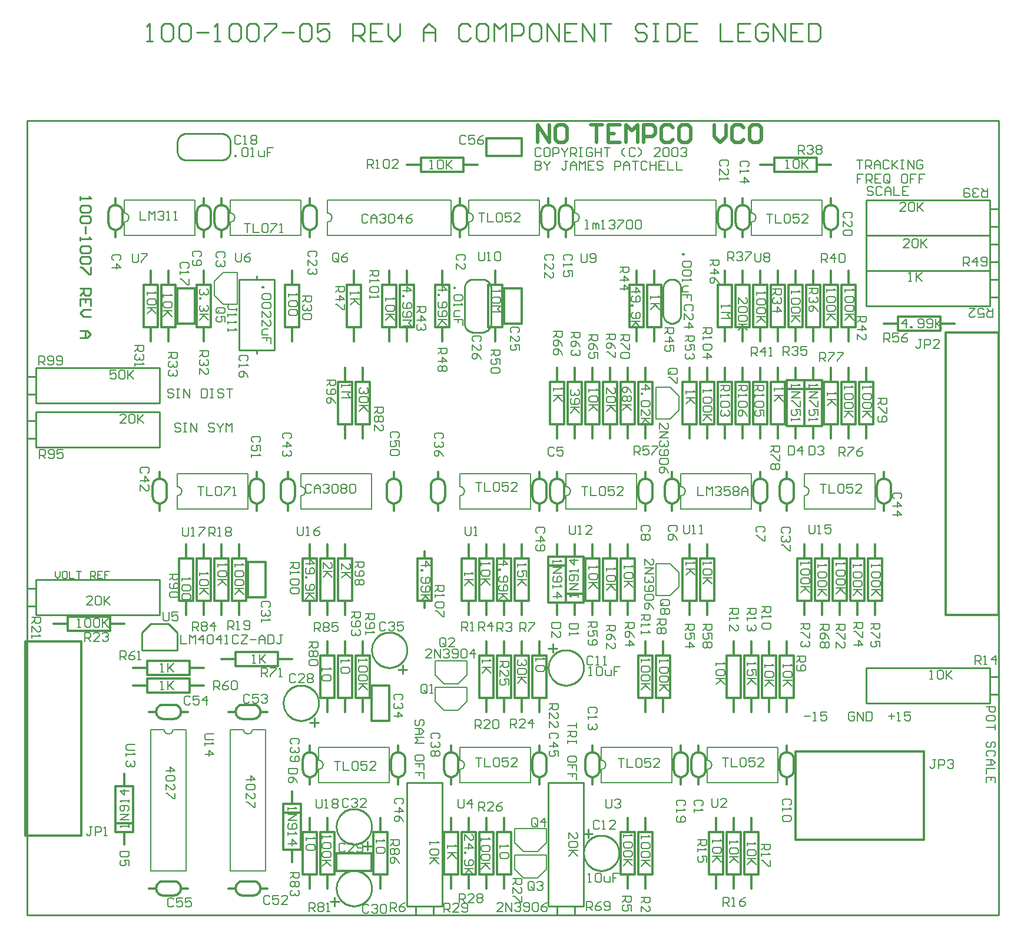
<source format=gto>
*%FSLAX23Y23*%
*%MOIN*%
G01*
%ADD11C,0.006*%
%ADD12C,0.007*%
%ADD13C,0.008*%
%ADD14C,0.010*%
%ADD15C,0.012*%
%ADD16C,0.020*%
%ADD17C,0.032*%
%ADD18C,0.036*%
%ADD19C,0.050*%
%ADD20C,0.050*%
%ADD21C,0.052*%
%ADD22C,0.054*%
%ADD23C,0.055*%
%ADD24C,0.056*%
%ADD25C,0.059*%
%ADD26C,0.062*%
%ADD27C,0.066*%
%ADD28C,0.070*%
%ADD29C,0.090*%
%ADD30C,0.125*%
%ADD31C,0.129*%
%ADD32C,0.140*%
%ADD33C,0.160*%
%ADD34C,0.250*%
%ADD35R,0.062X0.062*%
%ADD36R,0.066X0.066*%
D11*
X6690Y7456D02*
Y7483D01*
Y7456D02*
X6703Y7443D01*
X6717Y7456D01*
Y7483D01*
X6737D02*
X6750D01*
X6737D02*
X6730Y7476D01*
Y7450D01*
X6737Y7443D01*
X6750D01*
X6757Y7450D01*
Y7476D01*
X6750Y7483D01*
X6770D02*
Y7443D01*
X6797D01*
X6810Y7483D02*
X6837D01*
X6823D01*
Y7443D01*
X6890D02*
Y7483D01*
X6910D01*
X6917Y7476D01*
Y7463D01*
X6910Y7456D01*
X6890D01*
X6903D02*
X6917Y7443D01*
X6930Y7483D02*
X6957D01*
X6930D02*
Y7443D01*
X6957D01*
X6943Y7463D02*
X6930D01*
X6970Y7483D02*
X6997D01*
X6970D02*
Y7463D01*
X6983D01*
X6970D01*
Y7443D01*
D13*
X9405Y9758D02*
Y9808D01*
Y9758D02*
X9430D01*
X9438Y9766D01*
Y9775D01*
X9430Y9783D01*
X9405D01*
X9406D01*
X9405D02*
X9406D01*
X9405D02*
X9406D01*
X9405D02*
X9430D01*
X9438Y9791D01*
Y9800D01*
X9430Y9808D01*
X9405D01*
X9455D02*
Y9800D01*
X9472Y9783D01*
X9488Y9800D01*
Y9808D01*
X9472Y9783D02*
Y9758D01*
X9572Y9808D02*
X9588D01*
X9580D02*
X9572D01*
X9580D02*
Y9766D01*
X9572Y9758D01*
X9563D01*
X9555Y9766D01*
X9605Y9758D02*
Y9791D01*
X9622Y9808D01*
X9638Y9791D01*
Y9758D01*
Y9783D01*
X9605D01*
X9655Y9758D02*
Y9808D01*
X9672Y9791D01*
X9688Y9808D01*
Y9758D01*
X9705Y9808D02*
X9738D01*
X9705D02*
Y9758D01*
X9738D01*
X9722Y9783D02*
X9705D01*
X9780Y9808D02*
X9788Y9800D01*
X9780Y9808D02*
X9763D01*
X9755Y9800D01*
Y9791D01*
X9763Y9783D01*
X9780D01*
X9788Y9775D01*
Y9766D01*
X9780Y9758D01*
X9763D01*
X9755Y9766D01*
X9855Y9758D02*
Y9808D01*
X9880D01*
X9888Y9800D01*
Y9783D01*
X9880Y9775D01*
X9855D01*
X9905Y9758D02*
Y9791D01*
X9921Y9808D01*
X9938Y9791D01*
Y9758D01*
Y9783D01*
X9905D01*
X9955Y9808D02*
X9988D01*
X9971D01*
Y9758D01*
X10030Y9808D02*
X10038Y9800D01*
X10030Y9808D02*
X10013D01*
X10005Y9800D01*
Y9766D01*
X10013Y9758D01*
X10030D01*
X10038Y9766D01*
X10055Y9758D02*
Y9808D01*
Y9783D02*
Y9758D01*
Y9783D02*
X10088D01*
Y9808D01*
Y9758D01*
X10105Y9808D02*
X10138D01*
X10105D02*
Y9758D01*
X10138D01*
X10121Y9783D02*
X10105D01*
X10155Y9808D02*
Y9758D01*
X10188D01*
X10205D02*
Y9808D01*
Y9758D02*
X10238D01*
X9438Y9875D02*
X9430Y9883D01*
X9413D01*
X9405Y9875D01*
Y9841D01*
X9413Y9833D01*
X9430D01*
X9438Y9841D01*
X9463Y9883D02*
X9480D01*
X9463D02*
X9455Y9875D01*
Y9841D01*
X9463Y9833D01*
X9480D01*
X9488Y9841D01*
Y9875D01*
X9480Y9883D01*
X9505D02*
Y9833D01*
Y9883D02*
X9530D01*
X9538Y9875D01*
Y9858D01*
X9530Y9850D01*
X9505D01*
X9555Y9875D02*
Y9883D01*
Y9875D02*
X9572Y9858D01*
X9588Y9875D01*
Y9883D01*
X9572Y9858D02*
Y9833D01*
X9605D02*
Y9883D01*
X9630D01*
X9638Y9875D01*
Y9858D01*
X9630Y9850D01*
X9605D01*
X9622D02*
X9638Y9833D01*
X9655Y9883D02*
X9672D01*
X9663D01*
Y9833D01*
X9655D01*
X9672D01*
X9722Y9883D02*
X9730Y9875D01*
X9722Y9883D02*
X9705D01*
X9697Y9875D01*
Y9841D01*
X9705Y9833D01*
X9722D01*
X9730Y9841D01*
Y9858D01*
X9713D01*
X9747Y9883D02*
Y9833D01*
Y9858D01*
X9780D01*
Y9883D01*
Y9833D01*
X9797Y9883D02*
X9830D01*
X9813D01*
Y9833D01*
X9897Y9850D02*
X9913Y9833D01*
X9897Y9850D02*
Y9866D01*
X9913Y9883D01*
X9963D02*
X9971Y9875D01*
X9963Y9883D02*
X9946D01*
X9938Y9875D01*
Y9841D01*
X9946Y9833D01*
X9963D01*
X9971Y9841D01*
X9988Y9833D02*
X10005Y9850D01*
Y9866D01*
X9988Y9883D01*
X10080Y9833D02*
X10113D01*
X10080D02*
X10113Y9866D01*
Y9875D01*
X10105Y9883D01*
X10088D01*
X10080Y9875D01*
X10130D02*
X10138Y9883D01*
X10155D01*
X10163Y9875D01*
Y9841D01*
X10155Y9833D01*
X10138D01*
X10130Y9841D01*
Y9875D01*
X10180D02*
X10188Y9883D01*
X10205D01*
X10213Y9875D01*
Y9841D01*
X10205Y9833D01*
X10188D01*
X10180Y9841D01*
Y9875D01*
X10230D02*
X10238Y9883D01*
X10255D01*
X10263Y9875D01*
Y9866D01*
X10264D01*
X10263D02*
X10264D01*
X10263D02*
X10264D01*
X10263D02*
X10255Y9858D01*
X10246D01*
X10255D01*
X10263Y9850D01*
Y9841D01*
X10255Y9833D01*
X10238D01*
X10230Y9841D01*
X7398Y8315D02*
X7390Y8323D01*
X7373D01*
X7365Y8315D01*
Y8306D01*
X7373Y8298D01*
X7390D01*
X7398Y8290D01*
Y8281D01*
X7390Y8273D01*
X7373D01*
X7365Y8281D01*
X7415Y8323D02*
X7432D01*
X7423D01*
Y8273D01*
X7415D01*
X7432D01*
X7457D02*
Y8323D01*
X7490Y8273D01*
Y8323D01*
X7582D02*
X7590Y8315D01*
X7582Y8323D02*
X7565D01*
X7557Y8315D01*
Y8306D01*
X7565Y8298D01*
X7582D01*
X7590Y8290D01*
Y8281D01*
X7582Y8273D01*
X7565D01*
X7557Y8281D01*
X7607Y8315D02*
Y8323D01*
Y8315D02*
X7623Y8298D01*
X7640Y8315D01*
Y8323D01*
X7623Y8298D02*
Y8273D01*
X7657D02*
Y8323D01*
X7673Y8306D01*
X7690Y8323D01*
Y8273D01*
X7358Y8510D02*
X7350Y8518D01*
X7333D01*
X7325Y8510D01*
Y8501D01*
X7333Y8493D01*
X7350D01*
X7358Y8485D01*
Y8476D01*
X7350Y8468D01*
X7333D01*
X7325Y8476D01*
X7375Y8518D02*
X7392D01*
X7383D01*
Y8468D01*
X7375D01*
X7392D01*
X7417D02*
Y8518D01*
X7450Y8468D01*
Y8518D01*
X7517D02*
Y8468D01*
X7542D01*
X7550Y8476D01*
Y8510D01*
X7542Y8518D01*
X7517D01*
X7567D02*
X7583D01*
X7575D01*
Y8468D01*
X7567D01*
X7583D01*
X7633Y8518D02*
X7642Y8510D01*
X7633Y8518D02*
X7617D01*
X7608Y8510D01*
Y8501D01*
X7617Y8493D01*
X7633D01*
X7642Y8485D01*
Y8476D01*
X7633Y8468D01*
X7617D01*
X7608Y8476D01*
X7658Y8518D02*
X7692D01*
X7675D01*
Y8468D01*
X9640Y6628D02*
Y6595D01*
Y6611D01*
X9590D01*
Y6578D02*
X9640D01*
Y6553D01*
X9632Y6545D01*
X9615D01*
X9607Y6553D01*
Y6578D01*
Y6561D02*
X9590Y6545D01*
X9640Y6528D02*
Y6511D01*
Y6520D01*
X9590D01*
Y6528D01*
Y6511D01*
X9640Y6428D02*
Y6411D01*
Y6428D02*
X9632Y6436D01*
X9598D01*
X9590Y6428D01*
Y6411D01*
X9598Y6403D01*
X9632D01*
X9640Y6411D01*
Y6386D02*
Y6353D01*
Y6386D02*
X9615D01*
Y6370D01*
Y6386D01*
X9590D01*
X9640Y6336D02*
Y6303D01*
Y6336D02*
X9615D01*
Y6320D01*
Y6336D01*
X9590D01*
X11225Y9813D02*
X11258D01*
X11242D01*
Y9763D01*
X11275D02*
Y9813D01*
X11300D01*
X11308Y9805D01*
Y9788D01*
X11300Y9780D01*
X11275D01*
X11292D02*
X11308Y9763D01*
X11325D02*
Y9796D01*
X11342Y9813D01*
X11358Y9796D01*
Y9763D01*
Y9788D01*
X11325D01*
X11400Y9813D02*
X11408Y9805D01*
X11400Y9813D02*
X11383D01*
X11375Y9805D01*
Y9771D01*
X11383Y9763D01*
X11400D01*
X11408Y9771D01*
X11425Y9763D02*
Y9813D01*
Y9780D02*
Y9763D01*
Y9780D02*
X11458Y9813D01*
X11433Y9788D01*
X11458Y9763D01*
X11475Y9813D02*
X11492D01*
X11483D01*
Y9763D01*
X11475D01*
X11492D01*
X11517D02*
Y9813D01*
X11550Y9763D01*
Y9813D01*
X11592D02*
X11600Y9805D01*
X11592Y9813D02*
X11575D01*
X11567Y9805D01*
Y9771D01*
X11575Y9763D01*
X11592D01*
X11600Y9771D01*
Y9788D01*
X11583D01*
X11263Y9733D02*
X11230D01*
Y9708D01*
X11247D01*
X11230D01*
Y9683D01*
X11280D02*
Y9733D01*
X11305D01*
X11313Y9725D01*
Y9708D01*
X11305Y9700D01*
X11280D01*
X11297D02*
X11313Y9683D01*
X11330Y9733D02*
X11363D01*
X11330D02*
Y9683D01*
X11363D01*
X11347Y9708D02*
X11330D01*
X11413Y9691D02*
Y9725D01*
X11405Y9733D01*
X11388D01*
X11380Y9725D01*
Y9691D01*
X11388Y9683D01*
X11405D01*
X11413D02*
X11397Y9700D01*
X11405Y9683D02*
X11413Y9691D01*
X11488Y9733D02*
X11505D01*
X11488D02*
X11480Y9725D01*
Y9691D01*
X11488Y9683D01*
X11505D01*
X11513Y9691D01*
Y9725D01*
X11505Y9733D01*
X11530D02*
X11563D01*
X11530D02*
Y9708D01*
X11547D01*
X11530D01*
Y9683D01*
X11580Y9733D02*
X11613D01*
X11580D02*
Y9708D01*
X11597D01*
X11580D01*
Y9683D01*
X11318Y9655D02*
X11310Y9663D01*
X11293D01*
X11285Y9655D01*
Y9646D01*
X11293Y9638D01*
X11310D01*
X11318Y9630D01*
Y9621D01*
X11310Y9613D01*
X11293D01*
X11285Y9621D01*
X11360Y9663D02*
X11368Y9655D01*
X11360Y9663D02*
X11343D01*
X11335Y9655D01*
Y9621D01*
X11343Y9613D01*
X11360D01*
X11368Y9621D01*
X11385Y9613D02*
Y9646D01*
X11402Y9663D01*
X11418Y9646D01*
Y9613D01*
Y9638D01*
X11385D01*
X11435Y9663D02*
Y9613D01*
X11468D01*
X11485Y9663D02*
X11518D01*
X11485D02*
Y9613D01*
X11518D01*
X11502Y9638D02*
X11485D01*
X11960Y6718D02*
X12010D01*
Y6693D01*
X12002Y6685D01*
X11985D01*
X11977Y6693D01*
Y6718D01*
X12010Y6660D02*
Y6643D01*
Y6660D02*
X12002Y6668D01*
X11968D01*
X11960Y6660D01*
Y6643D01*
X11968Y6635D01*
X12002D01*
X12010Y6643D01*
Y6618D02*
Y6585D01*
Y6601D01*
X11960D01*
X12010Y6493D02*
X12002Y6485D01*
X12010Y6493D02*
Y6510D01*
X12002Y6518D01*
X11993D01*
X11985Y6510D01*
Y6493D01*
X11977Y6485D01*
X11968D01*
X11960Y6493D01*
Y6510D01*
X11968Y6518D01*
X12010Y6443D02*
X12002Y6435D01*
X12010Y6443D02*
Y6460D01*
X12002Y6468D01*
X11968D01*
X11960Y6460D01*
Y6443D01*
X11968Y6435D01*
X11960Y6418D02*
X11993D01*
X12010Y6401D01*
X11993Y6385D01*
X11960D01*
X11985D01*
Y6418D01*
X12010Y6368D02*
X11960D01*
Y6335D01*
X12010Y6318D02*
Y6285D01*
Y6318D02*
X11960D01*
Y6285D01*
X11985Y6301D02*
Y6318D01*
X8775Y6618D02*
X8767Y6610D01*
X8775Y6618D02*
Y6635D01*
X8767Y6643D01*
X8758D01*
X8750Y6635D01*
Y6618D01*
X8742Y6610D01*
X8733D01*
X8725Y6618D01*
Y6635D01*
X8733Y6643D01*
X8725Y6593D02*
X8758D01*
X8775Y6576D01*
X8758Y6560D01*
X8725D01*
X8750D01*
Y6593D01*
X8775Y6543D02*
X8725D01*
X8742Y6526D01*
X8725Y6510D01*
X8775D01*
Y6435D02*
Y6418D01*
Y6435D02*
X8767Y6443D01*
X8733D01*
X8725Y6435D01*
Y6418D01*
X8733Y6410D01*
X8767D01*
X8775Y6418D01*
Y6393D02*
Y6360D01*
Y6393D02*
X8750D01*
Y6376D01*
Y6393D01*
X8725D01*
X8775Y6343D02*
Y6310D01*
Y6343D02*
X8750D01*
Y6326D01*
Y6343D01*
X8725D01*
X10930Y6663D02*
X10963D01*
X10980Y6638D02*
X10997D01*
X10988D01*
Y6688D01*
X10989D01*
X10988D02*
X10980Y6680D01*
X11022Y6688D02*
X11055D01*
X11022D02*
Y6663D01*
X11038Y6671D01*
X11047D01*
X11055Y6663D01*
Y6646D01*
X11047Y6638D01*
X11030D01*
X11022Y6646D01*
X11405Y6663D02*
X11438D01*
X11422Y6680D02*
Y6646D01*
X11455Y6638D02*
X11472D01*
X11463D01*
Y6688D01*
X11464D01*
X11463D02*
X11455Y6680D01*
X11497Y6688D02*
X11530D01*
X11497D02*
Y6663D01*
X11513Y6671D01*
X11522D01*
X11530Y6663D01*
Y6646D01*
X11522Y6638D01*
X11505D01*
X11497Y6646D01*
X11213Y6680D02*
X11205Y6688D01*
X11188D01*
X11180Y6680D01*
Y6646D01*
X11188Y6638D01*
X11205D01*
X11213Y6646D01*
Y6663D01*
X11197D01*
X11230Y6638D02*
Y6688D01*
X11263Y6638D01*
Y6688D01*
X11280D02*
Y6638D01*
X11305D01*
X11313Y6646D01*
Y6680D01*
X11305Y6688D01*
X11280D01*
X8310Y7495D02*
Y7528D01*
X8343Y7495D01*
X8352D01*
X8360Y7503D01*
Y7520D01*
X8352Y7528D01*
X8360Y7478D02*
X8310D01*
X8327D01*
X8360Y7445D01*
X8335Y7470D01*
X8310Y7445D01*
X8385Y7538D02*
X8435D01*
Y7513D01*
X8427Y7505D01*
X8410D01*
X8402Y7513D01*
Y7538D01*
Y7521D02*
X8385Y7505D01*
X8393Y7488D02*
X8385Y7480D01*
Y7463D01*
X8393Y7455D01*
X8427D01*
X8435Y7463D01*
Y7480D01*
X8427Y7488D01*
X8418D01*
X8410Y7480D01*
Y7455D01*
X8427Y7438D02*
X8435Y7430D01*
Y7413D01*
X8427Y7405D01*
X8418D01*
X8410Y7413D01*
X8402Y7405D01*
X8393D01*
X8385Y7413D01*
Y7430D01*
X8393Y7438D01*
X8402D01*
X8410Y7430D01*
X8418Y7438D01*
X8427D01*
X8410Y7430D02*
Y7413D01*
X11490Y9318D02*
X11523D01*
X11490D02*
X11523Y9351D01*
Y9360D01*
X11515Y9368D01*
X11498D01*
X11490Y9360D01*
X11540D02*
X11548Y9368D01*
X11565D01*
X11573Y9360D01*
Y9326D01*
X11565Y9318D01*
X11548D01*
X11540Y9326D01*
Y9360D01*
X11590Y9368D02*
Y9318D01*
Y9335D01*
X11623Y9368D01*
X11598Y9343D01*
X11623Y9318D01*
X11830Y9263D02*
Y9213D01*
Y9263D02*
X11855D01*
X11863Y9255D01*
Y9238D01*
X11855Y9230D01*
X11830D01*
X11847D02*
X11863Y9213D01*
X11905D02*
Y9263D01*
X11880Y9238D01*
X11913D01*
X11930Y9221D02*
X11938Y9213D01*
X11955D01*
X11963Y9221D01*
Y9255D01*
X11955Y9263D01*
X11938D01*
X11930Y9255D01*
Y9246D01*
X11938Y9238D01*
X11963D01*
X11503Y9523D02*
X11470D01*
X11503Y9556D01*
Y9565D01*
X11495Y9573D01*
X11478D01*
X11470Y9565D01*
X11520D02*
X11528Y9573D01*
X11545D01*
X11553Y9565D01*
Y9531D01*
X11545Y9523D01*
X11528D01*
X11520Y9531D01*
Y9565D01*
X11570Y9573D02*
Y9523D01*
Y9540D01*
X11603Y9573D01*
X11578Y9548D01*
X11603Y9523D01*
X11965Y9603D02*
Y9653D01*
Y9603D02*
X11940D01*
X11932Y9611D01*
Y9628D01*
X11940Y9636D01*
X11965D01*
X11948D02*
X11932Y9653D01*
X11915Y9611D02*
X11907Y9603D01*
X11890D01*
X11882Y9611D01*
Y9620D01*
X11883D01*
X11882D02*
X11883D01*
X11882D02*
X11883D01*
X11882D02*
X11890Y9628D01*
X11898D01*
X11890D01*
X11882Y9636D01*
Y9645D01*
X11890Y9653D01*
X11907D01*
X11915Y9645D01*
X11865D02*
X11857Y9653D01*
X11840D01*
X11832Y9645D01*
Y9611D01*
X11840Y9603D01*
X11857D01*
X11865Y9611D01*
Y9620D01*
X11857Y9628D01*
X11832D01*
X11537Y9128D02*
X11520D01*
X11528D02*
X11537D01*
X11528D02*
Y9178D01*
X11529D01*
X11528D02*
X11520Y9170D01*
X11562Y9178D02*
Y9128D01*
Y9145D01*
X11595Y9178D01*
X11570Y9153D01*
X11595Y9128D01*
X11995Y8973D02*
Y8923D01*
X11970D01*
X11962Y8931D01*
Y8948D01*
X11970Y8956D01*
X11995D01*
X11978D02*
X11962Y8973D01*
X11945Y8923D02*
X11912D01*
X11945D02*
Y8948D01*
X11928Y8940D01*
X11920D01*
X11912Y8948D01*
Y8965D01*
X11920Y8973D01*
X11937D01*
X11945Y8965D01*
X11895Y8973D02*
X11862D01*
X11895D02*
X11862Y8940D01*
Y8931D01*
X11870Y8923D01*
X11887D01*
X11895Y8931D01*
X11657Y6873D02*
X11640D01*
X11648D02*
X11657D01*
X11648D02*
Y6923D01*
X11649D01*
X11648D02*
X11640Y6915D01*
X11682D02*
X11690Y6923D01*
X11707D01*
X11715Y6915D01*
Y6881D01*
X11707Y6873D01*
X11690D01*
X11682Y6881D01*
Y6915D01*
X11732Y6923D02*
Y6873D01*
Y6890D01*
X11765Y6923D01*
X11740Y6898D01*
X11765Y6873D01*
X11895Y6958D02*
Y7008D01*
X11920D01*
X11928Y7000D01*
Y6983D01*
X11920Y6975D01*
X11895D01*
X11912D02*
X11928Y6958D01*
X11945D02*
X11962D01*
X11953D01*
Y7008D01*
X11954D01*
X11953D02*
X11945Y7000D01*
X12012Y7008D02*
Y6958D01*
X11987Y6983D02*
X12012Y7008D01*
X12020Y6983D02*
X11987D01*
X10607Y9775D02*
X10615Y9783D01*
Y9800D01*
X10607Y9808D01*
X10573D01*
X10565Y9800D01*
Y9783D01*
X10573Y9775D01*
X10565Y9758D02*
Y9741D01*
Y9750D01*
X10615D01*
X10616D01*
X10615D02*
X10607Y9758D01*
X10615Y9691D02*
X10565D01*
X10590Y9716D02*
X10615Y9691D01*
X10590Y9683D02*
Y9716D01*
X10500Y9788D02*
X10492Y9780D01*
X10500Y9788D02*
Y9805D01*
X10492Y9813D01*
X10458D01*
X10450Y9805D01*
Y9788D01*
X10458Y9780D01*
X10450Y9763D02*
Y9730D01*
Y9763D02*
X10483Y9730D01*
X10492D01*
X10500Y9738D01*
Y9755D01*
X10492Y9763D01*
X10450Y9713D02*
Y9696D01*
Y9705D01*
X10500D01*
X10501D01*
X10500D02*
X10492Y9713D01*
X11192Y9485D02*
X11200Y9493D01*
Y9510D01*
X11192Y9518D01*
X11158D01*
X11150Y9510D01*
Y9493D01*
X11158Y9485D01*
X11150Y9468D02*
Y9435D01*
Y9468D02*
X11183Y9435D01*
X11192D01*
X11200Y9443D01*
Y9460D01*
X11192Y9468D01*
Y9418D02*
X11200Y9410D01*
Y9393D01*
X11192Y9385D01*
X11158D01*
X11150Y9393D01*
Y9410D01*
X11158Y9418D01*
X11192D01*
X10630Y9463D02*
X10633Y9463D01*
X10636Y9464D01*
X10640Y9465D01*
X10642Y9466D01*
X10645Y9468D01*
X10648Y9470D01*
X10650Y9473D01*
X10652Y9476D01*
X10653Y9478D01*
X10654Y9482D01*
X10655Y9485D01*
X10655Y9488D01*
X10655Y9491D01*
X10654Y9494D01*
X10653Y9498D01*
X10652Y9500D01*
X10650Y9503D01*
X10648Y9506D01*
X10645Y9508D01*
X10642Y9510D01*
X10640Y9511D01*
X10636Y9512D01*
X10633Y9513D01*
X10630Y9513D01*
Y9463D02*
Y9388D01*
Y9513D02*
Y9588D01*
X11030D02*
Y9388D01*
Y9588D02*
X10630D01*
Y9388D02*
X11030D01*
X10748Y9508D02*
X10715D01*
X10732D02*
X10748D01*
X10732D02*
Y9458D01*
X10765D02*
Y9508D01*
Y9458D02*
X10798D01*
X10815Y9500D02*
X10823Y9508D01*
X10840D01*
X10848Y9500D01*
Y9466D01*
X10840Y9458D01*
X10823D01*
X10815Y9466D01*
Y9500D01*
X10865Y9508D02*
X10898D01*
X10865D02*
Y9483D01*
X10882Y9491D01*
X10890D01*
X10898Y9483D01*
Y9466D01*
X10890Y9458D01*
X10873D01*
X10865Y9466D01*
X10915Y9458D02*
X10948D01*
X10915D02*
X10948Y9491D01*
Y9500D01*
X10940Y9508D01*
X10923D01*
X10915Y9500D01*
X10650Y9288D02*
Y9246D01*
X10658Y9238D01*
X10675D01*
X10683Y9246D01*
Y9288D01*
X10700Y9280D02*
X10708Y9288D01*
X10725D01*
X10733Y9280D01*
Y9271D01*
X10725Y9263D01*
X10733Y9255D01*
Y9246D01*
X10725Y9238D01*
X10708D01*
X10700Y9246D01*
Y9255D01*
X10708Y9263D01*
X10700Y9271D01*
Y9280D01*
X10708Y9263D02*
X10725D01*
X10825Y9768D02*
X10842D01*
X10833D01*
Y9818D01*
X10834D01*
X10833D02*
X10825Y9810D01*
X10867D02*
X10875Y9818D01*
X10892D01*
X10900Y9810D01*
Y9776D01*
X10892Y9768D01*
X10875D01*
X10867Y9776D01*
Y9810D01*
X10917Y9818D02*
Y9768D01*
Y9785D01*
X10950Y9818D01*
X10925Y9793D01*
X10950Y9768D01*
X10895Y9848D02*
Y9898D01*
X10920D01*
X10928Y9890D01*
Y9873D01*
X10920Y9865D01*
X10895D01*
X10912D02*
X10928Y9848D01*
X10945Y9890D02*
X10953Y9898D01*
X10970D01*
X10978Y9890D01*
Y9881D01*
X10979D01*
X10978D02*
X10979D01*
X10978D02*
X10979D01*
X10978D02*
X10970Y9873D01*
X10962D01*
X10970D01*
X10978Y9865D01*
Y9856D01*
X10970Y9848D01*
X10953D01*
X10945Y9856D01*
X10995Y9890D02*
X11003Y9898D01*
X11020D01*
X11028Y9890D01*
Y9881D01*
X11020Y9873D01*
X11028Y9865D01*
Y9856D01*
X11020Y9848D01*
X11003D01*
X10995Y9856D01*
Y9865D01*
X11003Y9873D01*
X10995Y9881D01*
Y9890D01*
X11003Y9873D02*
X11020D01*
X10505Y8538D02*
X10455D01*
X10505D02*
Y8513D01*
X10497Y8505D01*
X10480D01*
X10472Y8513D01*
Y8538D01*
Y8521D02*
X10455Y8505D01*
Y8488D02*
Y8471D01*
Y8480D01*
X10505D01*
X10506D01*
X10505D02*
X10497Y8488D01*
Y8446D02*
X10505Y8438D01*
Y8421D01*
X10497Y8413D01*
X10463D01*
X10455Y8421D01*
Y8438D01*
X10463Y8446D01*
X10497D01*
Y8396D02*
X10505Y8388D01*
Y8371D01*
X10497Y8363D01*
X10488D01*
X10489D01*
X10488D02*
X10489D01*
X10488D02*
X10489D01*
X10488D02*
X10480Y8371D01*
Y8380D01*
Y8371D01*
X10472Y8363D01*
X10463D01*
X10455Y8371D01*
Y8388D01*
X10463Y8396D01*
X10555Y8538D02*
X10605D01*
Y8513D01*
X10597Y8505D01*
X10580D01*
X10572Y8513D01*
Y8538D01*
Y8521D02*
X10555Y8505D01*
Y8488D02*
Y8471D01*
Y8480D01*
X10605D01*
X10606D01*
X10605D02*
X10597Y8488D01*
Y8446D02*
X10605Y8438D01*
Y8421D01*
X10597Y8413D01*
X10563D01*
X10555Y8421D01*
Y8438D01*
X10563Y8446D01*
X10597D01*
Y8380D02*
X10605Y8363D01*
X10597Y8380D02*
X10580Y8396D01*
X10563D01*
X10555Y8388D01*
Y8371D01*
X10563Y8363D01*
X10572D01*
X10580Y8371D01*
Y8396D01*
X10650Y8538D02*
X10700D01*
Y8513D01*
X10692Y8505D01*
X10675D01*
X10667Y8513D01*
Y8538D01*
Y8521D02*
X10650Y8505D01*
Y8488D02*
Y8471D01*
Y8480D01*
X10700D01*
X10701D01*
X10700D02*
X10692Y8488D01*
Y8446D02*
X10700Y8438D01*
Y8421D01*
X10692Y8413D01*
X10658D01*
X10650Y8421D01*
Y8438D01*
X10658Y8446D01*
X10692D01*
X10700Y8396D02*
Y8363D01*
Y8396D02*
X10675D01*
X10683Y8380D01*
Y8371D01*
X10675Y8363D01*
X10658D01*
X10650Y8371D01*
Y8388D01*
X10658Y8396D01*
X10955Y9088D02*
X11005D01*
Y9063D01*
X10997Y9055D01*
X10980D01*
X10972Y9063D01*
Y9088D01*
Y9071D02*
X10955Y9055D01*
X10997Y9038D02*
X11005Y9030D01*
Y9013D01*
X10997Y9005D01*
X10988D01*
X10989D01*
X10988D02*
X10989D01*
X10988D02*
X10989D01*
X10988D02*
X10980Y9013D01*
Y9021D01*
Y9013D01*
X10972Y9005D01*
X10963D01*
X10955Y9013D01*
Y9030D01*
X10963Y9038D01*
X10997Y8971D02*
X11005Y8955D01*
X10997Y8971D02*
X10980Y8988D01*
X10963D01*
X10955Y8980D01*
Y8963D01*
X10963Y8955D01*
X10972D01*
X10980Y8963D01*
Y8988D01*
X10800Y9083D02*
X10750D01*
X10800D02*
Y9058D01*
X10792Y9050D01*
X10775D01*
X10767Y9058D01*
Y9083D01*
Y9066D02*
X10750Y9050D01*
X10792Y9033D02*
X10800Y9025D01*
Y9008D01*
X10792Y9000D01*
X10783D01*
X10784D01*
X10783D02*
X10784D01*
X10783D02*
X10784D01*
X10783D02*
X10775Y9008D01*
Y9016D01*
Y9008D01*
X10767Y9000D01*
X10758D01*
X10750Y9008D01*
Y9025D01*
X10758Y9033D01*
X10750Y8958D02*
X10800D01*
X10775Y8983D01*
Y8950D01*
X11160Y9066D02*
Y9083D01*
Y9075D02*
Y9066D01*
Y9075D02*
X11210D01*
X11211D01*
X11210D02*
X11202Y9083D01*
Y9041D02*
X11210Y9033D01*
Y9016D01*
X11202Y9008D01*
X11168D01*
X11160Y9016D01*
Y9033D01*
X11168Y9041D01*
X11202D01*
Y8991D02*
X11210Y8983D01*
Y8966D01*
X11202Y8958D01*
X11168D01*
X11160Y8966D01*
Y8983D01*
X11168Y8991D01*
X11202D01*
X11210Y8941D02*
X11160D01*
X11177D01*
X11210Y8908D01*
X11185Y8933D01*
X11160Y8908D01*
X11230Y8928D02*
X11280D01*
Y8903D01*
X11272Y8895D01*
X11255D01*
X11247Y8903D01*
Y8928D01*
Y8911D02*
X11230Y8895D01*
Y8853D02*
X11280D01*
X11255Y8878D01*
Y8845D01*
X11230Y8828D02*
Y8795D01*
Y8828D02*
X11263Y8795D01*
X11272D01*
X11280Y8803D01*
Y8820D01*
X11272Y8828D01*
X11055Y9066D02*
Y9083D01*
Y9075D02*
Y9066D01*
Y9075D02*
X11105D01*
X11106D01*
X11105D02*
X11097Y9083D01*
Y9041D02*
X11105Y9033D01*
Y9016D01*
X11097Y9008D01*
X11063D01*
X11055Y9016D01*
Y9033D01*
X11063Y9041D01*
X11097D01*
Y8991D02*
X11105Y8983D01*
Y8966D01*
X11097Y8958D01*
X11063D01*
X11055Y8966D01*
Y8983D01*
X11063Y8991D01*
X11097D01*
X11105Y8941D02*
X11055D01*
X11072D01*
X11105Y8908D01*
X11080Y8933D01*
X11055Y8908D01*
X11025Y9233D02*
Y9283D01*
X11050D01*
X11058Y9275D01*
Y9258D01*
X11050Y9250D01*
X11025D01*
X11042D02*
X11058Y9233D01*
X11100D02*
Y9283D01*
X11075Y9258D01*
X11108D01*
X11125Y9275D02*
X11133Y9283D01*
X11150D01*
X11158Y9275D01*
Y9241D01*
X11150Y9233D01*
X11133D01*
X11125Y9241D01*
Y9275D01*
X10855Y9073D02*
Y9056D01*
Y9065D01*
X10905D01*
X10906D01*
X10905D02*
X10897Y9073D01*
Y9031D02*
X10905Y9023D01*
Y9006D01*
X10897Y8998D01*
X10863D01*
X10855Y9006D01*
Y9023D01*
X10863Y9031D01*
X10897D01*
Y8981D02*
X10905Y8973D01*
Y8956D01*
X10897Y8948D01*
X10863D01*
X10855Y8956D01*
Y8973D01*
X10863Y8981D01*
X10897D01*
X10905Y8931D02*
X10855D01*
X10872D01*
X10905Y8898D01*
X10880Y8923D01*
X10855Y8898D01*
X10810Y8758D02*
Y8708D01*
Y8758D02*
X10835D01*
X10843Y8750D01*
Y8733D01*
X10835Y8725D01*
X10810D01*
X10827D02*
X10843Y8708D01*
X10860Y8750D02*
X10868Y8758D01*
X10885D01*
X10893Y8750D01*
Y8741D01*
X10894D01*
X10893D02*
X10894D01*
X10893D02*
X10894D01*
X10893D02*
X10885Y8733D01*
X10877D01*
X10885D01*
X10893Y8725D01*
Y8716D01*
X10885Y8708D01*
X10868D01*
X10860Y8716D01*
X10910Y8758D02*
X10943D01*
X10910D02*
Y8733D01*
X10927Y8741D01*
X10935D01*
X10943Y8733D01*
Y8716D01*
X10935Y8708D01*
X10918D01*
X10910Y8716D01*
X10660Y9051D02*
Y9068D01*
Y9060D02*
Y9051D01*
Y9060D02*
X10710D01*
X10711D01*
X10710D02*
X10702Y9068D01*
Y9026D02*
X10710Y9018D01*
Y9001D01*
X10702Y8993D01*
X10668D01*
X10660Y9001D01*
Y9018D01*
X10668Y9026D01*
X10702D01*
Y8976D02*
X10710Y8968D01*
Y8951D01*
X10702Y8943D01*
X10668D01*
X10660Y8951D01*
Y8968D01*
X10668Y8976D01*
X10702D01*
X10710Y8926D02*
X10660D01*
X10677D01*
X10710Y8893D01*
X10685Y8918D01*
X10660Y8893D01*
X10630Y8753D02*
Y8703D01*
Y8753D02*
X10655D01*
X10663Y8745D01*
Y8728D01*
X10655Y8720D01*
X10630D01*
X10647D02*
X10663Y8703D01*
X10705D02*
Y8753D01*
X10680Y8728D01*
X10713D01*
X10730Y8703D02*
X10747D01*
X10738D01*
Y8753D01*
X10739D01*
X10738D02*
X10730Y8745D01*
X10555Y9000D02*
Y9033D01*
X10588Y9000D01*
X10597D01*
X10605Y9008D01*
Y9025D01*
X10597Y9033D01*
Y8983D02*
X10605Y8975D01*
Y8958D01*
X10597Y8950D01*
X10563D01*
X10555Y8958D01*
Y8975D01*
X10563Y8983D01*
X10597D01*
Y8933D02*
X10605Y8925D01*
Y8908D01*
X10597Y8900D01*
X10563D01*
X10555Y8908D01*
Y8925D01*
X10563Y8933D01*
X10597D01*
X10605Y8883D02*
X10555D01*
X10572D01*
X10605Y8850D01*
X10580Y8875D01*
X10555Y8850D01*
X10495Y9243D02*
Y9293D01*
X10520D01*
X10528Y9285D01*
Y9268D01*
X10520Y9260D01*
X10495D01*
X10512D02*
X10528Y9243D01*
X10545Y9285D02*
X10553Y9293D01*
X10570D01*
X10578Y9285D01*
Y9276D01*
X10579D01*
X10578D02*
X10579D01*
X10578D02*
X10579D01*
X10578D02*
X10570Y9268D01*
X10562D01*
X10570D01*
X10578Y9260D01*
Y9251D01*
X10570Y9243D01*
X10553D01*
X10545Y9251D01*
X10595Y9293D02*
X10628D01*
Y9285D01*
X10595Y9251D01*
Y9243D01*
X10460Y8993D02*
Y8976D01*
Y8985D01*
X10510D01*
X10511D01*
X10510D02*
X10502Y8993D01*
X10510Y8951D02*
X10460D01*
X10493Y8935D02*
X10510Y8951D01*
X10493Y8935D02*
X10510Y8918D01*
X10460D01*
X10445Y9248D02*
X10395D01*
X10445D02*
Y9223D01*
X10437Y9215D01*
X10420D01*
X10412Y9223D01*
Y9248D01*
Y9231D02*
X10395Y9215D01*
Y9173D02*
X10445D01*
X10420Y9198D01*
Y9165D01*
X10437Y9131D02*
X10445Y9115D01*
X10437Y9131D02*
X10420Y9148D01*
X10403D01*
X10395Y9140D01*
Y9123D01*
X10403Y9115D01*
X10412D01*
X10420Y9123D01*
Y9148D01*
X11505Y8913D02*
Y8863D01*
X11480Y8888D02*
X11505Y8913D01*
X11513Y8888D02*
X11480D01*
X11530Y8871D02*
Y8863D01*
Y8871D02*
X11538D01*
Y8863D01*
X11530D01*
X11572Y8871D02*
X11580Y8863D01*
X11597D01*
X11605Y8871D01*
Y8905D01*
X11597Y8913D01*
X11580D01*
X11572Y8905D01*
Y8896D01*
X11580Y8888D01*
X11605D01*
X11622Y8871D02*
X11630Y8863D01*
X11647D01*
X11655Y8871D01*
Y8905D01*
X11647Y8913D01*
X11630D01*
X11622Y8905D01*
Y8896D01*
X11630Y8888D01*
X11655D01*
X11672Y8913D02*
Y8863D01*
Y8880D01*
X11705Y8913D01*
X11680Y8888D01*
X11705Y8863D01*
X11380Y8833D02*
Y8783D01*
Y8833D02*
X11405D01*
X11413Y8825D01*
Y8808D01*
X11405Y8800D01*
X11380D01*
X11397D02*
X11413Y8783D01*
X11430Y8833D02*
X11463D01*
X11430D02*
Y8808D01*
X11447Y8816D01*
X11455D01*
X11463Y8808D01*
Y8791D01*
X11455Y8783D01*
X11438D01*
X11430Y8791D01*
X11497Y8825D02*
X11513Y8833D01*
X11497Y8825D02*
X11480Y8808D01*
Y8791D01*
X11488Y8783D01*
X11505D01*
X11513Y8791D01*
Y8800D01*
X11505Y8808D01*
X11480D01*
X10230Y7963D02*
X10233Y7963D01*
X10236Y7962D01*
X10240Y7961D01*
X10242Y7960D01*
X10245Y7958D01*
X10248Y7956D01*
X10250Y7953D01*
X10252Y7950D01*
X10253Y7948D01*
X10254Y7944D01*
X10255Y7941D01*
X10255Y7938D01*
X10255Y7935D01*
X10254Y7932D01*
X10253Y7928D01*
X10252Y7926D01*
X10250Y7923D01*
X10248Y7920D01*
X10245Y7918D01*
X10242Y7916D01*
X10240Y7915D01*
X10236Y7914D01*
X10233Y7913D01*
X10230Y7913D01*
Y7838D01*
Y7963D02*
Y8038D01*
X10630D02*
Y7838D01*
Y8038D02*
X10230D01*
Y7838D02*
X10630D01*
X10325Y7913D02*
Y7963D01*
Y7913D02*
X10358D01*
X10375D02*
Y7963D01*
X10392Y7946D01*
X10408Y7963D01*
Y7913D01*
X10425Y7955D02*
X10433Y7963D01*
X10450D01*
X10458Y7955D01*
Y7946D01*
X10459D01*
X10458D02*
X10459D01*
X10458D02*
X10459D01*
X10458D02*
X10450Y7938D01*
X10442D01*
X10450D01*
X10458Y7930D01*
Y7921D01*
X10450Y7913D01*
X10433D01*
X10425Y7921D01*
X10475Y7963D02*
X10508D01*
X10475D02*
Y7938D01*
X10492Y7946D01*
X10500D01*
X10508Y7938D01*
Y7921D01*
X10500Y7913D01*
X10483D01*
X10475Y7921D01*
X10525Y7955D02*
X10533Y7963D01*
X10550D01*
X10558Y7955D01*
Y7946D01*
X10550Y7938D01*
X10558Y7930D01*
Y7921D01*
X10550Y7913D01*
X10533D01*
X10525Y7921D01*
Y7930D01*
X10533Y7938D01*
X10525Y7946D01*
Y7955D01*
X10533Y7938D02*
X10550D01*
X10575Y7946D02*
Y7913D01*
Y7946D02*
X10592Y7963D01*
X10608Y7946D01*
Y7913D01*
Y7938D01*
X10575D01*
X10245Y7748D02*
Y7706D01*
X10253Y7698D01*
X10270D01*
X10278Y7706D01*
Y7748D01*
X10295Y7698D02*
X10312D01*
X10303D01*
Y7748D01*
X10304D01*
X10303D02*
X10295Y7740D01*
X10337Y7698D02*
X10353D01*
X10345D01*
Y7748D01*
X10346D01*
X10345D02*
X10337Y7740D01*
X10697Y7705D02*
X10705Y7713D01*
Y7730D01*
X10697Y7738D01*
X10663D01*
X10655Y7730D01*
Y7713D01*
X10663Y7705D01*
X10705Y7688D02*
Y7655D01*
X10697D01*
X10663Y7688D01*
X10655D01*
X10842Y7700D02*
X10850Y7708D01*
Y7725D01*
X10842Y7733D01*
X10808D01*
X10800Y7725D01*
Y7708D01*
X10808Y7700D01*
X10842Y7683D02*
X10850Y7675D01*
Y7658D01*
X10842Y7650D01*
X10833D01*
X10834D01*
X10833D02*
X10834D01*
X10833D02*
X10834D01*
X10833D02*
X10825Y7658D01*
Y7666D01*
Y7658D01*
X10817Y7650D01*
X10808D01*
X10800Y7658D01*
Y7675D01*
X10808Y7683D01*
X10850Y7633D02*
Y7600D01*
X10842D01*
X10808Y7633D01*
X10800D01*
X11472Y7895D02*
X11480Y7903D01*
Y7920D01*
X11472Y7928D01*
X11438D01*
X11430Y7920D01*
Y7903D01*
X11438Y7895D01*
X11430Y7853D02*
X11480D01*
X11455Y7878D01*
Y7845D01*
X11430Y7803D02*
X11480D01*
X11455Y7828D01*
Y7795D01*
X11577Y8798D02*
X11593D01*
X11585D02*
X11577D01*
X11585D02*
Y8756D01*
X11577Y8748D01*
X11568D01*
X11560Y8756D01*
X11610Y8748D02*
Y8798D01*
X11635D01*
X11643Y8790D01*
Y8773D01*
X11635Y8765D01*
X11610D01*
X11660Y8748D02*
X11693D01*
X11660D02*
X11693Y8781D01*
Y8790D01*
X11685Y8798D01*
X11668D01*
X11660Y8790D01*
X10355Y8513D02*
Y8496D01*
Y8505D01*
X10405D01*
X10406D01*
X10405D02*
X10397Y8513D01*
Y8471D02*
X10405Y8463D01*
Y8446D01*
X10397Y8438D01*
X10363D01*
X10355Y8446D01*
Y8463D01*
X10363Y8471D01*
X10397D01*
Y8421D02*
X10405Y8413D01*
Y8396D01*
X10397Y8388D01*
X10363D01*
X10355Y8396D01*
Y8413D01*
X10363Y8421D01*
X10397D01*
X10405Y8371D02*
X10355D01*
X10372D01*
X10405Y8338D01*
X10380Y8363D01*
X10355Y8338D01*
Y8863D02*
X10405D01*
Y8838D01*
X10397Y8830D01*
X10380D01*
X10372Y8838D01*
Y8863D01*
Y8846D02*
X10355Y8830D01*
Y8813D02*
Y8796D01*
Y8805D01*
X10405D01*
X10406D01*
X10405D02*
X10397Y8813D01*
Y8771D02*
X10405Y8763D01*
Y8746D01*
X10397Y8738D01*
X10363D01*
X10355Y8746D01*
Y8763D01*
X10363Y8771D01*
X10397D01*
X10405Y8696D02*
X10355D01*
X10380Y8721D02*
X10405Y8696D01*
X10380Y8688D02*
Y8721D01*
X10260Y8508D02*
Y8491D01*
Y8500D01*
X10310D01*
X10311D01*
X10310D02*
X10302Y8508D01*
X10310Y8466D02*
X10260D01*
X10277D01*
X10310Y8433D01*
X10285Y8458D01*
X10260Y8433D01*
X10255Y8818D02*
X10305D01*
Y8793D01*
X10297Y8785D01*
X10280D01*
X10272Y8793D01*
Y8818D01*
Y8801D02*
X10255Y8785D01*
X10305Y8768D02*
Y8735D01*
Y8768D02*
X10280D01*
X10288Y8751D01*
Y8743D01*
X10280Y8735D01*
X10263D01*
X10255Y8743D01*
Y8760D01*
X10263Y8768D01*
X10297Y8718D02*
X10305Y8710D01*
Y8693D01*
X10297Y8685D01*
X10288D01*
X10289D01*
X10288D02*
X10289D01*
X10288D02*
X10289D01*
X10288D02*
X10280Y8693D01*
Y8701D01*
Y8693D01*
X10272Y8685D01*
X10263D01*
X10255Y8693D01*
Y8710D01*
X10263Y8718D01*
X10930Y7963D02*
X10933Y7963D01*
X10936Y7962D01*
X10940Y7961D01*
X10942Y7960D01*
X10945Y7958D01*
X10948Y7956D01*
X10950Y7953D01*
X10952Y7950D01*
X10953Y7948D01*
X10954Y7944D01*
X10955Y7941D01*
X10955Y7938D01*
X10955Y7935D01*
X10954Y7932D01*
X10953Y7928D01*
X10952Y7926D01*
X10950Y7923D01*
X10948Y7920D01*
X10945Y7918D01*
X10942Y7916D01*
X10940Y7915D01*
X10936Y7914D01*
X10933Y7913D01*
X10930Y7913D01*
X11330Y7838D02*
Y8038D01*
X10930D02*
Y7963D01*
Y7913D02*
Y7838D01*
X11330D01*
Y8038D02*
X10930D01*
X11020Y7978D02*
X11053D01*
X11037D01*
Y7928D01*
X11070D02*
Y7978D01*
Y7928D02*
X11103D01*
X11120Y7970D02*
X11128Y7978D01*
X11145D01*
X11153Y7970D01*
Y7936D01*
X11145Y7928D01*
X11128D01*
X11120Y7936D01*
Y7970D01*
X11170Y7978D02*
X11203D01*
X11170D02*
Y7953D01*
X11187Y7961D01*
X11195D01*
X11203Y7953D01*
Y7936D01*
X11195Y7928D01*
X11178D01*
X11170Y7936D01*
X11220Y7928D02*
X11253D01*
X11220D02*
X11253Y7961D01*
Y7970D01*
X11245Y7978D01*
X11228D01*
X11220Y7970D01*
X10955Y7748D02*
Y7706D01*
X10963Y7698D01*
X10980D01*
X10988Y7706D01*
Y7748D01*
X11005Y7698D02*
X11022D01*
X11013D01*
Y7748D01*
X11014D01*
X11013D02*
X11005Y7740D01*
X11047Y7748D02*
X11080D01*
X11047D02*
Y7723D01*
X11063Y7731D01*
X11072D01*
X11080Y7723D01*
Y7706D01*
X11072Y7698D01*
X11055D01*
X11047Y7706D01*
X11260Y8516D02*
Y8533D01*
Y8525D02*
Y8516D01*
Y8525D02*
X11310D01*
X11311D01*
X11310D02*
X11302Y8533D01*
Y8491D02*
X11310Y8483D01*
Y8466D01*
X11302Y8458D01*
X11268D01*
X11260Y8466D01*
Y8483D01*
X11268Y8491D01*
X11302D01*
Y8441D02*
X11310Y8433D01*
Y8416D01*
X11302Y8408D01*
X11268D01*
X11260Y8416D01*
Y8433D01*
X11268Y8441D01*
X11302D01*
X11310Y8391D02*
X11260D01*
X11277D01*
X11310Y8358D01*
X11285Y8383D01*
X11260Y8358D01*
X11345Y8463D02*
X11395D01*
Y8438D01*
X11387Y8430D01*
X11370D01*
X11362Y8438D01*
Y8463D01*
Y8446D02*
X11345Y8430D01*
X11395Y8413D02*
Y8380D01*
X11387D01*
X11353Y8413D01*
X11345D01*
X11353Y8363D02*
X11345Y8355D01*
Y8338D01*
X11353Y8330D01*
X11387D01*
X11395Y8338D01*
Y8355D01*
X11387Y8363D01*
X11378D01*
X11370Y8355D01*
Y8330D01*
X11155Y8516D02*
Y8533D01*
Y8525D02*
Y8516D01*
Y8525D02*
X11205D01*
X11206D01*
X11205D02*
X11197Y8533D01*
Y8491D02*
X11205Y8483D01*
Y8466D01*
X11197Y8458D01*
X11163D01*
X11155Y8466D01*
Y8483D01*
X11163Y8491D01*
X11197D01*
Y8441D02*
X11205Y8433D01*
Y8416D01*
X11197Y8408D01*
X11163D01*
X11155Y8416D01*
Y8433D01*
X11163Y8441D01*
X11197D01*
X11205Y8391D02*
X11155D01*
X11172D01*
X11205Y8358D01*
X11180Y8383D01*
X11155Y8358D01*
X11125Y8188D02*
Y8138D01*
Y8188D02*
X11150D01*
X11158Y8180D01*
Y8163D01*
X11150Y8155D01*
X11125D01*
X11142D02*
X11158Y8138D01*
X11175Y8188D02*
X11208D01*
Y8180D01*
X11175Y8146D01*
Y8138D01*
X11242Y8180D02*
X11258Y8188D01*
X11242Y8180D02*
X11225Y8163D01*
Y8146D01*
X11233Y8138D01*
X11250D01*
X11258Y8146D01*
Y8155D01*
X11250Y8163D01*
X11225D01*
X11060Y8481D02*
Y8498D01*
Y8490D02*
Y8481D01*
Y8490D02*
X11110D01*
X11111D01*
X11110D02*
X11102Y8498D01*
X11110Y8456D02*
X11060D01*
X11077D01*
X11110Y8423D01*
X11085Y8448D01*
X11060Y8423D01*
X11015Y8673D02*
Y8723D01*
X11040D01*
X11048Y8715D01*
Y8698D01*
X11040Y8690D01*
X11015D01*
X11032D02*
X11048Y8673D01*
X11065Y8723D02*
X11098D01*
Y8715D01*
X11065Y8681D01*
Y8673D01*
X11115Y8723D02*
X11148D01*
Y8715D01*
X11115Y8681D01*
Y8673D01*
X10955Y8543D02*
Y8526D01*
Y8535D01*
X11005D01*
X11006D01*
X11005D02*
X10997Y8543D01*
X11005Y8501D02*
X10955D01*
Y8468D02*
X11005Y8501D01*
Y8468D02*
X10955D01*
X11005Y8451D02*
Y8418D01*
X10997D01*
X10963Y8451D01*
X10955D01*
X11005Y8401D02*
Y8368D01*
Y8401D02*
X10980D01*
X10988Y8385D01*
Y8376D01*
X10980Y8368D01*
X10963D01*
X10955Y8376D01*
Y8393D01*
X10963Y8401D01*
X10955Y8351D02*
Y8335D01*
Y8343D01*
X11005D01*
X11006D01*
X11005D02*
X10997Y8351D01*
X10955Y8193D02*
Y8143D01*
X10980D01*
X10988Y8151D01*
Y8185D01*
X10980Y8193D01*
X10955D01*
X11005Y8185D02*
X11013Y8193D01*
X11030D01*
X11038Y8185D01*
Y8176D01*
X11039D01*
X11038D02*
X11039D01*
X11038D02*
X11039D01*
X11038D02*
X11030Y8168D01*
X11022D01*
X11030D01*
X11038Y8160D01*
Y8151D01*
X11030Y8143D01*
X11013D01*
X11005Y8151D01*
X10855Y8526D02*
Y8543D01*
Y8535D02*
Y8526D01*
Y8535D02*
X10905D01*
X10906D01*
X10905D02*
X10897Y8543D01*
X10905Y8501D02*
X10855D01*
Y8468D02*
X10905Y8501D01*
Y8468D02*
X10855D01*
X10905Y8451D02*
Y8418D01*
X10897D01*
X10863Y8451D01*
X10855D01*
X10905Y8401D02*
Y8368D01*
Y8401D02*
X10880D01*
X10888Y8385D01*
Y8376D01*
X10880Y8368D01*
X10863D01*
X10855Y8376D01*
Y8393D01*
X10863Y8401D01*
X10855Y8351D02*
Y8335D01*
Y8343D01*
X10905D01*
X10906D01*
X10905D02*
X10897Y8351D01*
X10840Y8193D02*
Y8143D01*
X10865D01*
X10873Y8151D01*
Y8185D01*
X10865Y8193D01*
X10840D01*
X10915D02*
Y8143D01*
X10890Y8168D02*
X10915Y8193D01*
X10923Y8168D02*
X10890D01*
X10760Y8506D02*
Y8523D01*
Y8515D02*
Y8506D01*
Y8515D02*
X10810D01*
X10811D01*
X10810D02*
X10802Y8523D01*
X10810Y8481D02*
X10760D01*
X10777D01*
X10810Y8448D01*
X10785Y8473D01*
X10760Y8448D01*
X10740Y8193D02*
X10790D01*
Y8168D01*
X10782Y8160D01*
X10765D01*
X10757Y8168D01*
Y8193D01*
Y8176D02*
X10740Y8160D01*
X10790Y8143D02*
Y8110D01*
X10782D01*
X10748Y8143D01*
X10740D01*
X10782Y8093D02*
X10790Y8085D01*
Y8068D01*
X10782Y8060D01*
X10773D01*
X10765Y8068D01*
X10757Y8060D01*
X10748D01*
X10740Y8068D01*
Y8085D01*
X10748Y8093D01*
X10757D01*
X10765Y8085D01*
X10773Y8093D01*
X10782D01*
X10765Y8085D02*
Y8068D01*
X11657Y6418D02*
X11673D01*
X11665D02*
X11657D01*
X11665D02*
Y6376D01*
X11657Y6368D01*
X11648D01*
X11640Y6376D01*
X11690Y6368D02*
Y6418D01*
X11715D01*
X11723Y6410D01*
Y6393D01*
X11715Y6385D01*
X11690D01*
X11740Y6410D02*
X11748Y6418D01*
X11765D01*
X11773Y6410D01*
Y6401D01*
X11774D01*
X11773D02*
X11774D01*
X11773D02*
X11774D01*
X11773D02*
X11765Y6393D01*
X11757D01*
X11765D01*
X11773Y6385D01*
Y6376D01*
X11765Y6368D01*
X11748D01*
X11740Y6376D01*
X10255Y6163D02*
X10247Y6155D01*
X10255Y6163D02*
Y6180D01*
X10247Y6188D01*
X10213D01*
X10205Y6180D01*
Y6163D01*
X10213Y6155D01*
X10205Y6138D02*
Y6121D01*
Y6130D01*
X10255D01*
X10256D01*
X10255D02*
X10247Y6138D01*
X10213Y6096D02*
X10205Y6088D01*
Y6071D01*
X10213Y6063D01*
X10247D01*
X10255Y6071D01*
Y6088D01*
X10247Y6096D01*
X10238D01*
X10230Y6088D01*
Y6063D01*
X10705Y6941D02*
Y6958D01*
Y6950D02*
Y6941D01*
Y6950D02*
X10755D01*
X10756D01*
X10755D02*
X10747Y6958D01*
Y6916D02*
X10755Y6908D01*
Y6891D01*
X10747Y6883D01*
X10713D01*
X10705Y6891D01*
Y6908D01*
X10713Y6916D01*
X10747D01*
X10755Y6866D02*
X10705D01*
X10722D01*
X10755Y6833D01*
X10730Y6858D01*
X10705Y6833D01*
X10690Y7283D02*
X10740D01*
Y7258D01*
X10732Y7250D01*
X10715D01*
X10707Y7258D01*
Y7283D01*
Y7266D02*
X10690Y7250D01*
Y7233D02*
Y7216D01*
Y7225D01*
X10740D01*
X10741D01*
X10740D02*
X10732Y7233D01*
Y7191D02*
X10740Y7183D01*
Y7166D01*
X10732Y7158D01*
X10698D01*
X10690Y7166D01*
Y7183D01*
X10698Y7191D01*
X10732D01*
X10605Y6968D02*
Y6951D01*
Y6960D01*
X10655D01*
X10656D01*
X10655D02*
X10647Y6968D01*
X10655Y6926D02*
Y6893D01*
Y6926D02*
X10630D01*
X10638Y6910D01*
Y6901D01*
X10630Y6893D01*
X10613D01*
X10605Y6901D01*
Y6918D01*
X10613Y6926D01*
X10605Y6876D02*
X10655D01*
X10622D02*
X10605D01*
X10622D02*
X10655Y6843D01*
X10630Y6868D01*
X10605Y6843D01*
Y7273D02*
X10655D01*
Y7248D01*
X10647Y7240D01*
X10630D01*
X10622Y7248D01*
Y7273D01*
Y7256D02*
X10605Y7240D01*
Y7223D02*
Y7206D01*
Y7215D01*
X10655D01*
X10656D01*
X10655D02*
X10647Y7223D01*
Y7181D02*
X10655Y7173D01*
Y7156D01*
X10647Y7148D01*
X10638D01*
X10639D01*
X10638D02*
X10639D01*
X10638D02*
X10639D01*
X10638D02*
X10630Y7156D01*
Y7165D01*
Y7156D01*
X10622Y7148D01*
X10613D01*
X10605Y7156D01*
Y7173D01*
X10613Y7181D01*
X10430Y6968D02*
Y6951D01*
Y6960D01*
X10480D01*
X10481D01*
X10480D02*
X10472Y6968D01*
Y6926D02*
X10480Y6918D01*
Y6901D01*
X10472Y6893D01*
X10438D01*
X10430Y6901D01*
Y6918D01*
X10438Y6926D01*
X10472D01*
X10480Y6876D02*
X10430D01*
X10447D01*
X10480Y6843D01*
X10455Y6868D01*
X10430Y6843D01*
X10505Y7273D02*
X10555D01*
Y7248D01*
X10547Y7240D01*
X10530D01*
X10522Y7248D01*
Y7273D01*
Y7256D02*
X10505Y7240D01*
Y7223D02*
Y7206D01*
Y7215D01*
X10555D01*
X10556D01*
X10555D02*
X10547Y7223D01*
X10505Y7181D02*
Y7148D01*
Y7181D02*
X10538Y7148D01*
X10547D01*
X10555Y7156D01*
Y7173D01*
X10547Y7181D01*
X10810Y6958D02*
Y6941D01*
Y6950D01*
X10860D01*
X10861D01*
X10860D02*
X10852Y6958D01*
Y6916D02*
X10860Y6908D01*
Y6891D01*
X10852Y6883D01*
X10818D01*
X10810Y6891D01*
Y6908D01*
X10818Y6916D01*
X10852D01*
X10860Y6866D02*
X10810D01*
X10827D01*
X10860Y6833D01*
X10835Y6858D01*
X10810Y6833D01*
X10885Y7003D02*
X10935D01*
Y6978D01*
X10927Y6970D01*
X10910D01*
X10902Y6978D01*
Y7003D01*
Y6986D02*
X10885Y6970D01*
X10893Y6953D02*
X10885Y6945D01*
Y6928D01*
X10893Y6920D01*
X10927D01*
X10935Y6928D01*
Y6945D01*
X10927Y6953D01*
X10918D01*
X10910Y6945D01*
Y6920D01*
X10355Y6163D02*
X10347Y6155D01*
X10355Y6163D02*
Y6180D01*
X10347Y6188D01*
X10313D01*
X10305Y6180D01*
Y6163D01*
X10313Y6155D01*
X10305Y6138D02*
Y6121D01*
Y6130D01*
X10355D01*
X10356D01*
X10355D02*
X10347Y6138D01*
X10847Y6160D02*
X10855Y6168D01*
Y6185D01*
X10847Y6193D01*
X10813D01*
X10805Y6185D01*
Y6168D01*
X10813Y6160D01*
X10805Y6143D02*
Y6126D01*
Y6135D01*
X10855D01*
X10856D01*
X10855D02*
X10847Y6143D01*
Y6101D02*
X10855Y6093D01*
Y6076D01*
X10847Y6068D01*
X10813D01*
X10805Y6076D01*
Y6093D01*
X10813Y6101D01*
X10847D01*
X10380Y6363D02*
X10383Y6363D01*
X10386Y6364D01*
X10390Y6365D01*
X10392Y6366D01*
X10395Y6368D01*
X10398Y6370D01*
X10400Y6373D01*
X10402Y6376D01*
X10403Y6378D01*
X10404Y6382D01*
X10405Y6385D01*
X10405Y6388D01*
X10405Y6391D01*
X10404Y6394D01*
X10403Y6398D01*
X10402Y6400D01*
X10400Y6403D01*
X10398Y6406D01*
X10395Y6408D01*
X10392Y6410D01*
X10390Y6411D01*
X10386Y6412D01*
X10383Y6413D01*
X10380Y6413D01*
Y6363D02*
Y6288D01*
Y6413D02*
Y6488D01*
X10780D02*
Y6288D01*
Y6488D02*
X10380D01*
Y6288D02*
X10780D01*
X10498Y6428D02*
X10465D01*
X10482D02*
X10498D01*
X10482D02*
Y6378D01*
X10515D02*
Y6428D01*
Y6378D02*
X10548D01*
X10565Y6420D02*
X10573Y6428D01*
X10590D01*
X10598Y6420D01*
Y6386D01*
X10590Y6378D01*
X10573D01*
X10565Y6386D01*
Y6420D01*
X10615Y6428D02*
X10648D01*
X10615D02*
Y6403D01*
X10632Y6411D01*
X10640D01*
X10648Y6403D01*
Y6386D01*
X10640Y6378D01*
X10623D01*
X10615Y6386D01*
X10665Y6378D02*
X10698D01*
X10665D02*
X10698Y6411D01*
Y6420D01*
X10690Y6428D01*
X10673D01*
X10665Y6420D01*
X10405Y6198D02*
Y6156D01*
X10413Y6148D01*
X10430D01*
X10438Y6156D01*
Y6198D01*
X10455Y6148D02*
X10488D01*
X10455D02*
X10488Y6181D01*
Y6190D01*
X10480Y6198D01*
X10463D01*
X10455Y6190D01*
X10260Y7521D02*
Y7538D01*
Y7530D02*
Y7521D01*
Y7530D02*
X10310D01*
X10311D01*
X10310D02*
X10302Y7538D01*
X10310Y7496D02*
X10260D01*
X10277D01*
X10310Y7463D01*
X10285Y7488D01*
X10260Y7463D01*
X10255Y7183D02*
X10305D01*
Y7158D01*
X10297Y7150D01*
X10280D01*
X10272Y7158D01*
Y7183D01*
Y7166D02*
X10255Y7150D01*
X10305Y7133D02*
Y7100D01*
Y7133D02*
X10280D01*
X10288Y7116D01*
Y7108D01*
X10280Y7100D01*
X10263D01*
X10255Y7108D01*
Y7125D01*
X10263Y7133D01*
X10255Y7058D02*
X10305D01*
X10280Y7083D01*
Y7050D01*
X10355Y7521D02*
Y7538D01*
Y7530D02*
Y7521D01*
Y7530D02*
X10405D01*
X10406D01*
X10405D02*
X10397Y7538D01*
Y7496D02*
X10405Y7488D01*
Y7471D01*
X10397Y7463D01*
X10363D01*
X10355Y7471D01*
Y7488D01*
X10363Y7496D01*
X10397D01*
X10405Y7446D02*
X10355D01*
X10372D01*
X10405Y7413D01*
X10380Y7438D01*
X10355Y7413D01*
Y7183D02*
X10405D01*
Y7158D01*
X10397Y7150D01*
X10380D01*
X10372Y7158D01*
Y7183D01*
Y7166D02*
X10355Y7150D01*
X10405Y7133D02*
Y7100D01*
Y7133D02*
X10380D01*
X10388Y7116D01*
Y7108D01*
X10380Y7100D01*
X10363D01*
X10355Y7108D01*
Y7125D01*
X10363Y7133D01*
X10397Y7083D02*
X10405Y7075D01*
Y7058D01*
X10397Y7050D01*
X10388D01*
X10380Y7058D01*
X10372Y7050D01*
X10363D01*
X10355Y7058D01*
Y7075D01*
X10363Y7083D01*
X10372D01*
X10380Y7075D01*
X10388Y7083D01*
X10397D01*
X10380Y7075D02*
Y7058D01*
X11005Y7506D02*
Y7523D01*
Y7515D02*
Y7506D01*
Y7515D02*
X11055D01*
X11056D01*
X11055D02*
X11047Y7523D01*
Y7481D02*
X11055Y7473D01*
Y7456D01*
X11047Y7448D01*
X11013D01*
X11005Y7456D01*
Y7473D01*
X11013Y7481D01*
X11047D01*
Y7431D02*
X11055Y7423D01*
Y7406D01*
X11047Y7398D01*
X11013D01*
X11005Y7406D01*
Y7423D01*
X11013Y7431D01*
X11047D01*
X11055Y7381D02*
X11005D01*
X11022D01*
X11055Y7348D01*
X11030Y7373D01*
X11005Y7348D01*
X11020Y7183D02*
X11070D01*
Y7158D01*
X11062Y7150D01*
X11045D01*
X11037Y7158D01*
Y7183D01*
Y7166D02*
X11020Y7150D01*
X11062Y7116D02*
X11070Y7100D01*
X11062Y7116D02*
X11045Y7133D01*
X11028D01*
X11020Y7125D01*
Y7108D01*
X11028Y7100D01*
X11037D01*
X11045Y7108D01*
Y7133D01*
X11062Y7083D02*
X11070Y7075D01*
Y7058D01*
X11062Y7050D01*
X11053D01*
X11045Y7058D01*
X11037Y7050D01*
X11028D01*
X11020Y7058D01*
Y7075D01*
X11028Y7083D01*
X11037D01*
X11045Y7075D01*
X11053Y7083D01*
X11062D01*
X11045Y7075D02*
Y7058D01*
X11110Y7516D02*
Y7533D01*
Y7525D02*
Y7516D01*
Y7525D02*
X11160D01*
X11161D01*
X11160D02*
X11152Y7533D01*
Y7491D02*
X11160Y7483D01*
Y7466D01*
X11152Y7458D01*
X11118D01*
X11110Y7466D01*
Y7483D01*
X11118Y7491D01*
X11152D01*
Y7441D02*
X11160Y7433D01*
Y7416D01*
X11152Y7408D01*
X11118D01*
X11110Y7416D01*
Y7433D01*
X11118Y7441D01*
X11152D01*
X11160Y7391D02*
X11110D01*
X11127D01*
X11160Y7358D01*
X11135Y7383D01*
X11110Y7358D01*
Y7183D02*
X11160D01*
Y7158D01*
X11152Y7150D01*
X11135D01*
X11127Y7158D01*
Y7183D01*
Y7166D02*
X11110Y7150D01*
X11160Y7133D02*
Y7100D01*
X11152D01*
X11118Y7133D01*
X11110D01*
Y7083D02*
Y7050D01*
Y7083D02*
X11143Y7050D01*
X11152D01*
X11160Y7058D01*
Y7075D01*
X11152Y7083D01*
X11205Y7506D02*
Y7523D01*
Y7515D02*
Y7506D01*
Y7515D02*
X11255D01*
X11256D01*
X11255D02*
X11247Y7523D01*
Y7481D02*
X11255Y7473D01*
Y7456D01*
X11247Y7448D01*
X11213D01*
X11205Y7456D01*
Y7473D01*
X11213Y7481D01*
X11247D01*
Y7431D02*
X11255Y7423D01*
Y7406D01*
X11247Y7398D01*
X11213D01*
X11205Y7406D01*
Y7423D01*
X11213Y7431D01*
X11247D01*
X11255Y7381D02*
X11205D01*
X11222D01*
X11255Y7348D01*
X11230Y7373D01*
X11205Y7348D01*
X11210Y7193D02*
X11260D01*
Y7168D01*
X11252Y7160D01*
X11235D01*
X11227Y7168D01*
Y7193D01*
Y7176D02*
X11210Y7160D01*
X11260Y7143D02*
Y7110D01*
X11252D01*
X11218Y7143D01*
X11210D01*
Y7068D02*
X11260D01*
X11235Y7093D01*
Y7060D01*
X11310Y7506D02*
Y7523D01*
Y7515D02*
Y7506D01*
Y7515D02*
X11360D01*
X11361D01*
X11360D02*
X11352Y7523D01*
Y7481D02*
X11360Y7473D01*
Y7456D01*
X11352Y7448D01*
X11318D01*
X11310Y7456D01*
Y7473D01*
X11318Y7481D01*
X11352D01*
Y7431D02*
X11360Y7423D01*
Y7406D01*
X11352Y7398D01*
X11318D01*
X11310Y7406D01*
Y7423D01*
X11318Y7431D01*
X11352D01*
X11360Y7381D02*
X11310D01*
X11327D01*
X11360Y7348D01*
X11335Y7373D01*
X11310Y7348D01*
X11305Y7188D02*
X11355D01*
Y7163D01*
X11347Y7155D01*
X11330D01*
X11322Y7163D01*
Y7188D01*
Y7171D02*
X11305Y7155D01*
X11355Y7138D02*
Y7105D01*
X11347D01*
X11313Y7138D01*
X11305D01*
X11355Y7088D02*
Y7055D01*
Y7088D02*
X11330D01*
X11338Y7071D01*
Y7063D01*
X11330Y7055D01*
X11313D01*
X11305Y7063D01*
Y7080D01*
X11313Y7088D01*
X10910Y7521D02*
Y7538D01*
Y7530D02*
Y7521D01*
Y7530D02*
X10960D01*
X10961D01*
X10960D02*
X10952Y7538D01*
Y7496D02*
X10960Y7488D01*
Y7471D01*
X10952Y7463D01*
X10918D01*
X10910Y7471D01*
Y7488D01*
X10918Y7496D01*
X10952D01*
Y7446D02*
X10960Y7438D01*
Y7421D01*
X10952Y7413D01*
X10918D01*
X10910Y7421D01*
Y7438D01*
X10918Y7446D01*
X10952D01*
X10960Y7396D02*
X10910D01*
X10927D01*
X10960Y7363D01*
X10935Y7388D01*
X10910Y7363D01*
Y7188D02*
X10960D01*
Y7163D01*
X10952Y7155D01*
X10935D01*
X10927Y7163D01*
Y7188D01*
Y7171D02*
X10910Y7155D01*
X10960Y7138D02*
Y7105D01*
X10952D01*
X10918Y7138D01*
X10910D01*
X10952Y7088D02*
X10960Y7080D01*
Y7063D01*
X10952Y7055D01*
X10943D01*
X10944D01*
X10943D02*
X10944D01*
X10943D02*
X10944D01*
X10943D02*
X10935Y7063D01*
Y7071D01*
Y7063D01*
X10927Y7055D01*
X10918D01*
X10910Y7063D01*
Y7080D01*
X10918Y7088D01*
X10605Y5948D02*
Y5931D01*
Y5940D01*
X10655D01*
X10656D01*
X10655D02*
X10647Y5948D01*
Y5906D02*
X10655Y5898D01*
Y5881D01*
X10647Y5873D01*
X10613D01*
X10605Y5881D01*
Y5898D01*
X10613Y5906D01*
X10647D01*
X10655Y5856D02*
X10605D01*
X10622D01*
X10655Y5823D01*
X10630Y5848D01*
X10605Y5823D01*
X10685Y5938D02*
X10735D01*
Y5913D01*
X10727Y5905D01*
X10710D01*
X10702Y5913D01*
Y5938D01*
Y5921D02*
X10685Y5905D01*
Y5888D02*
Y5871D01*
Y5880D01*
X10735D01*
X10736D01*
X10735D02*
X10727Y5888D01*
X10735Y5846D02*
Y5813D01*
X10727D01*
X10693Y5846D01*
X10685D01*
X10410Y5946D02*
Y5963D01*
Y5955D02*
Y5946D01*
Y5955D02*
X10460D01*
X10461D01*
X10460D02*
X10452Y5963D01*
Y5921D02*
X10460Y5913D01*
Y5896D01*
X10452Y5888D01*
X10418D01*
X10410Y5896D01*
Y5913D01*
X10418Y5921D01*
X10452D01*
X10460Y5871D02*
X10410D01*
X10427D01*
X10460Y5838D01*
X10435Y5863D01*
X10410Y5838D01*
X10375Y5963D02*
X10325D01*
X10375D02*
Y5938D01*
X10367Y5930D01*
X10350D01*
X10342Y5938D01*
Y5963D01*
Y5946D02*
X10325Y5930D01*
Y5913D02*
Y5896D01*
Y5905D01*
X10375D01*
X10376D01*
X10375D02*
X10367Y5913D01*
X10375Y5871D02*
Y5838D01*
Y5871D02*
X10350D01*
X10358Y5855D01*
Y5846D01*
X10350Y5838D01*
X10333D01*
X10325Y5846D01*
Y5863D01*
X10333Y5871D01*
X10505Y5941D02*
Y5958D01*
Y5950D02*
Y5941D01*
Y5950D02*
X10555D01*
X10556D01*
X10555D02*
X10547Y5958D01*
Y5916D02*
X10555Y5908D01*
Y5891D01*
X10547Y5883D01*
X10513D01*
X10505Y5891D01*
Y5908D01*
X10513Y5916D01*
X10547D01*
X10555Y5866D02*
X10505D01*
X10522D01*
X10555Y5833D01*
X10530Y5858D01*
X10505Y5833D01*
X10470Y5638D02*
Y5588D01*
Y5638D02*
X10495D01*
X10503Y5630D01*
Y5613D01*
X10495Y5605D01*
X10470D01*
X10487D02*
X10503Y5588D01*
X10520D02*
X10537D01*
X10528D01*
Y5638D01*
X10529D01*
X10528D02*
X10520Y5630D01*
X10578D02*
X10595Y5638D01*
X10578Y5630D02*
X10562Y5613D01*
Y5596D01*
X10570Y5588D01*
X10587D01*
X10595Y5596D01*
Y5605D01*
X10587Y5613D01*
X10562D01*
X9013Y9945D02*
X9005Y9953D01*
X8988D01*
X8980Y9945D01*
Y9911D01*
X8988Y9903D01*
X9005D01*
X9013Y9911D01*
X9030Y9953D02*
X9063D01*
X9030D02*
Y9928D01*
X9047Y9936D01*
X9055D01*
X9063Y9928D01*
Y9911D01*
X9055Y9903D01*
X9038D01*
X9030Y9911D01*
X9097Y9945D02*
X9113Y9953D01*
X9097Y9945D02*
X9080Y9928D01*
Y9911D01*
X9088Y9903D01*
X9105D01*
X9113Y9911D01*
Y9920D01*
X9105Y9928D01*
X9080D01*
X8827Y9763D02*
X8810D01*
X8818D02*
X8827D01*
X8818D02*
Y9813D01*
X8819D01*
X8818D02*
X8810Y9805D01*
X8852D02*
X8860Y9813D01*
X8877D01*
X8885Y9805D01*
Y9771D01*
X8877Y9763D01*
X8860D01*
X8852Y9771D01*
Y9805D01*
X8902Y9813D02*
Y9763D01*
Y9780D01*
X8935Y9813D01*
X8910Y9788D01*
X8935Y9763D01*
X8455Y9768D02*
Y9818D01*
X8480D01*
X8488Y9810D01*
Y9793D01*
X8480Y9785D01*
X8455D01*
X8472D02*
X8488Y9768D01*
X8505D02*
X8522D01*
X8513D01*
Y9818D01*
X8514D01*
X8513D02*
X8505Y9810D01*
X8547D02*
X8555Y9818D01*
X8572D01*
X8580Y9810D01*
Y9776D01*
X8572Y9768D01*
X8555D01*
X8547Y9776D01*
Y9810D01*
X8597Y9768D02*
X8630D01*
X8597D02*
X8630Y9801D01*
Y9810D01*
X8622Y9818D01*
X8605D01*
X8597Y9810D01*
X9607Y9245D02*
X9615Y9253D01*
Y9270D01*
X9607Y9278D01*
X9573D01*
X9565Y9270D01*
Y9253D01*
X9573Y9245D01*
X9565Y9228D02*
Y9211D01*
Y9220D01*
X9615D01*
X9616D01*
X9615D02*
X9607Y9228D01*
X9615Y9186D02*
Y9153D01*
Y9186D02*
X9590D01*
X9598Y9170D01*
Y9161D01*
X9590Y9153D01*
X9573D01*
X9565Y9161D01*
Y9178D01*
X9573Y9186D01*
X9630Y9463D02*
X9633Y9463D01*
X9636Y9464D01*
X9640Y9465D01*
X9642Y9466D01*
X9645Y9468D01*
X9648Y9470D01*
X9650Y9473D01*
X9652Y9476D01*
X9653Y9478D01*
X9654Y9482D01*
X9655Y9485D01*
X9655Y9488D01*
X9655Y9491D01*
X9654Y9494D01*
X9653Y9498D01*
X9652Y9500D01*
X9650Y9503D01*
X9648Y9506D01*
X9645Y9508D01*
X9642Y9510D01*
X9640Y9511D01*
X9636Y9512D01*
X9633Y9513D01*
X9630Y9513D01*
Y9463D02*
Y9388D01*
Y9513D02*
Y9588D01*
X10430D02*
Y9388D01*
Y9588D02*
X9630D01*
Y9388D02*
X10430D01*
X9707Y9423D02*
X9690D01*
X9698D02*
X9707D01*
X9698D02*
Y9473D01*
X9690D01*
X9732Y9456D02*
Y9423D01*
Y9456D02*
X9740D01*
X9748Y9448D01*
Y9423D01*
Y9448D01*
X9757Y9456D01*
X9765Y9448D01*
Y9423D01*
X9782D02*
X9798D01*
X9790D01*
Y9473D01*
X9791D01*
X9790D02*
X9782Y9465D01*
X9823D02*
X9832Y9473D01*
X9848D01*
X9857Y9465D01*
Y9456D01*
X9858D01*
X9857D02*
X9858D01*
X9857D02*
X9858D01*
X9857D02*
X9848Y9448D01*
X9840D01*
X9848D01*
X9857Y9440D01*
Y9431D01*
X9848Y9423D01*
X9832D01*
X9823Y9431D01*
X9873Y9473D02*
X9907D01*
Y9465D01*
X9873Y9431D01*
Y9423D01*
X9923Y9465D02*
X9932Y9473D01*
X9948D01*
X9957Y9465D01*
Y9431D01*
X9948Y9423D01*
X9932D01*
X9923Y9431D01*
Y9465D01*
X9973D02*
X9982Y9473D01*
X9998D01*
X10007Y9465D01*
Y9431D01*
X9998Y9423D01*
X9982D01*
X9973Y9431D01*
Y9465D01*
X9665Y9283D02*
Y9241D01*
X9673Y9233D01*
X9690D01*
X9698Y9241D01*
Y9283D01*
X9715Y9241D02*
X9723Y9233D01*
X9740D01*
X9748Y9241D01*
Y9275D01*
X9740Y9283D01*
X9723D01*
X9715Y9275D01*
Y9266D01*
X9723Y9258D01*
X9748D01*
X9510Y9253D02*
X9502Y9245D01*
X9510Y9253D02*
Y9270D01*
X9502Y9278D01*
X9468D01*
X9460Y9270D01*
Y9253D01*
X9468Y9245D01*
X9460Y9228D02*
Y9195D01*
Y9228D02*
X9493Y9195D01*
X9502D01*
X9510Y9203D01*
Y9220D01*
X9502Y9228D01*
X9460Y9178D02*
Y9145D01*
Y9178D02*
X9493Y9145D01*
X9502D01*
X9510Y9153D01*
Y9170D01*
X9502Y9178D01*
X9010Y9253D02*
X9002Y9245D01*
X9010Y9253D02*
Y9270D01*
X9002Y9278D01*
X8968D01*
X8960Y9270D01*
Y9253D01*
X8968Y9245D01*
X8960Y9228D02*
Y9195D01*
Y9228D02*
X8993Y9195D01*
X9002D01*
X9010Y9203D01*
Y9220D01*
X9002Y9228D01*
X9030Y9463D02*
X9033Y9463D01*
X9036Y9464D01*
X9040Y9465D01*
X9042Y9466D01*
X9045Y9468D01*
X9048Y9470D01*
X9050Y9473D01*
X9052Y9476D01*
X9053Y9478D01*
X9054Y9482D01*
X9055Y9485D01*
X9055Y9488D01*
X9055Y9491D01*
X9054Y9494D01*
X9053Y9498D01*
X9052Y9500D01*
X9050Y9503D01*
X9048Y9506D01*
X9045Y9508D01*
X9042Y9510D01*
X9040Y9511D01*
X9036Y9512D01*
X9033Y9513D01*
X9030Y9513D01*
X9430Y9588D02*
Y9388D01*
X9030Y9513D02*
Y9588D01*
Y9463D02*
Y9388D01*
X9430D01*
Y9588D02*
X9030D01*
X9085Y9513D02*
X9118D01*
X9102D01*
Y9463D01*
X9135D02*
Y9513D01*
Y9463D02*
X9168D01*
X9185Y9505D02*
X9193Y9513D01*
X9210D01*
X9218Y9505D01*
Y9471D01*
X9210Y9463D01*
X9193D01*
X9185Y9471D01*
Y9505D01*
X9235Y9513D02*
X9268D01*
X9235D02*
Y9488D01*
X9252Y9496D01*
X9260D01*
X9268Y9488D01*
Y9471D01*
X9260Y9463D01*
X9243D01*
X9235Y9471D01*
X9285Y9463D02*
X9318D01*
X9285D02*
X9318Y9496D01*
Y9505D01*
X9310Y9513D01*
X9293D01*
X9285Y9505D01*
X9085Y9293D02*
Y9251D01*
X9093Y9243D01*
X9110D01*
X9118Y9251D01*
Y9293D01*
X9135Y9243D02*
X9152D01*
X9143D01*
Y9293D01*
X9144D01*
X9143D02*
X9135Y9285D01*
X9177D02*
X9185Y9293D01*
X9202D01*
X9210Y9285D01*
Y9251D01*
X9202Y9243D01*
X9185D01*
X9177Y9251D01*
Y9285D01*
X10170Y8528D02*
X10220Y8478D01*
Y8398D02*
X10170Y8348D01*
X10090D02*
Y8528D01*
X10220Y8478D02*
Y8398D01*
X10170Y8528D02*
X10090D01*
Y8348D02*
X10170D01*
X10110Y8323D02*
Y8290D01*
Y8323D02*
X10143Y8290D01*
X10152D01*
X10160Y8298D01*
Y8315D01*
X10152Y8323D01*
X10160Y8273D02*
X10110D01*
Y8240D02*
X10160Y8273D01*
Y8240D02*
X10110D01*
X10152Y8223D02*
X10160Y8215D01*
Y8198D01*
X10152Y8190D01*
X10143D01*
X10144D01*
X10143D02*
X10144D01*
X10143D02*
X10144D01*
X10143D02*
X10135Y8198D01*
Y8206D01*
Y8198D01*
X10127Y8190D01*
X10118D01*
X10110Y8198D01*
Y8215D01*
X10118Y8223D01*
Y8173D02*
X10110Y8165D01*
Y8148D01*
X10118Y8140D01*
X10152D01*
X10160Y8148D01*
Y8165D01*
X10152Y8173D01*
X10143D01*
X10135Y8165D01*
Y8140D01*
X10152Y8123D02*
X10160Y8115D01*
Y8098D01*
X10152Y8090D01*
X10118D01*
X10110Y8098D01*
Y8115D01*
X10118Y8123D01*
X10152D01*
Y8056D02*
X10160Y8040D01*
X10152Y8056D02*
X10135Y8073D01*
X10118D01*
X10110Y8065D01*
Y8048D01*
X10118Y8040D01*
X10127D01*
X10135Y8048D01*
Y8073D01*
X10168Y8600D02*
X10202D01*
X10210Y8608D01*
Y8625D01*
X10202Y8633D01*
X10168D01*
X10160Y8625D01*
Y8608D01*
Y8600D02*
X10177Y8616D01*
X10160Y8608D02*
X10168Y8600D01*
X10210Y8583D02*
Y8550D01*
X10202D01*
X10168Y8583D01*
X10160D01*
X8953Y9093D02*
X8945D01*
X8953D02*
Y9085D01*
X8945D01*
Y9093D01*
X8987Y9051D02*
X8995Y9043D01*
Y9026D01*
X8987Y9018D01*
X8953D01*
X8945Y9026D01*
Y9043D01*
X8953Y9051D01*
X8987D01*
X8945Y9001D02*
Y8985D01*
Y8993D01*
X8995D01*
X8996D01*
X8995D02*
X8987Y9001D01*
X8978Y8960D02*
X8953D01*
X8945Y8951D01*
Y8926D01*
X8978D01*
X8995Y8910D02*
Y8876D01*
Y8910D02*
X8970D01*
Y8893D01*
Y8910D01*
X8945D01*
X9092Y8785D02*
X9100Y8793D01*
Y8810D01*
X9092Y8818D01*
X9058D01*
X9050Y8810D01*
Y8793D01*
X9058Y8785D01*
X9050Y8768D02*
Y8735D01*
Y8768D02*
X9083Y8735D01*
X9092D01*
X9100Y8743D01*
Y8760D01*
X9092Y8768D01*
Y8701D02*
X9100Y8685D01*
X9092Y8701D02*
X9075Y8718D01*
X9058D01*
X9050Y8710D01*
Y8693D01*
X9058Y8685D01*
X9067D01*
X9075Y8693D01*
Y8718D01*
X9307Y8835D02*
X9315Y8843D01*
Y8860D01*
X9307Y8868D01*
X9273D01*
X9265Y8860D01*
Y8843D01*
X9273Y8835D01*
X9265Y8818D02*
Y8785D01*
Y8818D02*
X9298Y8785D01*
X9307D01*
X9315Y8793D01*
Y8810D01*
X9307Y8818D01*
X9315Y8768D02*
Y8735D01*
Y8768D02*
X9290D01*
X9298Y8751D01*
Y8743D01*
X9290Y8735D01*
X9273D01*
X9265Y8743D01*
Y8760D01*
X9273Y8768D01*
X9160Y9061D02*
Y9078D01*
Y9070D02*
Y9061D01*
Y9070D02*
X9210D01*
X9211D01*
X9210D02*
X9202Y9078D01*
Y9036D02*
X9210Y9028D01*
Y9011D01*
X9202Y9003D01*
X9168D01*
X9160Y9011D01*
Y9028D01*
X9168Y9036D01*
X9202D01*
X9210Y8986D02*
X9160D01*
X9193Y8970D02*
X9210Y8986D01*
X9193Y8970D02*
X9210Y8953D01*
X9160D01*
X9155Y8738D02*
X9205D01*
Y8713D01*
X9197Y8705D01*
X9180D01*
X9172Y8713D01*
Y8738D01*
Y8721D02*
X9155Y8705D01*
X9205Y8688D02*
Y8655D01*
Y8688D02*
X9180D01*
X9188Y8671D01*
Y8663D01*
X9180Y8655D01*
X9163D01*
X9155Y8663D01*
Y8680D01*
X9163Y8688D01*
X9197Y8638D02*
X9205Y8630D01*
Y8613D01*
X9197Y8605D01*
X9163D01*
X9155Y8613D01*
Y8630D01*
X9163Y8638D01*
X9197D01*
X8905Y9078D02*
X8855D01*
X8880Y9103D02*
X8905Y9078D01*
X8880Y9070D02*
Y9103D01*
X8863Y9053D02*
X8855D01*
X8863D02*
Y9045D01*
X8855D01*
Y9053D01*
X8863Y9011D02*
X8855Y9003D01*
Y8986D01*
X8863Y8978D01*
X8897D01*
X8905Y8986D01*
Y9003D01*
X8897Y9011D01*
X8888D01*
X8880Y9003D01*
Y8978D01*
X8863Y8961D02*
X8855Y8953D01*
Y8936D01*
X8863Y8928D01*
X8897D01*
X8905Y8936D01*
Y8953D01*
X8897Y8961D01*
X8888D01*
X8880Y8953D01*
Y8928D01*
X8905Y8911D02*
X8855D01*
X8872D01*
X8905Y8878D01*
X8880Y8903D01*
X8855Y8878D01*
Y8748D02*
X8905D01*
Y8723D01*
X8897Y8715D01*
X8880D01*
X8872Y8723D01*
Y8748D01*
Y8731D02*
X8855Y8715D01*
Y8673D02*
X8905D01*
X8880Y8698D01*
Y8665D01*
X8897Y8648D02*
X8905Y8640D01*
Y8623D01*
X8897Y8615D01*
X8888D01*
X8880Y8623D01*
X8872Y8615D01*
X8863D01*
X8855Y8623D01*
Y8640D01*
X8863Y8648D01*
X8872D01*
X8880Y8640D01*
X8888Y8648D01*
X8897D01*
X8880Y8640D02*
Y8623D01*
X8705Y9073D02*
X8655D01*
X8680Y9098D02*
X8705Y9073D01*
X8680Y9065D02*
Y9098D01*
X8663Y9048D02*
X8655D01*
X8663D02*
Y9040D01*
X8655D01*
Y9048D01*
X8663Y9006D02*
X8655Y8998D01*
Y8981D01*
X8663Y8973D01*
X8697D01*
X8705Y8981D01*
Y8998D01*
X8697Y9006D01*
X8688D01*
X8680Y8998D01*
Y8973D01*
X8663Y8956D02*
X8655Y8948D01*
Y8931D01*
X8663Y8923D01*
X8697D01*
X8705Y8931D01*
Y8948D01*
X8697Y8956D01*
X8688D01*
X8680Y8948D01*
Y8923D01*
X8655Y8906D02*
X8705D01*
X8688Y8890D01*
X8705Y8873D01*
X8655D01*
X8735Y8983D02*
X8785D01*
Y8958D01*
X8777Y8950D01*
X8760D01*
X8752Y8958D01*
Y8983D01*
Y8966D02*
X8735Y8950D01*
Y8908D02*
X8785D01*
X8760Y8933D01*
Y8900D01*
X8777Y8883D02*
X8785Y8875D01*
Y8858D01*
X8777Y8850D01*
X8768D01*
X8769D01*
X8768D02*
X8769D01*
X8768D02*
X8769D01*
X8768D02*
X8760Y8858D01*
Y8866D01*
Y8858D01*
X8752Y8850D01*
X8743D01*
X8735Y8858D01*
Y8875D01*
X8743Y8883D01*
X10240Y9283D02*
X10248D01*
Y9275D01*
X10240D01*
Y9283D01*
X10282Y9241D02*
X10290Y9233D01*
Y9216D01*
X10282Y9208D01*
X10248D01*
X10240Y9216D01*
Y9233D01*
X10248Y9241D01*
X10282D01*
Y9191D02*
X10290Y9183D01*
Y9166D01*
X10282Y9158D01*
X10248D01*
X10240Y9166D01*
Y9183D01*
X10248Y9191D01*
X10282D01*
X10240Y9141D02*
Y9125D01*
Y9133D01*
X10290D01*
X10291D01*
X10290D02*
X10282Y9141D01*
X10273Y9100D02*
X10248D01*
X10240Y9091D01*
Y9066D01*
X10273D01*
X10290Y9050D02*
Y9016D01*
Y9050D02*
X10265D01*
Y9033D01*
Y9050D01*
X10240D01*
X10300Y8968D02*
X10292Y8960D01*
X10300Y8968D02*
Y8985D01*
X10292Y8993D01*
X10258D01*
X10250Y8985D01*
Y8968D01*
X10258Y8960D01*
X10250Y8943D02*
Y8910D01*
Y8943D02*
X10283Y8910D01*
X10292D01*
X10300Y8918D01*
Y8935D01*
X10292Y8943D01*
X10300Y8868D02*
X10250D01*
X10275Y8893D02*
X10300Y8868D01*
X10275Y8860D02*
Y8893D01*
X10060Y9026D02*
Y9043D01*
Y9035D02*
Y9026D01*
Y9035D02*
X10110D01*
X10111D01*
X10110D02*
X10102Y9043D01*
X10110Y9001D02*
X10060D01*
X10077D01*
X10110Y8968D01*
X10085Y8993D01*
X10060Y8968D01*
X10140Y8863D02*
X10190D01*
Y8838D01*
X10182Y8830D01*
X10165D01*
X10157Y8838D01*
Y8863D01*
Y8846D02*
X10140Y8830D01*
Y8788D02*
X10190D01*
X10165Y8813D01*
Y8780D01*
X10190Y8763D02*
Y8730D01*
Y8763D02*
X10165D01*
X10173Y8746D01*
Y8738D01*
X10165Y8730D01*
X10148D01*
X10140Y8738D01*
Y8755D01*
X10148Y8763D01*
X10000Y9068D02*
X9950D01*
X9975Y9093D02*
X10000Y9068D01*
X9975Y9060D02*
Y9093D01*
X9958Y9043D02*
X9950Y9035D01*
Y9018D01*
X9958Y9010D01*
X9992D01*
X10000Y9018D01*
Y9035D01*
X9992Y9043D01*
X9983D01*
X9975Y9035D01*
Y9010D01*
X9958Y8993D02*
X9950D01*
X9958D02*
Y8985D01*
X9950D01*
Y8993D01*
X9958Y8951D02*
X9950Y8943D01*
Y8926D01*
X9958Y8918D01*
X9992D01*
X10000Y8926D01*
Y8943D01*
X9992Y8951D01*
X9983D01*
X9975Y8943D01*
Y8918D01*
X10000Y8901D02*
X9950D01*
X9967D01*
X10000Y8868D01*
X9975Y8893D01*
X9950Y8868D01*
X9935Y9208D02*
X9885D01*
X9935D02*
Y9183D01*
X9927Y9175D01*
X9910D01*
X9902Y9183D01*
Y9208D01*
Y9191D02*
X9885Y9175D01*
Y9133D02*
X9935D01*
X9910Y9158D01*
Y9125D01*
X9885Y9083D02*
X9935D01*
X9910Y9108D01*
Y9075D01*
X10210Y7718D02*
X10202Y7710D01*
X10210Y7718D02*
Y7735D01*
X10202Y7743D01*
X10168D01*
X10160Y7735D01*
Y7718D01*
X10168Y7710D01*
X10202Y7676D02*
X10210Y7660D01*
X10202Y7676D02*
X10185Y7693D01*
X10168D01*
X10160Y7685D01*
Y7668D01*
X10168Y7660D01*
X10177D01*
X10185Y7668D01*
Y7693D01*
X10055Y7718D02*
X10047Y7710D01*
X10055Y7718D02*
Y7735D01*
X10047Y7743D01*
X10013D01*
X10005Y7735D01*
Y7718D01*
X10013Y7710D01*
X10047Y7693D02*
X10055Y7685D01*
Y7668D01*
X10047Y7660D01*
X10038D01*
X10030Y7668D01*
X10022Y7660D01*
X10013D01*
X10005Y7668D01*
Y7685D01*
X10013Y7693D01*
X10022D01*
X10030Y7685D01*
X10038Y7693D01*
X10047D01*
X10030Y7685D02*
Y7668D01*
X9580Y7913D02*
X9583Y7913D01*
X9586Y7914D01*
X9590Y7915D01*
X9592Y7916D01*
X9595Y7918D01*
X9598Y7920D01*
X9600Y7923D01*
X9602Y7926D01*
X9603Y7928D01*
X9604Y7932D01*
X9605Y7935D01*
X9605Y7938D01*
X9605Y7941D01*
X9604Y7944D01*
X9603Y7948D01*
X9602Y7950D01*
X9600Y7953D01*
X9598Y7956D01*
X9595Y7958D01*
X9592Y7960D01*
X9590Y7961D01*
X9586Y7962D01*
X9583Y7963D01*
X9580Y7963D01*
X9980Y8038D02*
Y7838D01*
X9580Y7963D02*
Y8038D01*
Y7913D02*
Y7838D01*
X9980D01*
Y8038D02*
X9580D01*
X9670Y7963D02*
X9703D01*
X9687D01*
Y7913D01*
X9720D02*
Y7963D01*
Y7913D02*
X9753D01*
X9770Y7955D02*
X9778Y7963D01*
X9795D01*
X9803Y7955D01*
Y7921D01*
X9795Y7913D01*
X9778D01*
X9770Y7921D01*
Y7955D01*
X9820Y7963D02*
X9853D01*
X9820D02*
Y7938D01*
X9837Y7946D01*
X9845D01*
X9853Y7938D01*
Y7921D01*
X9845Y7913D01*
X9828D01*
X9820Y7921D01*
X9870Y7913D02*
X9903D01*
X9870D02*
X9903Y7946D01*
Y7955D01*
X9895Y7963D01*
X9878D01*
X9870Y7955D01*
X9600Y7743D02*
Y7701D01*
X9608Y7693D01*
X9625D01*
X9633Y7701D01*
Y7743D01*
X9650Y7693D02*
X9667D01*
X9658D01*
Y7743D01*
X9659D01*
X9658D02*
X9650Y7735D01*
X9692Y7693D02*
X9725D01*
X9692D02*
X9725Y7726D01*
Y7735D01*
X9717Y7743D01*
X9700D01*
X9692Y7735D01*
X9513Y8180D02*
X9505Y8188D01*
X9488D01*
X9480Y8180D01*
Y8146D01*
X9488Y8138D01*
X9505D01*
X9513Y8146D01*
X9530Y8188D02*
X9563D01*
X9530D02*
Y8163D01*
X9547Y8171D01*
X9555D01*
X9563Y8163D01*
Y8146D01*
X9555Y8138D01*
X9538D01*
X9530Y8146D01*
X9950Y8495D02*
X9942Y8511D01*
X9925Y8528D01*
X9908D01*
X9900Y8520D01*
Y8503D01*
X9908Y8495D01*
X9917D01*
X9925Y8503D01*
Y8528D01*
X9942Y8478D02*
X9950Y8470D01*
Y8453D01*
X9942Y8445D01*
X9933D01*
X9925Y8453D01*
X9917Y8445D01*
X9908D01*
X9900Y8453D01*
Y8470D01*
X9908Y8478D01*
X9917D01*
X9925Y8470D01*
X9933Y8478D01*
X9942D01*
X9925Y8470D02*
Y8453D01*
X9950Y8428D02*
X9900D01*
X9917D01*
X9950Y8395D01*
X9925Y8420D01*
X9900Y8395D01*
X9890Y8823D02*
X9940D01*
Y8798D01*
X9932Y8790D01*
X9915D01*
X9907Y8798D01*
Y8823D01*
Y8806D02*
X9890Y8790D01*
X9940Y8773D02*
Y8740D01*
X9932D01*
X9898Y8773D01*
X9890D01*
X9932Y8723D02*
X9940Y8715D01*
Y8698D01*
X9932Y8690D01*
X9898D01*
X9890Y8698D01*
Y8715D01*
X9898Y8723D01*
X9932D01*
X9810Y8523D02*
Y8490D01*
Y8523D02*
X9843Y8490D01*
X9852D01*
X9860Y8498D01*
Y8515D01*
X9852Y8523D01*
Y8473D02*
X9860Y8465D01*
Y8448D01*
X9852Y8440D01*
X9818D01*
X9810Y8448D01*
Y8465D01*
X9818Y8473D01*
X9852D01*
X9860Y8423D02*
X9810D01*
X9827D01*
X9860Y8390D01*
X9835Y8415D01*
X9810Y8390D01*
Y8828D02*
X9860D01*
Y8803D01*
X9852Y8795D01*
X9835D01*
X9827Y8803D01*
Y8828D01*
Y8811D02*
X9810Y8795D01*
X9852Y8761D02*
X9860Y8745D01*
X9852Y8761D02*
X9835Y8778D01*
X9818D01*
X9810Y8770D01*
Y8753D01*
X9818Y8745D01*
X9827D01*
X9835Y8753D01*
Y8778D01*
X9860Y8728D02*
Y8695D01*
X9852D01*
X9818Y8728D01*
X9810D01*
X9710Y8518D02*
Y8501D01*
Y8510D01*
X9760D01*
X9761D01*
X9760D02*
X9752Y8518D01*
Y8476D02*
X9760Y8468D01*
Y8451D01*
X9752Y8443D01*
X9718D01*
X9710Y8451D01*
Y8468D01*
X9718Y8476D01*
X9752D01*
X9760Y8426D02*
X9710D01*
X9727D01*
X9760Y8393D01*
X9735Y8418D01*
X9710Y8393D01*
Y8823D02*
X9760D01*
Y8798D01*
X9752Y8790D01*
X9735D01*
X9727Y8798D01*
Y8823D01*
Y8806D02*
X9710Y8790D01*
X9752Y8756D02*
X9760Y8740D01*
X9752Y8756D02*
X9735Y8773D01*
X9718D01*
X9710Y8765D01*
Y8748D01*
X9718Y8740D01*
X9727D01*
X9735Y8748D01*
Y8773D01*
X9760Y8723D02*
Y8690D01*
Y8723D02*
X9735D01*
X9743Y8706D01*
Y8698D01*
X9735Y8690D01*
X9718D01*
X9710Y8698D01*
Y8715D01*
X9718Y8723D01*
X9647Y8513D02*
X9655Y8505D01*
Y8488D01*
X9647Y8480D01*
X9638D01*
X9639D01*
X9638D02*
X9639D01*
X9638D02*
X9639D01*
X9638D02*
X9630Y8488D01*
Y8496D01*
Y8488D01*
X9622Y8480D01*
X9613D01*
X9605Y8488D01*
Y8505D01*
X9613Y8513D01*
Y8463D02*
X9605Y8455D01*
Y8438D01*
X9613Y8430D01*
X9647D01*
X9655Y8438D01*
Y8455D01*
X9647Y8463D01*
X9638D01*
X9630Y8455D01*
Y8430D01*
X9655Y8413D02*
X9605D01*
X9622D01*
X9655Y8380D01*
X9630Y8405D01*
X9605Y8380D01*
X9610Y8838D02*
X9660D01*
Y8813D01*
X9652Y8805D01*
X9635D01*
X9627Y8813D01*
Y8838D01*
Y8821D02*
X9610Y8805D01*
X9652Y8771D02*
X9660Y8755D01*
X9652Y8771D02*
X9635Y8788D01*
X9618D01*
X9610Y8780D01*
Y8763D01*
X9618Y8755D01*
X9627D01*
X9635Y8763D01*
Y8788D01*
X9652Y8738D02*
X9660Y8730D01*
Y8713D01*
X9652Y8705D01*
X9643D01*
X9644D01*
X9643D02*
X9644D01*
X9643D02*
X9644D01*
X9643D02*
X9635Y8713D01*
Y8721D01*
Y8713D01*
X9627Y8705D01*
X9618D01*
X9610Y8713D01*
Y8730D01*
X9618Y8738D01*
X9510Y8523D02*
Y8506D01*
Y8515D01*
X9560D01*
X9561D01*
X9560D02*
X9552Y8523D01*
X9560Y8481D02*
X9510D01*
X9527D01*
X9560Y8448D01*
X9535Y8473D01*
X9510Y8448D01*
Y8843D02*
X9560D01*
Y8818D01*
X9552Y8810D01*
X9535D01*
X9527Y8818D01*
Y8843D01*
Y8826D02*
X9510Y8810D01*
X9552Y8776D02*
X9560Y8760D01*
X9552Y8776D02*
X9535Y8793D01*
X9518D01*
X9510Y8785D01*
Y8768D01*
X9518Y8760D01*
X9527D01*
X9535Y8768D01*
Y8793D01*
X9552Y8726D02*
X9560Y8710D01*
X9552Y8726D02*
X9535Y8743D01*
X9518D01*
X9510Y8735D01*
Y8718D01*
X9518Y8710D01*
X9527D01*
X9535Y8718D01*
Y8743D01*
X9460Y7708D02*
X9452Y7700D01*
X9460Y7708D02*
Y7725D01*
X9452Y7733D01*
X9418D01*
X9410Y7725D01*
Y7708D01*
X9418Y7700D01*
X9410Y7658D02*
X9460D01*
X9435Y7683D01*
Y7650D01*
X9418Y7633D02*
X9410Y7625D01*
Y7608D01*
X9418Y7600D01*
X9452D01*
X9460Y7608D01*
Y7625D01*
X9452Y7633D01*
X9443D01*
X9435Y7625D01*
Y7600D01*
X8980Y7913D02*
X8983Y7913D01*
X8986Y7914D01*
X8990Y7915D01*
X8992Y7916D01*
X8995Y7918D01*
X8998Y7920D01*
X9000Y7923D01*
X9002Y7926D01*
X9003Y7928D01*
X9004Y7932D01*
X9005Y7935D01*
X9005Y7938D01*
X9005Y7941D01*
X9004Y7944D01*
X9003Y7948D01*
X9002Y7950D01*
X9000Y7953D01*
X8998Y7956D01*
X8995Y7958D01*
X8992Y7960D01*
X8990Y7961D01*
X8986Y7962D01*
X8983Y7963D01*
X8980Y7963D01*
X9380Y8038D02*
Y7838D01*
X8980Y7963D02*
Y8038D01*
Y7913D02*
Y7838D01*
X9380D01*
Y8038D02*
X8980D01*
X9070Y7988D02*
X9103D01*
X9087D01*
Y7938D01*
X9120D02*
Y7988D01*
Y7938D02*
X9153D01*
X9170Y7980D02*
X9178Y7988D01*
X9195D01*
X9203Y7980D01*
Y7946D01*
X9195Y7938D01*
X9178D01*
X9170Y7946D01*
Y7980D01*
X9220Y7988D02*
X9253D01*
X9220D02*
Y7963D01*
X9237Y7971D01*
X9245D01*
X9253Y7963D01*
Y7946D01*
X9245Y7938D01*
X9228D01*
X9220Y7946D01*
X9270Y7938D02*
X9303D01*
X9270D02*
X9303Y7971D01*
Y7980D01*
X9295Y7988D01*
X9278D01*
X9270Y7980D01*
X9010Y7738D02*
Y7696D01*
X9018Y7688D01*
X9035D01*
X9043Y7696D01*
Y7738D01*
X9060Y7688D02*
X9077D01*
X9068D01*
Y7738D01*
X9069D01*
X9068D02*
X9060Y7730D01*
X10005Y8518D02*
X10055D01*
X10030Y8543D01*
Y8510D01*
X10013Y8493D02*
X10005D01*
X10013D02*
Y8485D01*
X10005D01*
Y8493D01*
X10047Y8451D02*
X10055Y8443D01*
Y8426D01*
X10047Y8418D01*
X10013D01*
X10005Y8426D01*
Y8443D01*
X10013Y8451D01*
X10047D01*
X10005Y8401D02*
Y8368D01*
Y8401D02*
X10038Y8368D01*
X10047D01*
X10055Y8376D01*
Y8393D01*
X10047Y8401D01*
X10055Y8351D02*
X10005D01*
X10022D01*
X10055Y8318D01*
X10030Y8343D01*
X10005Y8318D01*
X9965Y8193D02*
Y8143D01*
Y8193D02*
X9990D01*
X9998Y8185D01*
Y8168D01*
X9990Y8160D01*
X9965D01*
X9982D02*
X9998Y8143D01*
X10015Y8193D02*
X10048D01*
X10015D02*
Y8168D01*
X10032Y8176D01*
X10040D01*
X10048Y8168D01*
Y8151D01*
X10040Y8143D01*
X10023D01*
X10015Y8151D01*
X10065Y8193D02*
X10098D01*
Y8185D01*
X10065Y8151D01*
Y8143D01*
X8885Y8243D02*
X8877Y8235D01*
X8885Y8243D02*
Y8260D01*
X8877Y8268D01*
X8843D01*
X8835Y8260D01*
Y8243D01*
X8843Y8235D01*
X8877Y8218D02*
X8885Y8210D01*
Y8193D01*
X8877Y8185D01*
X8868D01*
X8869D01*
X8868D02*
X8869D01*
X8868D02*
X8869D01*
X8868D02*
X8860Y8193D01*
Y8201D01*
Y8193D01*
X8852Y8185D01*
X8843D01*
X8835Y8193D01*
Y8210D01*
X8843Y8218D01*
X8877Y8151D02*
X8885Y8135D01*
X8877Y8151D02*
X8860Y8168D01*
X8843D01*
X8835Y8160D01*
Y8143D01*
X8843Y8135D01*
X8852D01*
X8860Y8143D01*
Y8168D01*
X8810Y7518D02*
X8760D01*
X8785Y7543D02*
X8810Y7518D01*
X8785Y7510D02*
Y7543D01*
X8768Y7493D02*
X8760D01*
X8768D02*
Y7485D01*
X8760D01*
Y7493D01*
X8768Y7451D02*
X8760Y7443D01*
Y7426D01*
X8768Y7418D01*
X8802D01*
X8810Y7426D01*
Y7443D01*
X8802Y7451D01*
X8793D01*
X8785Y7443D01*
Y7418D01*
X8768Y7401D02*
X8760Y7393D01*
Y7376D01*
X8768Y7368D01*
X8802D01*
X8810Y7376D01*
Y7393D01*
X8802Y7401D01*
X8793D01*
X8785Y7393D01*
Y7368D01*
X8810Y7351D02*
X8760D01*
X8777D01*
X8810Y7318D01*
X8785Y7343D01*
X8760Y7318D01*
X8840Y7403D02*
X8890D01*
Y7378D01*
X8882Y7370D01*
X8865D01*
X8857Y7378D01*
Y7403D01*
Y7386D02*
X8840Y7370D01*
Y7353D02*
Y7336D01*
Y7345D01*
X8890D01*
X8891D01*
X8890D02*
X8882Y7353D01*
Y7311D02*
X8890Y7303D01*
Y7286D01*
X8882Y7278D01*
X8848D01*
X8840Y7286D01*
Y7303D01*
X8848Y7311D01*
X8882D01*
X8890Y7261D02*
Y7228D01*
X8882D01*
X8848Y7261D01*
X8840D01*
Y6898D02*
X8890Y6848D01*
X8970D02*
X9020Y6898D01*
Y6978D01*
X8840D02*
Y6898D01*
Y6978D02*
X9020D01*
X8970Y6848D02*
X8890D01*
X8818Y6993D02*
X8785D01*
X8818Y7026D01*
Y7035D01*
X8810Y7043D01*
X8793D01*
X8785Y7035D01*
X8835Y7043D02*
Y6993D01*
X8868D02*
X8835Y7043D01*
X8868D02*
Y6993D01*
X8885Y7035D02*
X8893Y7043D01*
X8910D01*
X8918Y7035D01*
Y7026D01*
X8919D01*
X8918D02*
X8919D01*
X8918D02*
X8919D01*
X8918D02*
X8910Y7018D01*
X8902D01*
X8910D01*
X8918Y7010D01*
Y7001D01*
X8910Y6993D01*
X8893D01*
X8885Y7001D01*
X8935D02*
X8943Y6993D01*
X8960D01*
X8968Y7001D01*
Y7035D01*
X8960Y7043D01*
X8943D01*
X8935Y7035D01*
Y7026D01*
X8943Y7018D01*
X8968D01*
X8985Y7035D02*
X8993Y7043D01*
X9010D01*
X9018Y7035D01*
Y7001D01*
X9010Y6993D01*
X8993D01*
X8985Y7001D01*
Y7035D01*
X9060Y7043D02*
Y6993D01*
X9035Y7018D02*
X9060Y7043D01*
X9068Y7018D02*
X9035D01*
X8898Y7066D02*
Y7100D01*
X8890Y7108D01*
X8873D01*
X8865Y7100D01*
Y7066D01*
X8873Y7058D01*
X8890D01*
X8898D02*
X8882Y7075D01*
X8890Y7058D02*
X8898Y7066D01*
X8915Y7058D02*
X8948D01*
X8915D02*
X8948Y7091D01*
Y7100D01*
X8940Y7108D01*
X8923D01*
X8915Y7100D01*
X9205Y6973D02*
X9255D01*
Y6948D01*
X9247Y6940D01*
X9230D01*
X9222Y6948D01*
Y6973D01*
Y6956D02*
X9205Y6940D01*
Y6923D02*
Y6890D01*
Y6923D02*
X9238Y6890D01*
X9247D01*
X9255Y6898D01*
Y6915D01*
X9247Y6923D01*
X9255Y6873D02*
Y6840D01*
Y6873D02*
X9230D01*
X9238Y6856D01*
Y6848D01*
X9230Y6840D01*
X9213D01*
X9205Y6848D01*
Y6865D01*
X9213Y6873D01*
X8890Y6698D02*
X8840Y6748D01*
X8970Y6698D02*
X9020Y6748D01*
Y6828D01*
X8840D02*
Y6748D01*
Y6828D02*
X9020D01*
X8970Y6698D02*
X8890D01*
X8793Y6801D02*
Y6835D01*
X8785Y6843D01*
X8768D01*
X8760Y6835D01*
Y6801D01*
X8768Y6793D01*
X8785D01*
X8793D02*
X8777Y6810D01*
X8785Y6793D02*
X8793Y6801D01*
X8810Y6793D02*
X8827D01*
X8818D01*
Y6843D01*
X8819D01*
X8818D02*
X8810Y6835D01*
X9710Y6893D02*
X9727D01*
X9718D01*
Y6943D01*
X9719D01*
X9718D02*
X9710Y6935D01*
X9752D02*
X9760Y6943D01*
X9777D01*
X9785Y6935D01*
Y6901D01*
X9777Y6893D01*
X9760D01*
X9752Y6901D01*
Y6935D01*
X9802Y6926D02*
Y6901D01*
X9810Y6893D01*
X9835D01*
Y6926D01*
X9852Y6943D02*
X9885D01*
X9852D02*
Y6918D01*
X9868D01*
X9852D01*
Y6893D01*
X9733Y6995D02*
X9725Y7003D01*
X9708D01*
X9700Y6995D01*
Y6961D01*
X9708Y6953D01*
X9725D01*
X9733Y6961D01*
X9750Y6953D02*
X9767D01*
X9758D01*
Y7003D01*
X9759D01*
X9758D02*
X9750Y6995D01*
X9792Y6953D02*
X9808D01*
X9800D01*
Y7003D01*
X9801D01*
X9800D02*
X9792Y6995D01*
X9105Y6983D02*
Y6966D01*
Y6975D01*
X9155D01*
X9156D01*
X9155D02*
X9147Y6983D01*
X9155Y6941D02*
X9105D01*
X9122D01*
X9155Y6908D01*
X9130Y6933D01*
X9105Y6908D01*
X9065Y6643D02*
Y6593D01*
Y6643D02*
X9090D01*
X9098Y6635D01*
Y6618D01*
X9090Y6610D01*
X9065D01*
X9082D02*
X9098Y6593D01*
X9115D02*
X9148D01*
X9115D02*
X9148Y6626D01*
Y6635D01*
X9140Y6643D01*
X9123D01*
X9115Y6635D01*
X9165D02*
X9173Y6643D01*
X9190D01*
X9198Y6635D01*
Y6601D01*
X9190Y6593D01*
X9173D01*
X9165Y6601D01*
Y6635D01*
X9410Y6976D02*
Y6993D01*
Y6985D02*
Y6976D01*
Y6985D02*
X9460D01*
X9461D01*
X9460D02*
X9452Y6993D01*
Y6951D02*
X9460Y6943D01*
Y6926D01*
X9452Y6918D01*
X9418D01*
X9410Y6926D01*
Y6943D01*
X9418Y6951D01*
X9452D01*
X9485Y6733D02*
X9535D01*
Y6708D01*
X9527Y6700D01*
X9510D01*
X9502Y6708D01*
Y6733D01*
Y6716D02*
X9485Y6700D01*
Y6683D02*
Y6650D01*
Y6683D02*
X9518Y6650D01*
X9527D01*
X9535Y6658D01*
Y6675D01*
X9527Y6683D01*
X9485Y6633D02*
Y6600D01*
Y6633D02*
X9518Y6600D01*
X9527D01*
X9535Y6608D01*
Y6625D01*
X9527Y6633D01*
X9355Y6975D02*
X9347Y6983D01*
X9355Y6975D02*
Y6958D01*
X9347Y6950D01*
X9338D01*
X9339D01*
X9338D02*
X9339D01*
X9338D02*
X9339D01*
X9338D02*
X9330Y6958D01*
Y6966D01*
Y6958D01*
X9322Y6950D01*
X9313D01*
X9305Y6958D01*
Y6975D01*
X9313Y6983D01*
X9347Y6933D02*
X9355Y6925D01*
Y6908D01*
X9347Y6900D01*
X9313D01*
X9305Y6908D01*
Y6925D01*
X9313Y6933D01*
X9347D01*
X9355Y6883D02*
X9305D01*
X9322D01*
X9355Y6850D01*
X9330Y6875D01*
X9305Y6850D01*
X9265Y6648D02*
Y6598D01*
Y6648D02*
X9290D01*
X9298Y6640D01*
Y6623D01*
X9290Y6615D01*
X9265D01*
X9282D02*
X9298Y6598D01*
X9315D02*
X9348D01*
X9315D02*
X9348Y6631D01*
Y6640D01*
X9340Y6648D01*
X9323D01*
X9315Y6640D01*
X9390Y6648D02*
Y6598D01*
X9365Y6623D02*
X9390Y6648D01*
X9398Y6623D02*
X9365D01*
X10005Y6971D02*
Y6988D01*
Y6980D02*
Y6971D01*
Y6980D02*
X10055D01*
X10056D01*
X10055D02*
X10047Y6988D01*
Y6946D02*
X10055Y6938D01*
Y6921D01*
X10047Y6913D01*
X10013D01*
X10005Y6921D01*
Y6938D01*
X10013Y6946D01*
X10047D01*
Y6896D02*
X10055Y6888D01*
Y6871D01*
X10047Y6863D01*
X10013D01*
X10005Y6871D01*
Y6888D01*
X10013Y6896D01*
X10047D01*
X10055Y6846D02*
X10005D01*
X10022D01*
X10055Y6813D01*
X10030Y6838D01*
X10005Y6813D01*
Y7238D02*
X10055D01*
Y7213D01*
X10047Y7205D01*
X10030D01*
X10022Y7213D01*
Y7238D01*
Y7221D02*
X10005Y7205D01*
Y7188D02*
Y7171D01*
Y7180D01*
X10055D01*
X10056D01*
X10055D02*
X10047Y7188D01*
X10005Y7146D02*
Y7130D01*
Y7138D01*
X10055D01*
X10056D01*
X10055D02*
X10047Y7146D01*
X10110Y6983D02*
Y6966D01*
Y6975D01*
X10160D01*
X10161D01*
X10160D02*
X10152Y6983D01*
Y6941D02*
X10160Y6933D01*
Y6916D01*
X10152Y6908D01*
X10118D01*
X10110Y6916D01*
Y6933D01*
X10118Y6941D01*
X10152D01*
Y6891D02*
X10160Y6883D01*
Y6866D01*
X10152Y6858D01*
X10118D01*
X10110Y6866D01*
Y6883D01*
X10118Y6891D01*
X10152D01*
X10160Y6841D02*
X10110D01*
X10127D01*
X10160Y6808D01*
X10135Y6833D01*
X10110Y6808D01*
X10095Y7213D02*
X10145D01*
Y7188D01*
X10137Y7180D01*
X10120D01*
X10112Y7188D01*
Y7213D01*
Y7196D02*
X10095Y7180D01*
X10137Y7163D02*
X10145Y7155D01*
Y7138D01*
X10137Y7130D01*
X10128D01*
X10120Y7138D01*
X10112Y7130D01*
X10103D01*
X10095Y7138D01*
Y7155D01*
X10103Y7163D01*
X10112D01*
X10120Y7155D01*
X10128Y7163D01*
X10137D01*
X10120Y7155D02*
Y7138D01*
X9755Y6688D02*
X9747Y6680D01*
X9755Y6688D02*
Y6705D01*
X9747Y6713D01*
X9713D01*
X9705Y6705D01*
Y6688D01*
X9713Y6680D01*
X9705Y6663D02*
Y6646D01*
Y6655D01*
X9755D01*
X9756D01*
X9755D02*
X9747Y6663D01*
Y6621D02*
X9755Y6613D01*
Y6596D01*
X9747Y6588D01*
X9738D01*
X9739D01*
X9738D02*
X9739D01*
X9738D02*
X9739D01*
X9738D02*
X9730Y6596D01*
Y6605D01*
Y6596D01*
X9722Y6588D01*
X9713D01*
X9705Y6596D01*
Y6613D01*
X9713Y6621D01*
X9780Y6413D02*
X9783Y6413D01*
X9786Y6412D01*
X9790Y6411D01*
X9792Y6410D01*
X9795Y6408D01*
X9798Y6406D01*
X9800Y6403D01*
X9802Y6400D01*
X9803Y6398D01*
X9804Y6394D01*
X9805Y6391D01*
X9805Y6388D01*
X9805Y6385D01*
X9804Y6382D01*
X9803Y6378D01*
X9802Y6376D01*
X9800Y6373D01*
X9798Y6370D01*
X9795Y6368D01*
X9792Y6366D01*
X9790Y6365D01*
X9786Y6364D01*
X9783Y6363D01*
X9780Y6363D01*
X10180Y6288D02*
Y6488D01*
X9780D02*
Y6413D01*
Y6363D02*
Y6288D01*
X10180D01*
Y6488D02*
X9780D01*
X9875Y6423D02*
X9908D01*
X9892D01*
Y6373D01*
X9925D02*
Y6423D01*
Y6373D02*
X9958D01*
X9975Y6415D02*
X9983Y6423D01*
X10000D01*
X10008Y6415D01*
Y6381D01*
X10000Y6373D01*
X9983D01*
X9975Y6381D01*
Y6415D01*
X10025Y6423D02*
X10058D01*
X10025D02*
Y6398D01*
X10042Y6406D01*
X10050D01*
X10058Y6398D01*
Y6381D01*
X10050Y6373D01*
X10033D01*
X10025Y6381D01*
X10075Y6373D02*
X10108D01*
X10075D02*
X10108Y6406D01*
Y6415D01*
X10100Y6423D01*
X10083D01*
X10075Y6415D01*
X9805Y6193D02*
Y6151D01*
X9813Y6143D01*
X9830D01*
X9838Y6151D01*
Y6193D01*
X9855Y6185D02*
X9863Y6193D01*
X9880D01*
X9888Y6185D01*
Y6176D01*
X9889D01*
X9888D02*
X9889D01*
X9888D02*
X9889D01*
X9888D02*
X9880Y6168D01*
X9872D01*
X9880D01*
X9888Y6160D01*
Y6151D01*
X9880Y6143D01*
X9863D01*
X9855Y6151D01*
X10220Y7478D02*
X10170Y7528D01*
X10220Y7398D02*
X10170Y7348D01*
X10090D02*
Y7528D01*
X10220Y7478D02*
Y7398D01*
X10170Y7528D02*
X10090D01*
Y7348D02*
X10170D01*
X10025Y7520D02*
Y7553D01*
X10058Y7520D01*
X10067D01*
X10075Y7528D01*
Y7545D01*
X10067Y7553D01*
X10075Y7503D02*
X10025D01*
Y7470D02*
X10075Y7503D01*
Y7470D02*
X10025D01*
X10067Y7453D02*
X10075Y7445D01*
Y7428D01*
X10067Y7420D01*
X10058D01*
X10059D01*
X10058D02*
X10059D01*
X10058D02*
X10059D01*
X10058D02*
X10050Y7428D01*
Y7436D01*
Y7428D01*
X10042Y7420D01*
X10033D01*
X10025Y7428D01*
Y7445D01*
X10033Y7453D01*
Y7403D02*
X10025Y7395D01*
Y7378D01*
X10033Y7370D01*
X10067D01*
X10075Y7378D01*
Y7395D01*
X10067Y7403D01*
X10058D01*
X10050Y7395D01*
Y7370D01*
X10067Y7353D02*
X10075Y7345D01*
Y7328D01*
X10067Y7320D01*
X10033D01*
X10025Y7328D01*
Y7345D01*
X10033Y7353D01*
X10067D01*
Y7286D02*
X10075Y7270D01*
X10067Y7286D02*
X10050Y7303D01*
X10033D01*
X10025Y7295D01*
Y7278D01*
X10033Y7270D01*
X10042D01*
X10050Y7278D01*
Y7303D01*
X10123Y7290D02*
X10157D01*
X10165Y7298D01*
Y7315D01*
X10157Y7323D01*
X10123D01*
X10115Y7315D01*
Y7298D01*
Y7290D02*
X10132Y7306D01*
X10115Y7298D02*
X10123Y7290D01*
X10157Y7273D02*
X10165Y7265D01*
Y7248D01*
X10157Y7240D01*
X10148D01*
X10140Y7248D01*
X10132Y7240D01*
X10123D01*
X10115Y7248D01*
Y7265D01*
X10123Y7273D01*
X10132D01*
X10140Y7265D01*
X10148Y7273D01*
X10157D01*
X10140Y7265D02*
Y7248D01*
X9910Y7501D02*
Y7518D01*
Y7510D02*
Y7501D01*
Y7510D02*
X9960D01*
X9961D01*
X9960D02*
X9952Y7518D01*
Y7476D02*
X9960Y7468D01*
Y7451D01*
X9952Y7443D01*
X9918D01*
X9910Y7451D01*
Y7468D01*
X9918Y7476D01*
X9952D01*
X9960Y7426D02*
X9910D01*
X9927D01*
X9960Y7393D01*
X9935Y7418D01*
X9910Y7393D01*
X9915Y7193D02*
X9965D01*
Y7168D01*
X9957Y7160D01*
X9940D01*
X9932Y7168D01*
Y7193D01*
Y7176D02*
X9915Y7160D01*
X9957Y7126D02*
X9965Y7110D01*
X9957Y7126D02*
X9940Y7143D01*
X9923D01*
X9915Y7135D01*
Y7118D01*
X9923Y7110D01*
X9932D01*
X9940Y7118D01*
Y7143D01*
X9915Y7068D02*
X9965D01*
X9940Y7093D01*
Y7060D01*
X9810Y7486D02*
Y7503D01*
Y7495D02*
Y7486D01*
Y7495D02*
X9860D01*
X9861D01*
X9860D02*
X9852Y7503D01*
Y7461D02*
X9860Y7453D01*
Y7436D01*
X9852Y7428D01*
X9818D01*
X9810Y7436D01*
Y7453D01*
X9818Y7461D01*
X9852D01*
X9860Y7411D02*
X9810D01*
X9827D01*
X9860Y7378D01*
X9835Y7403D01*
X9810Y7378D01*
Y7178D02*
X9860D01*
Y7153D01*
X9852Y7145D01*
X9835D01*
X9827Y7153D01*
Y7178D01*
Y7161D02*
X9810Y7145D01*
X9852Y7111D02*
X9860Y7095D01*
X9852Y7111D02*
X9835Y7128D01*
X9818D01*
X9810Y7120D01*
Y7103D01*
X9818Y7095D01*
X9827D01*
X9835Y7103D01*
Y7128D01*
X9810Y7078D02*
Y7045D01*
Y7078D02*
X9843Y7045D01*
X9852D01*
X9860Y7053D01*
Y7070D01*
X9852Y7078D01*
X9710Y7496D02*
Y7513D01*
Y7505D02*
Y7496D01*
Y7505D02*
X9760D01*
X9761D01*
X9760D02*
X9752Y7513D01*
Y7471D02*
X9760Y7463D01*
Y7446D01*
X9752Y7438D01*
X9718D01*
X9710Y7446D01*
Y7463D01*
X9718Y7471D01*
X9752D01*
X9760Y7421D02*
X9710D01*
X9727D01*
X9760Y7388D01*
X9735Y7413D01*
X9710Y7388D01*
X9705Y7198D02*
X9755D01*
Y7173D01*
X9747Y7165D01*
X9730D01*
X9722Y7173D01*
Y7198D01*
Y7181D02*
X9705Y7165D01*
X9755Y7148D02*
Y7115D01*
Y7148D02*
X9730D01*
X9738Y7131D01*
Y7123D01*
X9730Y7115D01*
X9713D01*
X9705Y7123D01*
Y7140D01*
X9713Y7148D01*
Y7098D02*
X9705Y7090D01*
Y7073D01*
X9713Y7065D01*
X9747D01*
X9755Y7073D01*
Y7090D01*
X9747Y7098D01*
X9738D01*
X9730Y7090D01*
Y7065D01*
X9650Y7338D02*
Y7355D01*
Y7346D01*
X9600D01*
X9601D01*
X9600D02*
X9608Y7338D01*
X9600Y7380D02*
X9650D01*
Y7413D02*
X9600Y7380D01*
Y7413D02*
X9650D01*
X9642Y7430D02*
X9650Y7438D01*
Y7455D01*
X9642Y7463D01*
X9608D01*
X9600Y7455D01*
Y7438D01*
X9608Y7430D01*
X9617D01*
X9625Y7438D01*
Y7463D01*
X9650Y7480D02*
Y7496D01*
Y7488D01*
X9600D01*
X9601D01*
X9600D02*
X9608Y7480D01*
X9600Y7546D02*
X9650D01*
X9625Y7521D02*
X9600Y7546D01*
X9625Y7555D02*
Y7521D01*
X9650Y7188D02*
X9600D01*
Y7163D01*
X9608Y7155D01*
X9642D01*
X9650Y7163D01*
Y7188D01*
X9600Y7138D02*
Y7121D01*
Y7130D01*
X9650D01*
X9651D01*
X9650D02*
X9642Y7138D01*
X9505Y7531D02*
Y7548D01*
Y7540D02*
Y7531D01*
Y7540D02*
X9555D01*
X9556D01*
X9555D02*
X9547Y7548D01*
X9555Y7506D02*
X9505D01*
Y7473D02*
X9555Y7506D01*
Y7473D02*
X9505D01*
X9513Y7456D02*
X9505Y7448D01*
Y7431D01*
X9513Y7423D01*
X9547D01*
X9555Y7431D01*
Y7448D01*
X9547Y7456D01*
X9538D01*
X9530Y7448D01*
Y7423D01*
X9505Y7406D02*
Y7390D01*
Y7398D01*
X9555D01*
X9556D01*
X9555D02*
X9547Y7406D01*
X9555Y7340D02*
X9505D01*
X9530Y7365D02*
X9555Y7340D01*
X9530Y7331D02*
Y7365D01*
X9550Y7193D02*
X9500D01*
Y7168D01*
X9508Y7160D01*
X9542D01*
X9550Y7168D01*
Y7193D01*
X9500Y7143D02*
Y7110D01*
Y7143D02*
X9533Y7110D01*
X9542D01*
X9550Y7118D01*
Y7135D01*
X9542Y7143D01*
X9305Y7511D02*
Y7528D01*
Y7520D02*
Y7511D01*
Y7520D02*
X9355D01*
X9356D01*
X9355D02*
X9347Y7528D01*
X9355Y7486D02*
Y7453D01*
Y7486D02*
X9330D01*
X9338Y7470D01*
Y7461D01*
X9330Y7453D01*
X9313D01*
X9305Y7461D01*
Y7478D01*
X9313Y7486D01*
X9305Y7436D02*
X9355D01*
X9322D02*
X9305D01*
X9322D02*
X9355Y7403D01*
X9330Y7428D01*
X9305Y7403D01*
X9320Y7193D02*
Y7143D01*
Y7193D02*
X9345D01*
X9353Y7185D01*
Y7168D01*
X9345Y7160D01*
X9320D01*
X9337D02*
X9353Y7143D01*
X9370Y7193D02*
X9403D01*
Y7185D01*
X9370Y7151D01*
Y7143D01*
X9250Y7523D02*
X9200D01*
X9225Y7548D02*
X9250Y7523D01*
X9225Y7515D02*
Y7548D01*
X9208Y7498D02*
X9200D01*
X9208D02*
Y7490D01*
X9200D01*
Y7498D01*
X9208Y7456D02*
X9200Y7448D01*
Y7431D01*
X9208Y7423D01*
X9242D01*
X9250Y7431D01*
Y7448D01*
X9242Y7456D01*
X9233D01*
X9225Y7448D01*
Y7423D01*
X9208Y7406D02*
X9200Y7398D01*
Y7381D01*
X9208Y7373D01*
X9242D01*
X9250Y7381D01*
Y7398D01*
X9242Y7406D01*
X9233D01*
X9225Y7398D01*
Y7373D01*
X9250Y7356D02*
X9200D01*
X9217D01*
X9250Y7323D01*
X9225Y7348D01*
X9200Y7323D01*
X9190Y7193D02*
Y7143D01*
Y7193D02*
X9215D01*
X9223Y7185D01*
Y7168D01*
X9215Y7160D01*
X9190D01*
X9207D02*
X9223Y7143D01*
X9240Y7185D02*
X9248Y7193D01*
X9265D01*
X9273Y7185D01*
Y7176D01*
X9274D01*
X9273D02*
X9274D01*
X9273D02*
X9274D01*
X9273D02*
X9265Y7168D01*
X9257D01*
X9265D01*
X9273Y7160D01*
Y7151D01*
X9265Y7143D01*
X9248D01*
X9240Y7151D01*
X9005Y7461D02*
Y7478D01*
Y7470D02*
Y7461D01*
Y7470D02*
X9055D01*
X9056D01*
X9055D02*
X9047Y7478D01*
X9055Y7436D02*
X9005D01*
X9022D01*
X9055Y7403D01*
X9030Y7428D01*
X9005Y7403D01*
X8990Y7198D02*
Y7148D01*
Y7198D02*
X9015D01*
X9023Y7190D01*
Y7173D01*
X9015Y7165D01*
X8990D01*
X9007D02*
X9023Y7148D01*
X9040D02*
X9057D01*
X9048D01*
Y7198D01*
X9049D01*
X9048D02*
X9040Y7190D01*
X9100Y7516D02*
Y7533D01*
Y7525D02*
Y7516D01*
Y7525D02*
X9150D01*
X9151D01*
X9150D02*
X9142Y7533D01*
Y7491D02*
X9150Y7483D01*
Y7466D01*
X9142Y7458D01*
X9108D01*
X9100Y7466D01*
Y7483D01*
X9108Y7491D01*
X9142D01*
X9150Y7441D02*
X9100D01*
X9117D01*
X9150Y7408D01*
X9125Y7433D01*
X9100Y7408D01*
X9085Y7198D02*
Y7148D01*
Y7198D02*
X9110D01*
X9118Y7190D01*
Y7173D01*
X9110Y7165D01*
X9085D01*
X9102D02*
X9118Y7148D01*
X9160D02*
Y7198D01*
X9135Y7173D01*
X9168D01*
X8980Y6413D02*
X8983Y6413D01*
X8986Y6412D01*
X8990Y6411D01*
X8992Y6410D01*
X8995Y6408D01*
X8998Y6406D01*
X9000Y6403D01*
X9002Y6400D01*
X9003Y6398D01*
X9004Y6394D01*
X9005Y6391D01*
X9005Y6388D01*
X9005Y6385D01*
X9004Y6382D01*
X9003Y6378D01*
X9002Y6376D01*
X9000Y6373D01*
X8998Y6370D01*
X8995Y6368D01*
X8992Y6366D01*
X8990Y6365D01*
X8986Y6364D01*
X8983Y6363D01*
X8980Y6363D01*
Y6288D01*
Y6413D02*
Y6488D01*
X9380D02*
Y6288D01*
Y6488D02*
X8980D01*
Y6288D02*
X9380D01*
X9103Y6428D02*
X9070D01*
X9087D02*
X9103D01*
X9087D02*
Y6378D01*
X9120D02*
Y6428D01*
Y6378D02*
X9153D01*
X9170Y6420D02*
X9178Y6428D01*
X9195D01*
X9203Y6420D01*
Y6386D01*
X9195Y6378D01*
X9178D01*
X9170Y6386D01*
Y6420D01*
X9220Y6428D02*
X9253D01*
X9220D02*
Y6403D01*
X9237Y6411D01*
X9245D01*
X9253Y6403D01*
Y6386D01*
X9245Y6378D01*
X9228D01*
X9220Y6386D01*
X9270Y6378D02*
X9303D01*
X9270D02*
X9303Y6411D01*
Y6420D01*
X9295Y6428D01*
X9278D01*
X9270Y6420D01*
X8970Y6193D02*
Y6151D01*
X8978Y6143D01*
X8995D01*
X9003Y6151D01*
Y6193D01*
X9045D02*
Y6143D01*
X9020Y6168D02*
X9045Y6193D01*
X9053Y6168D02*
X9020D01*
X9527Y6535D02*
X9535Y6543D01*
Y6560D01*
X9527Y6568D01*
X9493D01*
X9485Y6560D01*
Y6543D01*
X9493Y6535D01*
X9485Y6493D02*
X9535D01*
X9510Y6518D01*
Y6485D01*
X9535Y6468D02*
Y6435D01*
Y6468D02*
X9510D01*
X9518Y6451D01*
Y6443D01*
X9510Y6435D01*
X9493D01*
X9485Y6443D01*
Y6460D01*
X9493Y6468D01*
X8865Y6543D02*
X8857Y6535D01*
X8865Y6543D02*
Y6560D01*
X8857Y6568D01*
X8823D01*
X8815Y6560D01*
Y6543D01*
X8823Y6535D01*
X8857Y6518D02*
X8865Y6510D01*
Y6493D01*
X8857Y6485D01*
X8848D01*
X8849D01*
X8848D02*
X8849D01*
X8848D02*
X8849D01*
X8848D02*
X8840Y6493D01*
Y6501D01*
Y6493D01*
X8832Y6485D01*
X8823D01*
X8815Y6493D01*
Y6510D01*
X8823Y6518D01*
X8857Y6468D02*
X8865Y6460D01*
Y6443D01*
X8857Y6435D01*
X8848D01*
X8840Y6443D01*
X8832Y6435D01*
X8823D01*
X8815Y6443D01*
Y6460D01*
X8823Y6468D01*
X8832D01*
X8840Y6460D01*
X8848Y6468D01*
X8857D01*
X8840Y6460D02*
Y6443D01*
X9290Y5948D02*
X9340Y5898D01*
X9420D02*
X9470Y5948D01*
Y6028D01*
X9290D02*
Y5948D01*
Y6028D02*
X9470D01*
X9420Y5898D02*
X9340D01*
X9418Y6046D02*
Y6080D01*
X9410Y6088D01*
X9393D01*
X9385Y6080D01*
Y6046D01*
X9393Y6038D01*
X9410D01*
X9418D02*
X9402Y6055D01*
X9410Y6038D02*
X9418Y6046D01*
X9460Y6038D02*
Y6088D01*
X9435Y6063D01*
X9468D01*
X9705Y5723D02*
X9722D01*
X9713D01*
Y5773D01*
X9714D01*
X9713D02*
X9705Y5765D01*
X9747D02*
X9755Y5773D01*
X9772D01*
X9780Y5765D01*
Y5731D01*
X9772Y5723D01*
X9755D01*
X9747Y5731D01*
Y5765D01*
X9797Y5756D02*
Y5731D01*
X9805Y5723D01*
X9830D01*
Y5756D01*
X9847Y5773D02*
X9880D01*
X9847D02*
Y5748D01*
X9863D01*
X9847D01*
Y5723D01*
X9768Y6065D02*
X9760Y6073D01*
X9743D01*
X9735Y6065D01*
Y6031D01*
X9743Y6023D01*
X9760D01*
X9768Y6031D01*
X9785Y6023D02*
X9802D01*
X9793D01*
Y6073D01*
X9794D01*
X9793D02*
X9785Y6065D01*
X9827Y6023D02*
X9860D01*
X9827D02*
X9860Y6056D01*
Y6065D01*
X9852Y6073D01*
X9835D01*
X9827Y6065D01*
X9340Y5748D02*
X9290Y5798D01*
X9420Y5748D02*
X9470Y5798D01*
Y5878D01*
X9290D02*
Y5798D01*
Y5878D02*
X9470D01*
X9420Y5748D02*
X9340D01*
X9223Y5558D02*
X9190D01*
X9223Y5591D01*
Y5600D01*
X9215Y5608D01*
X9198D01*
X9190Y5600D01*
X9240Y5608D02*
Y5558D01*
X9273D02*
X9240Y5608D01*
X9273D02*
Y5558D01*
X9290Y5600D02*
X9298Y5608D01*
X9315D01*
X9323Y5600D01*
Y5591D01*
X9324D01*
X9323D02*
X9324D01*
X9323D02*
X9324D01*
X9323D02*
X9315Y5583D01*
X9307D01*
X9315D01*
X9323Y5575D01*
Y5566D01*
X9315Y5558D01*
X9298D01*
X9290Y5566D01*
X9340D02*
X9348Y5558D01*
X9365D01*
X9373Y5566D01*
Y5600D01*
X9365Y5608D01*
X9348D01*
X9340Y5600D01*
Y5591D01*
X9348Y5583D01*
X9373D01*
X9390Y5600D02*
X9398Y5608D01*
X9415D01*
X9423Y5600D01*
Y5566D01*
X9415Y5558D01*
X9398D01*
X9390Y5566D01*
Y5600D01*
X9457D02*
X9473Y5608D01*
X9457Y5600D02*
X9440Y5583D01*
Y5566D01*
X9448Y5558D01*
X9465D01*
X9473Y5566D01*
Y5575D01*
X9465Y5583D01*
X9440D01*
X9398Y5686D02*
Y5720D01*
X9390Y5728D01*
X9373D01*
X9365Y5720D01*
Y5686D01*
X9373Y5678D01*
X9390D01*
X9398D02*
X9382Y5695D01*
X9390Y5678D02*
X9398Y5686D01*
X9415Y5720D02*
X9423Y5728D01*
X9440D01*
X9448Y5720D01*
Y5711D01*
X9449D01*
X9448D02*
X9449D01*
X9448D02*
X9449D01*
X9448D02*
X9440Y5703D01*
X9432D01*
X9440D01*
X9448Y5695D01*
Y5686D01*
X9440Y5678D01*
X9423D01*
X9415Y5686D01*
X9205Y5916D02*
Y5933D01*
Y5925D02*
Y5916D01*
Y5925D02*
X9255D01*
X9256D01*
X9255D02*
X9247Y5933D01*
Y5891D02*
X9255Y5883D01*
Y5866D01*
X9247Y5858D01*
X9213D01*
X9205Y5866D01*
Y5883D01*
X9213Y5891D01*
X9247D01*
X9280Y5743D02*
X9330D01*
Y5718D01*
X9322Y5710D01*
X9305D01*
X9297Y5718D01*
Y5743D01*
Y5726D02*
X9280Y5710D01*
Y5693D02*
Y5660D01*
Y5693D02*
X9313Y5660D01*
X9322D01*
X9330Y5668D01*
Y5685D01*
X9322Y5693D01*
X9330Y5643D02*
Y5610D01*
X9322D01*
X9288Y5643D01*
X9280D01*
X9100Y5956D02*
Y5973D01*
Y5965D02*
Y5956D01*
Y5965D02*
X9150D01*
X9151D01*
X9150D02*
X9142Y5973D01*
Y5931D02*
X9150Y5923D01*
Y5906D01*
X9142Y5898D01*
X9108D01*
X9100Y5906D01*
Y5923D01*
X9108Y5931D01*
X9142D01*
Y5881D02*
X9150Y5873D01*
Y5856D01*
X9142Y5848D01*
X9108D01*
X9100Y5856D01*
Y5873D01*
X9108Y5881D01*
X9142D01*
X9150Y5831D02*
X9100D01*
X9117D01*
X9150Y5798D01*
X9125Y5823D01*
X9100Y5798D01*
X9085Y6128D02*
Y6178D01*
X9110D01*
X9118Y6170D01*
Y6153D01*
X9110Y6145D01*
X9085D01*
X9102D02*
X9118Y6128D01*
X9135D02*
X9168D01*
X9135D02*
X9168Y6161D01*
Y6170D01*
X9160Y6178D01*
X9143D01*
X9135Y6170D01*
X9202D02*
X9218Y6178D01*
X9202Y6170D02*
X9185Y6153D01*
Y6136D01*
X9193Y6128D01*
X9210D01*
X9218Y6136D01*
Y6145D01*
X9210Y6153D01*
X9185D01*
X9005Y5993D02*
Y5960D01*
Y5993D02*
X9038Y5960D01*
X9047D01*
X9055Y5968D01*
Y5985D01*
X9047Y5993D01*
X9055Y5918D02*
X9005D01*
X9030Y5943D02*
X9055Y5918D01*
X9030Y5910D02*
Y5943D01*
X9013Y5893D02*
X9005D01*
X9013D02*
Y5885D01*
X9005D01*
Y5893D01*
X9013Y5851D02*
X9005Y5843D01*
Y5826D01*
X9013Y5818D01*
X9047D01*
X9055Y5826D01*
Y5843D01*
X9047Y5851D01*
X9038D01*
X9030Y5843D01*
Y5818D01*
X9055Y5801D02*
X9005D01*
X9022D01*
X9055Y5768D01*
X9030Y5793D01*
X9005Y5768D01*
X8975Y5658D02*
Y5608D01*
Y5658D02*
X9000D01*
X9008Y5650D01*
Y5633D01*
X9000Y5625D01*
X8975D01*
X8992D02*
X9008Y5608D01*
X9025D02*
X9058D01*
X9025D02*
X9058Y5641D01*
Y5650D01*
X9050Y5658D01*
X9033D01*
X9025Y5650D01*
X9075D02*
X9083Y5658D01*
X9100D01*
X9108Y5650D01*
Y5641D01*
X9100Y5633D01*
X9108Y5625D01*
Y5616D01*
X9100Y5608D01*
X9083D01*
X9075Y5616D01*
Y5625D01*
X9083Y5633D01*
X9075Y5641D01*
Y5650D01*
X9083Y5633D02*
X9100D01*
X8910Y5916D02*
Y5933D01*
Y5925D02*
Y5916D01*
Y5925D02*
X8960D01*
X8961D01*
X8960D02*
X8952Y5933D01*
X8960Y5891D02*
X8910D01*
X8927D01*
X8960Y5858D01*
X8935Y5883D01*
X8910Y5858D01*
X8890Y5603D02*
Y5553D01*
Y5603D02*
X8915D01*
X8923Y5595D01*
Y5578D01*
X8915Y5570D01*
X8890D01*
X8907D02*
X8923Y5553D01*
X8940D02*
X8973D01*
X8940D02*
X8973Y5586D01*
Y5595D01*
X8965Y5603D01*
X8948D01*
X8940Y5595D01*
X8990Y5561D02*
X8998Y5553D01*
X9015D01*
X9023Y5561D01*
Y5595D01*
X9015Y5603D01*
X8998D01*
X8990Y5595D01*
Y5586D01*
X8998Y5578D01*
X9023D01*
X9905Y5976D02*
Y5993D01*
Y5985D02*
Y5976D01*
Y5985D02*
X9955D01*
X9956D01*
X9955D02*
X9947Y5993D01*
Y5951D02*
X9955Y5943D01*
Y5926D01*
X9947Y5918D01*
X9913D01*
X9905Y5926D01*
Y5943D01*
X9913Y5951D01*
X9947D01*
Y5901D02*
X9955Y5893D01*
Y5876D01*
X9947Y5868D01*
X9913D01*
X9905Y5876D01*
Y5893D01*
X9913Y5901D01*
X9947D01*
X9955Y5851D02*
X9905D01*
X9922D01*
X9955Y5818D01*
X9930Y5843D01*
X9905Y5818D01*
X9900Y5643D02*
X9950D01*
Y5618D01*
X9942Y5610D01*
X9925D01*
X9917Y5618D01*
Y5643D01*
Y5626D02*
X9900Y5610D01*
X9950Y5593D02*
Y5560D01*
Y5593D02*
X9925D01*
X9933Y5576D01*
Y5568D01*
X9925Y5560D01*
X9908D01*
X9900Y5568D01*
Y5585D01*
X9908Y5593D01*
X10005Y5971D02*
Y5988D01*
Y5980D02*
Y5971D01*
Y5980D02*
X10055D01*
X10056D01*
X10055D02*
X10047Y5988D01*
Y5946D02*
X10055Y5938D01*
Y5921D01*
X10047Y5913D01*
X10013D01*
X10005Y5921D01*
Y5938D01*
X10013Y5946D01*
X10047D01*
Y5896D02*
X10055Y5888D01*
Y5871D01*
X10047Y5863D01*
X10013D01*
X10005Y5871D01*
Y5888D01*
X10013Y5896D01*
X10047D01*
X10055Y5846D02*
X10005D01*
X10022D01*
X10055Y5813D01*
X10030Y5838D01*
X10005Y5813D01*
Y5638D02*
X10055D01*
Y5613D01*
X10047Y5605D01*
X10030D01*
X10022Y5613D01*
Y5638D01*
Y5621D02*
X10005Y5605D01*
Y5588D02*
Y5555D01*
Y5588D02*
X10038Y5555D01*
X10047D01*
X10055Y5563D01*
Y5580D01*
X10047Y5588D01*
X9595Y5970D02*
Y6003D01*
X9628Y5970D01*
X9637D01*
X9645Y5978D01*
Y5995D01*
X9637Y6003D01*
Y5953D02*
X9645Y5945D01*
Y5928D01*
X9637Y5920D01*
X9603D01*
X9595Y5928D01*
Y5945D01*
X9603Y5953D01*
X9637D01*
X9645Y5903D02*
X9595D01*
X9612D01*
X9645Y5870D01*
X9620Y5895D01*
X9595Y5870D01*
X9695Y5613D02*
Y5563D01*
Y5613D02*
X9720D01*
X9728Y5605D01*
Y5588D01*
X9720Y5580D01*
X9695D01*
X9712D02*
X9728Y5563D01*
X9762Y5605D02*
X9778Y5613D01*
X9762Y5605D02*
X9745Y5588D01*
Y5571D01*
X9753Y5563D01*
X9770D01*
X9778Y5571D01*
Y5580D01*
X9770Y5588D01*
X9745D01*
X9795Y5571D02*
X9803Y5563D01*
X9820D01*
X9828Y5571D01*
Y5605D01*
X9820Y5613D01*
X9803D01*
X9795Y5605D01*
Y5596D01*
X9803Y5588D01*
X9828D01*
X8810Y5936D02*
Y5953D01*
Y5945D02*
Y5936D01*
Y5945D02*
X8860D01*
X8861D01*
X8860D02*
X8852Y5953D01*
Y5911D02*
X8860Y5903D01*
Y5886D01*
X8852Y5878D01*
X8818D01*
X8810Y5886D01*
Y5903D01*
X8818Y5911D01*
X8852D01*
X8860Y5861D02*
X8810D01*
X8827D01*
X8860Y5828D01*
X8835Y5853D01*
X8810Y5828D01*
X8585Y5608D02*
Y5558D01*
Y5608D02*
X8610D01*
X8618Y5600D01*
Y5583D01*
X8610Y5575D01*
X8585D01*
X8602D02*
X8618Y5558D01*
X8652Y5600D02*
X8668Y5608D01*
X8652Y5600D02*
X8635Y5583D01*
Y5566D01*
X8643Y5558D01*
X8660D01*
X8668Y5566D01*
Y5575D01*
X8660Y5583D01*
X8635D01*
X7705Y9833D02*
Y9841D01*
X7713D01*
Y9833D01*
X7705D01*
X7747Y9875D02*
X7755Y9883D01*
X7772D01*
X7780Y9875D01*
Y9841D01*
X7772Y9833D01*
X7755D01*
X7747Y9841D01*
Y9875D01*
X7797Y9833D02*
X7813D01*
X7805D01*
Y9883D01*
X7806D01*
X7805D02*
X7797Y9875D01*
X7838Y9866D02*
Y9841D01*
X7847Y9833D01*
X7872D01*
Y9866D01*
X7888Y9883D02*
X7922D01*
X7888D02*
Y9858D01*
X7905D01*
X7888D01*
Y9833D01*
X7738Y9945D02*
X7730Y9953D01*
X7713D01*
X7705Y9945D01*
Y9911D01*
X7713Y9903D01*
X7730D01*
X7738Y9911D01*
X7755Y9903D02*
X7772D01*
X7763D01*
Y9953D01*
X7764D01*
X7763D02*
X7755Y9945D01*
X7797D02*
X7805Y9953D01*
X7822D01*
X7830Y9945D01*
Y9936D01*
X7822Y9928D01*
X7830Y9920D01*
Y9911D01*
X7822Y9903D01*
X7805D01*
X7797Y9911D01*
Y9920D01*
X7805Y9928D01*
X7797Y9936D01*
Y9945D01*
X7805Y9928D02*
X7822D01*
X7515Y9273D02*
X7507Y9265D01*
X7515Y9273D02*
Y9290D01*
X7507Y9298D01*
X7473D01*
X7465Y9290D01*
Y9273D01*
X7473Y9265D01*
Y9248D02*
X7465Y9240D01*
Y9223D01*
X7473Y9215D01*
X7507D01*
X7515Y9223D01*
Y9240D01*
X7507Y9248D01*
X7498D01*
X7490Y9240D01*
Y9215D01*
X7642Y9260D02*
X7650Y9268D01*
Y9285D01*
X7642Y9293D01*
X7608D01*
X7600Y9285D01*
Y9268D01*
X7608Y9260D01*
X7642Y9243D02*
X7650Y9235D01*
Y9218D01*
X7642Y9210D01*
X7633D01*
X7634D01*
X7633D02*
X7634D01*
X7633D02*
X7634D01*
X7633D02*
X7625Y9218D01*
Y9226D01*
Y9218D01*
X7617Y9210D01*
X7608D01*
X7600Y9218D01*
Y9235D01*
X7608Y9243D01*
X8162Y9265D02*
X8170Y9273D01*
Y9290D01*
X8162Y9298D01*
X8128D01*
X8120Y9290D01*
Y9273D01*
X8128Y9265D01*
X8120Y9248D02*
Y9215D01*
Y9248D02*
X8153Y9215D01*
X8162D01*
X8170Y9223D01*
Y9240D01*
X8162Y9248D01*
Y9198D02*
X8170Y9190D01*
Y9173D01*
X8162Y9165D01*
X8153D01*
X8154D01*
X8153D02*
X8154D01*
X8153D02*
X8154D01*
X8153D02*
X8145Y9173D01*
Y9181D01*
Y9173D01*
X8137Y9165D01*
X8128D01*
X8120Y9173D01*
Y9190D01*
X8128Y9198D01*
X7080Y9463D02*
X7083Y9463D01*
X7086Y9464D01*
X7090Y9465D01*
X7092Y9466D01*
X7095Y9468D01*
X7098Y9470D01*
X7100Y9473D01*
X7102Y9476D01*
X7103Y9478D01*
X7104Y9482D01*
X7105Y9485D01*
X7105Y9488D01*
X7105Y9491D01*
X7104Y9494D01*
X7103Y9498D01*
X7102Y9500D01*
X7100Y9503D01*
X7098Y9506D01*
X7095Y9508D01*
X7092Y9510D01*
X7090Y9511D01*
X7086Y9512D01*
X7083Y9513D01*
X7080Y9513D01*
Y9463D02*
Y9388D01*
Y9513D02*
Y9588D01*
X7480D02*
Y9388D01*
Y9588D02*
X7080D01*
Y9388D02*
X7480D01*
X7170Y9473D02*
Y9523D01*
Y9473D02*
X7203D01*
X7220D02*
Y9523D01*
X7237Y9506D01*
X7253Y9523D01*
Y9473D01*
X7270Y9515D02*
X7278Y9523D01*
X7295D01*
X7303Y9515D01*
Y9506D01*
X7304D01*
X7303D02*
X7304D01*
X7303D02*
X7304D01*
X7303D02*
X7295Y9498D01*
X7287D01*
X7295D01*
X7303Y9490D01*
Y9481D01*
X7295Y9473D01*
X7278D01*
X7270Y9481D01*
X7320Y9473D02*
X7337D01*
X7328D01*
Y9523D01*
X7329D01*
X7328D02*
X7320Y9515D01*
X7362Y9473D02*
X7378D01*
X7370D01*
Y9523D01*
X7371D01*
X7370D02*
X7362Y9515D01*
X7125Y9283D02*
Y9241D01*
X7133Y9233D01*
X7150D01*
X7158Y9241D01*
Y9283D01*
X7175D02*
X7208D01*
Y9275D01*
X7175Y9241D01*
Y9233D01*
X7680Y9463D02*
X7683Y9463D01*
X7686Y9464D01*
X7690Y9465D01*
X7692Y9466D01*
X7695Y9468D01*
X7698Y9470D01*
X7700Y9473D01*
X7702Y9476D01*
X7703Y9478D01*
X7704Y9482D01*
X7705Y9485D01*
X7705Y9488D01*
X7705Y9491D01*
X7704Y9494D01*
X7703Y9498D01*
X7702Y9500D01*
X7700Y9503D01*
X7698Y9506D01*
X7695Y9508D01*
X7692Y9510D01*
X7690Y9511D01*
X7686Y9512D01*
X7683Y9513D01*
X7680Y9513D01*
Y9463D02*
Y9388D01*
Y9513D02*
Y9588D01*
X8080D02*
Y9388D01*
Y9588D02*
X7680D01*
Y9388D02*
X8080D01*
X7793Y9453D02*
X7760D01*
X7777D02*
X7793D01*
X7777D02*
Y9403D01*
X7810D02*
Y9453D01*
Y9403D02*
X7843D01*
X7860Y9445D02*
X7868Y9453D01*
X7885D01*
X7893Y9445D01*
Y9411D01*
X7885Y9403D01*
X7868D01*
X7860Y9411D01*
Y9445D01*
X7910Y9453D02*
X7943D01*
Y9445D01*
X7910Y9411D01*
Y9403D01*
X7960D02*
X7977D01*
X7968D01*
Y9453D01*
X7969D01*
X7968D02*
X7960Y9445D01*
X7710Y9288D02*
Y9246D01*
X7718Y9238D01*
X7735D01*
X7743Y9246D01*
Y9288D01*
X7777Y9280D02*
X7793Y9288D01*
X7777Y9280D02*
X7760Y9263D01*
Y9246D01*
X7768Y9238D01*
X7785D01*
X7793Y9246D01*
Y9255D01*
X7785Y9263D01*
X7760D01*
X8230Y9463D02*
X8233Y9463D01*
X8236Y9464D01*
X8240Y9465D01*
X8242Y9466D01*
X8245Y9468D01*
X8248Y9470D01*
X8250Y9473D01*
X8252Y9476D01*
X8253Y9478D01*
X8254Y9482D01*
X8255Y9485D01*
X8255Y9488D01*
X8255Y9491D01*
X8254Y9494D01*
X8253Y9498D01*
X8252Y9500D01*
X8250Y9503D01*
X8248Y9506D01*
X8245Y9508D01*
X8242Y9510D01*
X8240Y9511D01*
X8236Y9512D01*
X8233Y9513D01*
X8230Y9513D01*
Y9463D02*
Y9388D01*
Y9513D02*
Y9588D01*
X8930D02*
Y9388D01*
Y9588D02*
X8230D01*
Y9388D02*
X8930D01*
X8458Y9500D02*
X8450Y9508D01*
X8433D01*
X8425Y9500D01*
Y9466D01*
X8433Y9458D01*
X8450D01*
X8458Y9466D01*
X8475Y9458D02*
Y9491D01*
X8492Y9508D01*
X8508Y9491D01*
Y9458D01*
Y9483D01*
X8475D01*
X8525Y9500D02*
X8533Y9508D01*
X8550D01*
X8558Y9500D01*
Y9491D01*
X8559D01*
X8558D02*
X8559D01*
X8558D02*
X8559D01*
X8558D02*
X8550Y9483D01*
X8542D01*
X8550D01*
X8558Y9475D01*
Y9466D01*
X8550Y9458D01*
X8533D01*
X8525Y9466D01*
X8575Y9500D02*
X8583Y9508D01*
X8600D01*
X8608Y9500D01*
Y9466D01*
X8600Y9458D01*
X8583D01*
X8575Y9466D01*
Y9500D01*
X8650Y9508D02*
Y9458D01*
X8625Y9483D02*
X8650Y9508D01*
X8658Y9483D02*
X8625D01*
X8692Y9500D02*
X8708Y9508D01*
X8692Y9500D02*
X8675Y9483D01*
Y9466D01*
X8683Y9458D01*
X8700D01*
X8708Y9466D01*
Y9475D01*
X8700Y9483D01*
X8675D01*
X8293Y9280D02*
Y9246D01*
Y9280D02*
X8285Y9288D01*
X8268D01*
X8260Y9280D01*
Y9246D01*
X8268Y9238D01*
X8285D01*
X8293D02*
X8277Y9255D01*
X8285Y9238D02*
X8293Y9246D01*
X8327Y9280D02*
X8343Y9288D01*
X8327Y9280D02*
X8310Y9263D01*
Y9246D01*
X8318Y9238D01*
X8335D01*
X8343Y9246D01*
Y9255D01*
X8335Y9263D01*
X8310D01*
X8310Y8543D02*
Y8526D01*
Y8535D01*
X8360D01*
X8361D01*
X8360D02*
X8352Y8543D01*
X8360Y8501D02*
X8310D01*
X8343Y8485D02*
X8360Y8501D01*
X8343Y8485D02*
X8360Y8468D01*
X8310D01*
X8275Y8568D02*
X8225D01*
X8275D02*
Y8543D01*
X8267Y8535D01*
X8250D01*
X8242Y8543D01*
Y8568D01*
Y8551D02*
X8225Y8535D01*
X8233Y8518D02*
X8225Y8510D01*
Y8493D01*
X8233Y8485D01*
X8267D01*
X8275Y8493D01*
Y8510D01*
X8267Y8518D01*
X8258D01*
X8250Y8510D01*
Y8485D01*
X8267Y8451D02*
X8275Y8435D01*
X8267Y8451D02*
X8250Y8468D01*
X8233D01*
X8225Y8460D01*
Y8443D01*
X8233Y8435D01*
X8242D01*
X8250Y8443D01*
Y8468D01*
X8452Y8523D02*
X8460Y8515D01*
Y8498D01*
X8452Y8490D01*
X8443D01*
X8444D01*
X8443D02*
X8444D01*
X8443D02*
X8444D01*
X8443D02*
X8435Y8498D01*
Y8506D01*
Y8498D01*
X8427Y8490D01*
X8418D01*
X8410Y8498D01*
Y8515D01*
X8418Y8523D01*
X8452Y8473D02*
X8460Y8465D01*
Y8448D01*
X8452Y8440D01*
X8418D01*
X8410Y8448D01*
Y8465D01*
X8418Y8473D01*
X8452D01*
X8460Y8423D02*
X8410D01*
X8427D01*
X8460Y8390D01*
X8435Y8415D01*
X8410Y8390D01*
X8495Y8413D02*
X8545D01*
Y8388D01*
X8537Y8380D01*
X8520D01*
X8512Y8388D01*
Y8413D01*
Y8396D02*
X8495Y8380D01*
X8537Y8363D02*
X8545Y8355D01*
Y8338D01*
X8537Y8330D01*
X8528D01*
X8520Y8338D01*
X8512Y8330D01*
X8503D01*
X8495Y8338D01*
Y8355D01*
X8503Y8363D01*
X8512D01*
X8520Y8355D01*
X8528Y8363D01*
X8537D01*
X8520Y8355D02*
Y8338D01*
X8495Y8313D02*
Y8280D01*
Y8313D02*
X8528Y8280D01*
X8537D01*
X8545Y8288D01*
Y8305D01*
X8537Y8313D01*
X8080Y7963D02*
X8083Y7963D01*
X8086Y7962D01*
X8090Y7961D01*
X8092Y7960D01*
X8095Y7958D01*
X8098Y7956D01*
X8100Y7953D01*
X8102Y7950D01*
X8103Y7948D01*
X8104Y7944D01*
X8105Y7941D01*
X8105Y7938D01*
X8105Y7935D01*
X8104Y7932D01*
X8103Y7928D01*
X8102Y7926D01*
X8100Y7923D01*
X8098Y7920D01*
X8095Y7918D01*
X8092Y7916D01*
X8090Y7915D01*
X8086Y7914D01*
X8083Y7913D01*
X8080Y7913D01*
Y7838D01*
Y7963D02*
Y8038D01*
X8480D02*
Y7838D01*
Y8038D02*
X8080D01*
Y7838D02*
X8480D01*
X8138Y7970D02*
X8130Y7978D01*
X8113D01*
X8105Y7970D01*
Y7936D01*
X8113Y7928D01*
X8130D01*
X8138Y7936D01*
X8155Y7928D02*
Y7961D01*
X8172Y7978D01*
X8188Y7961D01*
Y7928D01*
Y7953D01*
X8155D01*
X8205Y7970D02*
X8213Y7978D01*
X8230D01*
X8238Y7970D01*
Y7961D01*
X8239D01*
X8238D02*
X8239D01*
X8238D02*
X8239D01*
X8238D02*
X8230Y7953D01*
X8222D01*
X8230D01*
X8238Y7945D01*
Y7936D01*
X8230Y7928D01*
X8213D01*
X8205Y7936D01*
X8255Y7970D02*
X8263Y7978D01*
X8280D01*
X8288Y7970D01*
Y7936D01*
X8280Y7928D01*
X8263D01*
X8255Y7936D01*
Y7970D01*
X8305D02*
X8313Y7978D01*
X8330D01*
X8338Y7970D01*
Y7961D01*
X8330Y7953D01*
X8338Y7945D01*
Y7936D01*
X8330Y7928D01*
X8313D01*
X8305Y7936D01*
Y7945D01*
X8313Y7953D01*
X8305Y7961D01*
Y7970D01*
X8313Y7953D02*
X8330D01*
X8355Y7970D02*
X8363Y7978D01*
X8380D01*
X8388Y7970D01*
Y7936D01*
X8380Y7928D01*
X8363D01*
X8355Y7936D01*
Y7970D01*
X8060Y7738D02*
Y7696D01*
X8068Y7688D01*
X8085D01*
X8093Y7696D01*
Y7738D01*
X8110Y7688D02*
X8127D01*
X8118D01*
Y7738D01*
X8119D01*
X8118D02*
X8110Y7730D01*
X8168D02*
X8185Y7738D01*
X8168Y7730D02*
X8152Y7713D01*
Y7696D01*
X8160Y7688D01*
X8177D01*
X8185Y7696D01*
Y7705D01*
X8177Y7713D01*
X8152D01*
X7437Y9200D02*
X7445Y9208D01*
Y9225D01*
X7437Y9233D01*
X7403D01*
X7395Y9225D01*
Y9208D01*
X7403Y9200D01*
X7395Y9183D02*
Y9166D01*
Y9175D01*
X7445D01*
X7446D01*
X7445D02*
X7437Y9183D01*
X7445Y9141D02*
Y9108D01*
X7437D01*
X7403Y9141D01*
X7395D01*
X7547Y9083D02*
X7555Y9075D01*
Y9058D01*
X7547Y9050D01*
X7538D01*
X7539D01*
X7538D02*
X7539D01*
X7538D02*
X7539D01*
X7538D02*
X7530Y9058D01*
Y9066D01*
Y9058D01*
X7522Y9050D01*
X7513D01*
X7505Y9058D01*
Y9075D01*
X7513Y9083D01*
Y9033D02*
X7505D01*
X7513D02*
Y9025D01*
X7505D01*
Y9033D01*
X7547Y8991D02*
X7555Y8983D01*
Y8966D01*
X7547Y8958D01*
X7538D01*
X7539D01*
X7538D02*
X7539D01*
X7538D02*
X7539D01*
X7538D02*
X7530Y8966D01*
Y8975D01*
Y8966D01*
X7522Y8958D01*
X7513D01*
X7505Y8966D01*
Y8983D01*
X7513Y8991D01*
X7505Y8941D02*
X7555D01*
X7522D02*
X7505D01*
X7522D02*
X7555Y8908D01*
X7530Y8933D01*
X7505Y8908D01*
Y8733D02*
X7555D01*
Y8708D01*
X7547Y8700D01*
X7530D01*
X7522Y8708D01*
Y8733D01*
Y8716D02*
X7505Y8700D01*
X7547Y8683D02*
X7555Y8675D01*
Y8658D01*
X7547Y8650D01*
X7538D01*
X7539D01*
X7538D02*
X7539D01*
X7538D02*
X7539D01*
X7538D02*
X7530Y8658D01*
Y8666D01*
Y8658D01*
X7522Y8650D01*
X7513D01*
X7505Y8658D01*
Y8675D01*
X7513Y8683D01*
X7505Y8633D02*
Y8600D01*
Y8633D02*
X7538Y8600D01*
X7547D01*
X7555Y8608D01*
Y8625D01*
X7547Y8633D01*
X7300Y9036D02*
Y9053D01*
Y9045D02*
Y9036D01*
Y9045D02*
X7350D01*
X7351D01*
X7350D02*
X7342Y9053D01*
Y9011D02*
X7350Y9003D01*
Y8986D01*
X7342Y8978D01*
X7308D01*
X7300Y8986D01*
Y9003D01*
X7308Y9011D01*
X7342D01*
X7350Y8961D02*
X7300D01*
X7317D01*
X7350Y8928D01*
X7325Y8953D01*
X7300Y8928D01*
X7330Y8723D02*
X7380D01*
Y8698D01*
X7372Y8690D01*
X7355D01*
X7347Y8698D01*
Y8723D01*
Y8706D02*
X7330Y8690D01*
X7372Y8673D02*
X7380Y8665D01*
Y8648D01*
X7372Y8640D01*
X7363D01*
X7364D01*
X7363D02*
X7364D01*
X7363D02*
X7364D01*
X7363D02*
X7355Y8648D01*
Y8656D01*
Y8648D01*
X7347Y8640D01*
X7338D01*
X7330Y8648D01*
Y8665D01*
X7338Y8673D01*
X7372Y8623D02*
X7380Y8615D01*
Y8598D01*
X7372Y8590D01*
X7363D01*
X7364D01*
X7363D02*
X7364D01*
X7363D02*
X7364D01*
X7363D02*
X7355Y8598D01*
Y8606D01*
Y8598D01*
X7347Y8590D01*
X7338D01*
X7330Y8598D01*
Y8615D01*
X7338Y8623D01*
X7210Y9051D02*
Y9068D01*
Y9060D02*
Y9051D01*
Y9060D02*
X7260D01*
X7261D01*
X7260D02*
X7252Y9068D01*
Y9026D02*
X7260Y9018D01*
Y9001D01*
X7252Y8993D01*
X7218D01*
X7210Y9001D01*
Y9018D01*
X7218Y9026D01*
X7252D01*
X7260Y8976D02*
X7210D01*
X7227D01*
X7260Y8943D01*
X7235Y8968D01*
X7210Y8943D01*
X7190Y8763D02*
X7140D01*
X7190D02*
Y8738D01*
X7182Y8730D01*
X7165D01*
X7157Y8738D01*
Y8763D01*
Y8746D02*
X7140Y8730D01*
X7182Y8713D02*
X7190Y8705D01*
Y8688D01*
X7182Y8680D01*
X7173D01*
X7174D01*
X7173D02*
X7174D01*
X7173D02*
X7174D01*
X7173D02*
X7165Y8688D01*
Y8696D01*
Y8688D01*
X7157Y8680D01*
X7148D01*
X7140Y8688D01*
Y8705D01*
X7148Y8713D01*
X7140Y8663D02*
Y8646D01*
Y8655D01*
X7190D01*
X7191D01*
X7190D02*
X7182Y8663D01*
X7590Y9048D02*
X7640Y8998D01*
X7590Y9128D02*
X7640Y9178D01*
X7720D02*
Y8998D01*
X7590Y9048D02*
Y9128D01*
X7640Y8998D02*
X7720D01*
Y9178D02*
X7640D01*
X7715Y8976D02*
Y8960D01*
Y8968D02*
Y8976D01*
Y8968D02*
X7673D01*
X7665Y8976D01*
Y8985D01*
X7673Y8993D01*
X7665Y8943D02*
Y8926D01*
Y8935D01*
X7715D01*
X7716D01*
X7715D02*
X7707Y8943D01*
X7665Y8901D02*
Y8885D01*
Y8893D01*
X7715D01*
X7716D01*
X7715D02*
X7707Y8901D01*
X7665Y8860D02*
Y8843D01*
Y8851D01*
X7715D01*
X7716D01*
X7715D02*
X7707Y8860D01*
X7642Y8945D02*
X7608D01*
X7642D02*
X7650Y8953D01*
Y8970D01*
X7642Y8978D01*
X7608D01*
X7600Y8970D01*
Y8953D01*
Y8945D02*
X7617Y8961D01*
X7600Y8953D02*
X7608Y8945D01*
X7650Y8928D02*
Y8895D01*
Y8928D02*
X7625D01*
X7633Y8911D01*
Y8903D01*
X7625Y8895D01*
X7608D01*
X7600Y8903D01*
Y8920D01*
X7608Y8928D01*
X8010Y9041D02*
Y9058D01*
Y9050D02*
Y9041D01*
Y9050D02*
X8060D01*
X8061D01*
X8060D02*
X8052Y9058D01*
Y9016D02*
X8060Y9008D01*
Y8991D01*
X8052Y8983D01*
X8018D01*
X8010Y8991D01*
Y9008D01*
X8018Y9016D01*
X8052D01*
Y8966D02*
X8060Y8958D01*
Y8941D01*
X8052Y8933D01*
X8018D01*
X8010Y8941D01*
Y8958D01*
X8018Y8966D01*
X8052D01*
X8090Y9043D02*
X8140D01*
Y9018D01*
X8132Y9010D01*
X8115D01*
X8107Y9018D01*
Y9043D01*
Y9026D02*
X8090Y9010D01*
X8132Y8993D02*
X8140Y8985D01*
Y8968D01*
X8132Y8960D01*
X8123D01*
X8124D01*
X8123D02*
X8124D01*
X8123D02*
X8124D01*
X8123D02*
X8115Y8968D01*
Y8976D01*
Y8968D01*
X8107Y8960D01*
X8098D01*
X8090Y8968D01*
Y8985D01*
X8098Y8993D01*
X8132Y8943D02*
X8140Y8935D01*
Y8918D01*
X8132Y8910D01*
X8098D01*
X8090Y8918D01*
Y8935D01*
X8098Y8943D01*
X8132D01*
X8360Y9051D02*
Y9068D01*
Y9060D02*
Y9051D01*
Y9060D02*
X8410D01*
X8411D01*
X8410D02*
X8402Y9068D01*
X8410Y9026D02*
X8360D01*
X8377D01*
X8410Y8993D01*
X8385Y9018D01*
X8360Y8993D01*
X8325Y9098D02*
X8275D01*
X8325D02*
Y9073D01*
X8317Y9065D01*
X8300D01*
X8292Y9073D01*
Y9098D01*
Y9081D02*
X8275Y9065D01*
Y9023D02*
X8325D01*
X8300Y9048D01*
Y9015D01*
X8325Y8998D02*
Y8965D01*
X8317D01*
X8283Y8998D01*
X8275D01*
X7868Y9098D02*
X7860D01*
X7868D02*
Y9090D01*
X7860D01*
Y9098D01*
X7902Y9056D02*
X7910Y9048D01*
Y9031D01*
X7902Y9023D01*
X7868D01*
X7860Y9031D01*
Y9048D01*
X7868Y9056D01*
X7902D01*
Y9006D02*
X7910Y8998D01*
Y8981D01*
X7902Y8973D01*
X7868D01*
X7860Y8981D01*
Y8998D01*
X7868Y9006D01*
X7902D01*
X7860Y8956D02*
Y8923D01*
Y8956D02*
X7893Y8923D01*
X7902D01*
X7910Y8931D01*
Y8948D01*
X7902Y8956D01*
X7860Y8906D02*
Y8873D01*
Y8906D02*
X7893Y8873D01*
X7902D01*
X7910Y8881D01*
Y8898D01*
X7902Y8906D01*
X7893Y8856D02*
X7868D01*
X7860Y8848D01*
Y8823D01*
X7893D01*
X7910Y8806D02*
Y8773D01*
Y8806D02*
X7885D01*
Y8790D01*
Y8806D01*
X7860D01*
X7780Y8683D02*
X7772Y8675D01*
X7780Y8683D02*
Y8700D01*
X7772Y8708D01*
X7738D01*
X7730Y8700D01*
Y8683D01*
X7738Y8675D01*
X7730Y8658D02*
Y8641D01*
Y8650D01*
X7780D01*
X7781D01*
X7780D02*
X7772Y8658D01*
Y8600D02*
X7780Y8583D01*
X7772Y8600D02*
X7755Y8616D01*
X7738D01*
X7730Y8608D01*
Y8591D01*
X7738Y8583D01*
X7747D01*
X7755Y8591D01*
Y8616D01*
X7850Y8223D02*
X7842Y8215D01*
X7850Y8223D02*
Y8240D01*
X7842Y8248D01*
X7808D01*
X7800Y8240D01*
Y8223D01*
X7808Y8215D01*
X7850Y8198D02*
Y8165D01*
Y8198D02*
X7825D01*
X7833Y8181D01*
Y8173D01*
X7825Y8165D01*
X7808D01*
X7800Y8173D01*
Y8190D01*
X7808Y8198D01*
X7800Y8148D02*
Y8131D01*
Y8140D01*
X7850D01*
X7851D01*
X7850D02*
X7842Y8148D01*
X7380Y7963D02*
X7383Y7963D01*
X7386Y7962D01*
X7390Y7961D01*
X7392Y7960D01*
X7395Y7958D01*
X7398Y7956D01*
X7400Y7953D01*
X7402Y7950D01*
X7403Y7948D01*
X7404Y7944D01*
X7405Y7941D01*
X7405Y7938D01*
X7405Y7935D01*
X7404Y7932D01*
X7403Y7928D01*
X7402Y7926D01*
X7400Y7923D01*
X7398Y7920D01*
X7395Y7918D01*
X7392Y7916D01*
X7390Y7915D01*
X7386Y7914D01*
X7383Y7913D01*
X7380Y7913D01*
Y7838D01*
Y7963D02*
Y8038D01*
X7780D02*
Y7838D01*
Y8038D02*
X7380D01*
Y7838D02*
X7780D01*
X7528Y7963D02*
X7495D01*
X7512D02*
X7528D01*
X7512D02*
Y7913D01*
X7545D02*
Y7963D01*
Y7913D02*
X7578D01*
X7595Y7955D02*
X7603Y7963D01*
X7620D01*
X7628Y7955D01*
Y7921D01*
X7620Y7913D01*
X7603D01*
X7595Y7921D01*
Y7955D01*
X7645Y7963D02*
X7678D01*
Y7955D01*
X7645Y7921D01*
Y7913D01*
X7695D02*
X7712D01*
X7703D01*
Y7963D01*
X7704D01*
X7703D02*
X7695Y7955D01*
X7410Y7733D02*
Y7691D01*
X7418Y7683D01*
X7435D01*
X7443Y7691D01*
Y7733D01*
X7460Y7683D02*
X7477D01*
X7468D01*
Y7733D01*
X7469D01*
X7468D02*
X7460Y7725D01*
X7502Y7733D02*
X7535D01*
Y7725D01*
X7502Y7691D01*
Y7683D01*
X7212Y8040D02*
X7220Y8048D01*
Y8065D01*
X7212Y8073D01*
X7178D01*
X7170Y8065D01*
Y8048D01*
X7178Y8040D01*
X7170Y7998D02*
X7220D01*
X7195Y8023D01*
Y7990D01*
X7170Y7973D02*
Y7940D01*
Y7973D02*
X7203Y7940D01*
X7212D01*
X7220Y7948D01*
Y7965D01*
X7212Y7973D01*
X8560Y9016D02*
Y9033D01*
Y9025D02*
Y9016D01*
Y9025D02*
X8610D01*
X8611D01*
X8610D02*
X8602Y9033D01*
Y8991D02*
X8610Y8983D01*
Y8966D01*
X8602Y8958D01*
X8568D01*
X8560Y8966D01*
Y8983D01*
X8568Y8991D01*
X8602D01*
X8610Y8941D02*
X8560D01*
X8577D01*
X8610Y8908D01*
X8585Y8933D01*
X8560Y8908D01*
X8520Y9188D02*
X8470D01*
X8520D02*
Y9163D01*
X8512Y9155D01*
X8495D01*
X8487Y9163D01*
Y9188D01*
Y9171D02*
X8470Y9155D01*
Y9138D02*
Y9121D01*
Y9130D01*
X8520D01*
X8521D01*
X8520D02*
X8512Y9138D01*
Y9096D02*
X8520Y9088D01*
Y9071D01*
X8512Y9063D01*
X8478D01*
X8470Y9071D01*
Y9088D01*
X8478Y9096D01*
X8512D01*
X8470Y9046D02*
Y9030D01*
Y9038D01*
X8520D01*
X8521D01*
X8520D02*
X8512Y9046D01*
X8025Y8243D02*
X8017Y8235D01*
X8025Y8243D02*
Y8260D01*
X8017Y8268D01*
X7983D01*
X7975Y8260D01*
Y8243D01*
X7983Y8235D01*
X7975Y8193D02*
X8025D01*
X8000Y8218D01*
Y8185D01*
X8017Y8168D02*
X8025Y8160D01*
Y8143D01*
X8017Y8135D01*
X8008D01*
X8009D01*
X8008D02*
X8009D01*
X8008D02*
X8009D01*
X8008D02*
X8000Y8143D01*
Y8151D01*
Y8143D01*
X7992Y8135D01*
X7983D01*
X7975Y8143D01*
Y8160D01*
X7983Y8168D01*
X8627Y8240D02*
X8635Y8248D01*
Y8265D01*
X8627Y8273D01*
X8593D01*
X8585Y8265D01*
Y8248D01*
X8593Y8240D01*
X8635Y8223D02*
Y8190D01*
Y8223D02*
X8610D01*
X8618Y8206D01*
Y8198D01*
X8610Y8190D01*
X8593D01*
X8585Y8198D01*
Y8215D01*
X8593Y8223D01*
X8627Y8173D02*
X8635Y8165D01*
Y8148D01*
X8627Y8140D01*
X8593D01*
X8585Y8148D01*
Y8165D01*
X8593Y8173D01*
X8627D01*
X8155Y7528D02*
X8105D01*
X8130Y7553D02*
X8155Y7528D01*
X8130Y7520D02*
Y7553D01*
X8113Y7503D02*
X8105Y7495D01*
Y7478D01*
X8113Y7470D01*
X8147D01*
X8155Y7478D01*
Y7495D01*
X8147Y7503D01*
X8138D01*
X8130Y7495D01*
Y7470D01*
X8113Y7453D02*
X8105D01*
X8113D02*
Y7445D01*
X8105D01*
Y7453D01*
X8113Y7411D02*
X8105Y7403D01*
Y7386D01*
X8113Y7378D01*
X8147D01*
X8155Y7386D01*
Y7403D01*
X8147Y7411D01*
X8138D01*
X8130Y7403D01*
Y7378D01*
X8155Y7361D02*
X8105D01*
X8122D01*
X8155Y7328D01*
X8130Y7353D01*
X8105Y7328D01*
X8070Y7533D02*
X8020D01*
X8070D02*
Y7508D01*
X8062Y7500D01*
X8045D01*
X8037Y7508D01*
Y7533D01*
Y7516D02*
X8020Y7500D01*
Y7483D02*
Y7466D01*
Y7475D01*
X8070D01*
X8071D01*
X8070D02*
X8062Y7483D01*
Y7441D02*
X8070Y7433D01*
Y7416D01*
X8062Y7408D01*
X8028D01*
X8020Y7416D01*
Y7433D01*
X8028Y7441D01*
X8062D01*
Y7391D02*
X8070Y7383D01*
Y7366D01*
X8062Y7358D01*
X8028D01*
X8020Y7366D01*
Y7383D01*
X8028Y7391D01*
X8062D01*
X8205Y7500D02*
Y7533D01*
X8238Y7500D01*
X8247D01*
X8255Y7508D01*
Y7525D01*
X8247Y7533D01*
X8255Y7483D02*
X8205D01*
X8222D01*
X8255Y7450D01*
X8230Y7475D01*
X8205Y7450D01*
X8155Y7193D02*
Y7143D01*
Y7193D02*
X8180D01*
X8188Y7185D01*
Y7168D01*
X8180Y7160D01*
X8155D01*
X8172D02*
X8188Y7143D01*
X8205Y7185D02*
X8213Y7193D01*
X8230D01*
X8238Y7185D01*
Y7176D01*
X8230Y7168D01*
X8238Y7160D01*
Y7151D01*
X8230Y7143D01*
X8213D01*
X8205Y7151D01*
Y7160D01*
X8213Y7168D01*
X8205Y7176D01*
Y7185D01*
X8213Y7168D02*
X8230D01*
X8255Y7193D02*
X8288D01*
X8255D02*
Y7168D01*
X8272Y7176D01*
X8280D01*
X8288Y7168D01*
Y7151D01*
X8280Y7143D01*
X8263D01*
X8255Y7151D01*
X8647Y6755D02*
X8655Y6763D01*
Y6780D01*
X8647Y6788D01*
X8613D01*
X8605Y6780D01*
Y6763D01*
X8613Y6755D01*
X8647Y6738D02*
X8655Y6730D01*
Y6713D01*
X8647Y6705D01*
X8638D01*
X8639D01*
X8638D02*
X8639D01*
X8638D02*
X8639D01*
X8638D02*
X8630Y6713D01*
Y6721D01*
Y6713D01*
X8622Y6705D01*
X8613D01*
X8605Y6713D01*
Y6730D01*
X8613Y6738D01*
X8605Y6663D02*
X8655D01*
X8630Y6688D01*
Y6655D01*
X8005Y6148D02*
Y6131D01*
Y6140D01*
X8055D01*
X8056D01*
X8055D02*
X8047Y6148D01*
X8055Y6106D02*
X8005D01*
Y6073D02*
X8055Y6106D01*
Y6073D02*
X8005D01*
X8013Y6056D02*
X8005Y6048D01*
Y6031D01*
X8013Y6023D01*
X8047D01*
X8055Y6031D01*
Y6048D01*
X8047Y6056D01*
X8038D01*
X8030Y6048D01*
Y6023D01*
X8005Y6006D02*
Y5990D01*
Y5998D01*
X8055D01*
X8056D01*
X8055D02*
X8047Y6006D01*
X8055Y5940D02*
X8005D01*
X8030Y5965D02*
X8055Y5940D01*
X8030Y5931D02*
Y5965D01*
X8010Y6368D02*
X8060D01*
X8010D02*
Y6343D01*
X8018Y6335D01*
X8052D01*
X8060Y6343D01*
Y6368D01*
X8052Y6301D02*
X8060Y6285D01*
X8052Y6301D02*
X8035Y6318D01*
X8018D01*
X8010Y6310D01*
Y6293D01*
X8018Y6285D01*
X8027D01*
X8035Y6293D01*
Y6318D01*
X8558Y7190D02*
X8550Y7198D01*
X8533D01*
X8525Y7190D01*
Y7156D01*
X8533Y7148D01*
X8550D01*
X8558Y7156D01*
X8575Y7190D02*
X8583Y7198D01*
X8600D01*
X8608Y7190D01*
Y7181D01*
X8609D01*
X8608D02*
X8609D01*
X8608D02*
X8609D01*
X8608D02*
X8600Y7173D01*
X8592D01*
X8600D01*
X8608Y7165D01*
Y7156D01*
X8600Y7148D01*
X8583D01*
X8575Y7156D01*
X8625Y7198D02*
X8658D01*
X8625D02*
Y7173D01*
X8642Y7181D01*
X8650D01*
X8658Y7173D01*
Y7156D01*
X8650Y7148D01*
X8633D01*
X8625Y7156D01*
X8048Y6895D02*
X8040Y6903D01*
X8023D01*
X8015Y6895D01*
Y6861D01*
X8023Y6853D01*
X8040D01*
X8048Y6861D01*
X8065Y6853D02*
X8098D01*
X8065D02*
X8098Y6886D01*
Y6895D01*
X8090Y6903D01*
X8073D01*
X8065Y6895D01*
X8115D02*
X8123Y6903D01*
X8140D01*
X8148Y6895D01*
Y6886D01*
X8140Y6878D01*
X8148Y6870D01*
Y6861D01*
X8140Y6853D01*
X8123D01*
X8115Y6861D01*
Y6870D01*
X8123Y6878D01*
X8115Y6886D01*
Y6895D01*
X8123Y6878D02*
X8140D01*
X7822Y6963D02*
X7805D01*
X7813D02*
X7822D01*
X7813D02*
Y7013D01*
X7814D01*
X7813D02*
X7805Y7005D01*
X7847Y7013D02*
Y6963D01*
Y6980D01*
X7880Y7013D01*
X7855Y6988D01*
X7880Y6963D01*
X7855Y6938D02*
Y6888D01*
Y6938D02*
X7880D01*
X7888Y6930D01*
Y6913D01*
X7880Y6905D01*
X7855D01*
X7872D02*
X7888Y6888D01*
X7905Y6938D02*
X7938D01*
Y6930D01*
X7905Y6896D01*
Y6888D01*
X7955D02*
X7972D01*
X7963D01*
Y6938D01*
X7964D01*
X7963D02*
X7955Y6930D01*
X7302Y6813D02*
X7285D01*
X7293D02*
X7302D01*
X7293D02*
Y6863D01*
X7294D01*
X7293D02*
X7285Y6855D01*
X7327Y6863D02*
Y6813D01*
Y6830D01*
X7360Y6863D01*
X7335Y6838D01*
X7360Y6813D01*
X7585D02*
Y6863D01*
X7610D01*
X7618Y6855D01*
Y6838D01*
X7610Y6830D01*
X7585D01*
X7602D02*
X7618Y6813D01*
X7652Y6855D02*
X7668Y6863D01*
X7652Y6855D02*
X7635Y6838D01*
Y6821D01*
X7643Y6813D01*
X7660D01*
X7668Y6821D01*
Y6830D01*
X7660Y6838D01*
X7635D01*
X7685Y6855D02*
X7693Y6863D01*
X7710D01*
X7718Y6855D01*
Y6821D01*
X7710Y6813D01*
X7693D01*
X7685Y6821D01*
Y6855D01*
X7897Y7280D02*
X7905Y7288D01*
Y7305D01*
X7897Y7313D01*
X7863D01*
X7855Y7305D01*
Y7288D01*
X7863Y7280D01*
X7897Y7263D02*
X7905Y7255D01*
Y7238D01*
X7897Y7230D01*
X7888D01*
X7889D01*
X7888D02*
X7889D01*
X7888D02*
X7889D01*
X7888D02*
X7880Y7238D01*
Y7246D01*
Y7238D01*
X7872Y7230D01*
X7863D01*
X7855Y7238D01*
Y7255D01*
X7863Y7263D01*
X7855Y7213D02*
Y7196D01*
Y7205D01*
X7905D01*
X7906D01*
X7905D02*
X7897Y7213D01*
X7400Y7123D02*
Y7073D01*
X7433D01*
X7450D02*
Y7123D01*
X7467Y7106D01*
X7483Y7123D01*
Y7073D01*
X7525D02*
Y7123D01*
X7500Y7098D01*
X7533D01*
X7550Y7115D02*
X7558Y7123D01*
X7575D01*
X7583Y7115D01*
Y7081D01*
X7575Y7073D01*
X7558D01*
X7550Y7081D01*
Y7115D01*
X7625Y7123D02*
Y7073D01*
X7600Y7098D02*
X7625Y7123D01*
X7633Y7098D02*
X7600D01*
X7650Y7073D02*
X7667D01*
X7658D01*
Y7123D01*
X7659D01*
X7658D02*
X7650Y7115D01*
X7717Y7123D02*
X7725Y7115D01*
X7717Y7123D02*
X7700D01*
X7692Y7115D01*
Y7081D01*
X7700Y7073D01*
X7717D01*
X7725Y7081D01*
X7742Y7123D02*
X7775D01*
Y7115D01*
X7742Y7081D01*
Y7073D01*
X7775D01*
X7792Y7098D02*
X7825D01*
X7842Y7106D02*
Y7073D01*
Y7106D02*
X7858Y7123D01*
X7875Y7106D01*
Y7073D01*
Y7098D01*
X7842D01*
X7892Y7123D02*
Y7073D01*
X7916D01*
X7925Y7081D01*
Y7115D01*
X7916Y7123D01*
X7892D01*
X7958D02*
X7975D01*
X7966D02*
X7958D01*
X7966D02*
Y7081D01*
X7958Y7073D01*
X7950D01*
X7941Y7081D01*
X7300Y7211D02*
Y7253D01*
Y7211D02*
X7308Y7203D01*
X7325D01*
X7333Y7211D01*
Y7253D01*
X7350D02*
X7383D01*
X7350D02*
Y7228D01*
X7367Y7236D01*
X7375D01*
X7383Y7228D01*
Y7211D01*
X7375Y7203D01*
X7358D01*
X7350Y7211D01*
X7405Y7431D02*
Y7448D01*
Y7440D02*
Y7431D01*
Y7440D02*
X7455D01*
X7456D01*
X7455D02*
X7447Y7448D01*
Y7406D02*
X7455Y7398D01*
Y7381D01*
X7447Y7373D01*
X7413D01*
X7405Y7381D01*
Y7398D01*
X7413Y7406D01*
X7447D01*
Y7356D02*
X7455Y7348D01*
Y7331D01*
X7447Y7323D01*
X7413D01*
X7405Y7331D01*
Y7348D01*
X7413Y7356D01*
X7447D01*
X7385Y7468D02*
X7335D01*
X7385D02*
Y7443D01*
X7377Y7435D01*
X7360D01*
X7352Y7443D01*
Y7468D01*
Y7451D02*
X7335Y7435D01*
X7343Y7418D02*
X7335Y7410D01*
Y7393D01*
X7343Y7385D01*
X7377D01*
X7385Y7393D01*
Y7410D01*
X7377Y7418D01*
X7368D01*
X7360Y7410D01*
Y7385D01*
X7377Y7368D02*
X7385Y7360D01*
Y7343D01*
X7377Y7335D01*
X7343D01*
X7335Y7343D01*
Y7360D01*
X7343Y7368D01*
X7377D01*
X7705Y7511D02*
Y7528D01*
Y7520D02*
Y7511D01*
Y7520D02*
X7755D01*
X7756D01*
X7755D02*
X7747Y7528D01*
Y7486D02*
X7755Y7478D01*
Y7461D01*
X7747Y7453D01*
X7713D01*
X7705Y7461D01*
Y7478D01*
X7713Y7486D01*
X7747D01*
Y7436D02*
X7755Y7428D01*
Y7411D01*
X7747Y7403D01*
X7713D01*
X7705Y7411D01*
Y7428D01*
X7713Y7436D01*
X7747D01*
X7755Y7386D02*
X7705D01*
X7722D01*
X7755Y7353D01*
X7730Y7378D01*
X7705Y7353D01*
X7665Y7203D02*
Y7153D01*
Y7203D02*
X7690D01*
X7698Y7195D01*
Y7178D01*
X7690Y7170D01*
X7665D01*
X7682D02*
X7698Y7153D01*
X7715D02*
X7732D01*
X7723D01*
Y7203D01*
X7724D01*
X7723D02*
X7715Y7195D01*
X7757Y7161D02*
X7765Y7153D01*
X7782D01*
X7790Y7161D01*
Y7195D01*
X7782Y7203D01*
X7765D01*
X7757Y7195D01*
Y7186D01*
X7765Y7178D01*
X7790D01*
X7610Y7511D02*
Y7528D01*
Y7520D02*
Y7511D01*
Y7520D02*
X7660D01*
X7661D01*
X7660D02*
X7652Y7528D01*
Y7486D02*
X7660Y7478D01*
Y7461D01*
X7652Y7453D01*
X7618D01*
X7610Y7461D01*
Y7478D01*
X7618Y7486D01*
X7652D01*
X7660Y7436D02*
X7610D01*
X7627D01*
X7660Y7403D01*
X7635Y7428D01*
X7610Y7403D01*
X7560Y7683D02*
Y7733D01*
X7585D01*
X7593Y7725D01*
Y7708D01*
X7585Y7700D01*
X7560D01*
X7577D02*
X7593Y7683D01*
X7610D02*
X7627D01*
X7618D01*
Y7733D01*
X7619D01*
X7618D02*
X7610Y7725D01*
X7652D02*
X7660Y7733D01*
X7677D01*
X7685Y7725D01*
Y7716D01*
X7677Y7708D01*
X7685Y7700D01*
Y7691D01*
X7677Y7683D01*
X7660D01*
X7652Y7691D01*
Y7700D01*
X7660Y7708D01*
X7652Y7716D01*
Y7725D01*
X7660Y7708D02*
X7677D01*
X8405Y6988D02*
Y6971D01*
Y6980D01*
X8455D01*
X8456D01*
X8455D02*
X8447Y6988D01*
Y6946D02*
X8455Y6938D01*
Y6921D01*
X8447Y6913D01*
X8413D01*
X8405Y6921D01*
Y6938D01*
X8413Y6946D01*
X8447D01*
Y6896D02*
X8455Y6888D01*
Y6871D01*
X8447Y6863D01*
X8413D01*
X8405Y6871D01*
Y6888D01*
X8413Y6896D01*
X8447D01*
X8455Y6846D02*
X8405D01*
X8422D01*
X8455Y6813D01*
X8430Y6838D01*
X8405Y6813D01*
X8445Y7243D02*
X8495D01*
Y7218D01*
X8487Y7210D01*
X8470D01*
X8462Y7218D01*
Y7243D01*
Y7226D02*
X8445Y7210D01*
X8453Y7193D02*
X8445Y7185D01*
Y7168D01*
X8453Y7160D01*
X8487D01*
X8495Y7168D01*
Y7185D01*
X8487Y7193D01*
X8478D01*
X8470Y7185D01*
Y7160D01*
X8445Y7143D02*
Y7126D01*
Y7135D01*
X8495D01*
X8496D01*
X8495D02*
X8487Y7143D01*
X8305Y6983D02*
Y6966D01*
Y6975D01*
X8355D01*
X8356D01*
X8355D02*
X8347Y6983D01*
Y6941D02*
X8355Y6933D01*
Y6916D01*
X8347Y6908D01*
X8313D01*
X8305Y6916D01*
Y6933D01*
X8313Y6941D01*
X8347D01*
X8365Y7253D02*
X8415D01*
Y7228D01*
X8407Y7220D01*
X8390D01*
X8382Y7228D01*
Y7253D01*
Y7236D02*
X8365Y7220D01*
X8373Y7203D02*
X8365Y7195D01*
Y7178D01*
X8373Y7170D01*
X8407D01*
X8415Y7178D01*
Y7195D01*
X8407Y7203D01*
X8398D01*
X8390Y7195D01*
Y7170D01*
X8407Y7153D02*
X8415Y7145D01*
Y7128D01*
X8407Y7120D01*
X8398D01*
X8399D01*
X8398D02*
X8399D01*
X8398D02*
X8399D01*
X8398D02*
X8390Y7128D01*
Y7136D01*
Y7128D01*
X8382Y7120D01*
X8373D01*
X8365Y7128D01*
Y7145D01*
X8373Y7153D01*
X8200Y6938D02*
Y6921D01*
Y6930D01*
X8250D01*
X8251D01*
X8250D02*
X8242Y6938D01*
Y6896D02*
X8250Y6888D01*
Y6871D01*
X8242Y6863D01*
X8208D01*
X8200Y6871D01*
Y6888D01*
X8208Y6896D01*
X8242D01*
X8175Y7083D02*
X8125D01*
X8175D02*
Y7058D01*
X8167Y7050D01*
X8150D01*
X8142Y7058D01*
Y7083D01*
Y7066D02*
X8125Y7050D01*
X8167Y7033D02*
X8175Y7025D01*
Y7008D01*
X8167Y7000D01*
X8158D01*
X8150Y7008D01*
X8142Y7000D01*
X8133D01*
X8125Y7008D01*
Y7025D01*
X8133Y7033D01*
X8142D01*
X8150Y7025D01*
X8158Y7033D01*
X8167D01*
X8150Y7025D02*
Y7008D01*
X8167Y6983D02*
X8175Y6975D01*
Y6958D01*
X8167Y6950D01*
X8133D01*
X8125Y6958D01*
Y6975D01*
X8133Y6983D01*
X8167D01*
X8180Y6413D02*
X8183Y6413D01*
X8186Y6412D01*
X8190Y6411D01*
X8192Y6410D01*
X8195Y6408D01*
X8198Y6406D01*
X8200Y6403D01*
X8202Y6400D01*
X8203Y6398D01*
X8204Y6394D01*
X8205Y6391D01*
X8205Y6388D01*
X8205Y6385D01*
X8204Y6382D01*
X8203Y6378D01*
X8202Y6376D01*
X8200Y6373D01*
X8198Y6370D01*
X8195Y6368D01*
X8192Y6366D01*
X8190Y6365D01*
X8186Y6364D01*
X8183Y6363D01*
X8180Y6363D01*
X8580Y6288D02*
Y6488D01*
X8180D02*
Y6413D01*
Y6363D02*
Y6288D01*
X8580D01*
Y6488D02*
X8180D01*
X8270Y6408D02*
X8303D01*
X8287D01*
Y6358D01*
X8320D02*
Y6408D01*
Y6358D02*
X8353D01*
X8370Y6400D02*
X8378Y6408D01*
X8395D01*
X8403Y6400D01*
Y6366D01*
X8395Y6358D01*
X8378D01*
X8370Y6366D01*
Y6400D01*
X8420Y6408D02*
X8453D01*
X8420D02*
Y6383D01*
X8437Y6391D01*
X8445D01*
X8453Y6383D01*
Y6366D01*
X8445Y6358D01*
X8428D01*
X8420Y6366D01*
X8470Y6358D02*
X8503D01*
X8470D02*
X8503Y6391D01*
Y6400D01*
X8495Y6408D01*
X8478D01*
X8470Y6400D01*
X8165Y6193D02*
Y6151D01*
X8173Y6143D01*
X8190D01*
X8198Y6151D01*
Y6193D01*
X8215Y6143D02*
X8232D01*
X8223D01*
Y6193D01*
X8224D01*
X8223D02*
X8215Y6185D01*
X8257D02*
X8265Y6193D01*
X8282D01*
X8290Y6185D01*
Y6176D01*
X8282Y6168D01*
X8290Y6160D01*
Y6151D01*
X8282Y6143D01*
X8265D01*
X8257Y6151D01*
Y6160D01*
X8265Y6168D01*
X8257Y6176D01*
Y6185D01*
X8265Y6168D02*
X8282D01*
X8652Y6165D02*
X8660Y6173D01*
Y6190D01*
X8652Y6198D01*
X8618D01*
X8610Y6190D01*
Y6173D01*
X8618Y6165D01*
X8610Y6123D02*
X8660D01*
X8635Y6148D01*
Y6115D01*
X8652Y6081D02*
X8660Y6065D01*
X8652Y6081D02*
X8635Y6098D01*
X8618D01*
X8610Y6090D01*
Y6073D01*
X8618Y6065D01*
X8627D01*
X8635Y6073D01*
Y6098D01*
X8070Y6513D02*
X8062Y6505D01*
X8070Y6513D02*
Y6530D01*
X8062Y6538D01*
X8028D01*
X8020Y6530D01*
Y6513D01*
X8028Y6505D01*
X8062Y6488D02*
X8070Y6480D01*
Y6463D01*
X8062Y6455D01*
X8053D01*
X8054D01*
X8053D02*
X8054D01*
X8053D02*
X8054D01*
X8053D02*
X8045Y6463D01*
Y6471D01*
Y6463D01*
X8037Y6455D01*
X8028D01*
X8020Y6463D01*
Y6480D01*
X8028Y6488D01*
Y6438D02*
X8020Y6430D01*
Y6413D01*
X8028Y6405D01*
X8062D01*
X8070Y6413D01*
Y6430D01*
X8062Y6438D01*
X8053D01*
X8045Y6430D01*
Y6405D01*
X7788Y6780D02*
X7780Y6788D01*
X7763D01*
X7755Y6780D01*
Y6746D01*
X7763Y6738D01*
X7780D01*
X7788Y6746D01*
X7805Y6788D02*
X7838D01*
X7805D02*
Y6763D01*
X7822Y6771D01*
X7830D01*
X7838Y6763D01*
Y6746D01*
X7830Y6738D01*
X7813D01*
X7805Y6746D01*
X7855Y6780D02*
X7863Y6788D01*
X7880D01*
X7888Y6780D01*
Y6771D01*
X7889D01*
X7888D02*
X7889D01*
X7888D02*
X7889D01*
X7888D02*
X7880Y6763D01*
X7872D01*
X7880D01*
X7888Y6755D01*
Y6746D01*
X7880Y6738D01*
X7863D01*
X7855Y6746D01*
X7805Y6588D02*
X7805Y6585D01*
X7804Y6582D01*
X7803Y6578D01*
X7802Y6576D01*
X7800Y6573D01*
X7798Y6570D01*
X7795Y6568D01*
X7792Y6566D01*
X7790Y6565D01*
X7786Y6564D01*
X7783Y6563D01*
X7780Y6563D01*
X7777Y6563D01*
X7774Y6564D01*
X7770Y6565D01*
X7768Y6566D01*
X7765Y6568D01*
X7762Y6570D01*
X7760Y6573D01*
X7758Y6576D01*
X7757Y6578D01*
X7756Y6582D01*
X7755Y6585D01*
X7755Y6588D01*
X7880D02*
Y5788D01*
X7680D02*
Y6588D01*
X7755D01*
X7805D02*
X7880D01*
Y5788D02*
X7680D01*
X7770Y6303D02*
X7820D01*
X7795Y6328D01*
Y6295D01*
X7812Y6278D02*
X7820Y6270D01*
Y6253D01*
X7812Y6245D01*
X7778D01*
X7770Y6253D01*
Y6270D01*
X7778Y6278D01*
X7812D01*
X7770Y6228D02*
Y6195D01*
Y6228D02*
X7803Y6195D01*
X7812D01*
X7820Y6203D01*
Y6220D01*
X7812Y6228D01*
X7820Y6178D02*
Y6145D01*
X7812D01*
X7778Y6178D01*
X7770D01*
X7585Y6563D02*
X7543D01*
X7535Y6555D01*
Y6538D01*
X7543Y6530D01*
X7585D01*
X7535Y6513D02*
Y6496D01*
Y6505D01*
X7585D01*
X7586D01*
X7585D02*
X7577Y6513D01*
X7585Y6446D02*
X7535D01*
X7560Y6471D02*
X7585Y6446D01*
X7560Y6438D02*
Y6471D01*
X7355Y6588D02*
X7355Y6585D01*
X7354Y6582D01*
X7353Y6578D01*
X7352Y6576D01*
X7350Y6573D01*
X7348Y6570D01*
X7345Y6568D01*
X7342Y6566D01*
X7340Y6565D01*
X7336Y6564D01*
X7333Y6563D01*
X7330Y6563D01*
X7327Y6563D01*
X7324Y6564D01*
X7320Y6565D01*
X7318Y6566D01*
X7315Y6568D01*
X7312Y6570D01*
X7310Y6573D01*
X7308Y6576D01*
X7307Y6578D01*
X7306Y6582D01*
X7305Y6585D01*
X7305Y6588D01*
X7430D02*
Y5788D01*
X7230D02*
Y6588D01*
X7305D01*
X7355D02*
X7430D01*
Y5788D02*
X7230D01*
X7315Y6353D02*
X7365D01*
X7340Y6378D01*
Y6345D01*
X7357Y6328D02*
X7365Y6320D01*
Y6303D01*
X7357Y6295D01*
X7323D01*
X7315Y6303D01*
Y6320D01*
X7323Y6328D01*
X7357D01*
X7315Y6278D02*
Y6245D01*
Y6278D02*
X7348Y6245D01*
X7357D01*
X7365Y6253D01*
Y6270D01*
X7357Y6278D01*
X7365Y6228D02*
Y6195D01*
X7357D01*
X7323Y6228D01*
X7315D01*
X7140Y6503D02*
X7098D01*
X7090Y6495D01*
Y6478D01*
X7098Y6470D01*
X7140D01*
X7090Y6453D02*
Y6436D01*
Y6445D01*
X7140D01*
X7141D01*
X7140D02*
X7132Y6453D01*
Y6411D02*
X7140Y6403D01*
Y6386D01*
X7132Y6378D01*
X7123D01*
X7124D01*
X7123D02*
X7124D01*
X7123D02*
X7124D01*
X7123D02*
X7115Y6386D01*
Y6395D01*
Y6386D01*
X7107Y6378D01*
X7098D01*
X7090Y6386D01*
Y6403D01*
X7098Y6411D01*
X7453Y6770D02*
X7445Y6778D01*
X7428D01*
X7420Y6770D01*
Y6736D01*
X7428Y6728D01*
X7445D01*
X7453Y6736D01*
X7470Y6778D02*
X7503D01*
X7470D02*
Y6753D01*
X7487Y6761D01*
X7495D01*
X7503Y6753D01*
Y6736D01*
X7495Y6728D01*
X7478D01*
X7470Y6736D01*
X7545Y6728D02*
Y6778D01*
X7520Y6753D01*
X7553D01*
X7505Y7461D02*
Y7478D01*
Y7470D02*
Y7461D01*
Y7470D02*
X7555D01*
X7556D01*
X7555D02*
X7547Y7478D01*
Y7436D02*
X7555Y7428D01*
Y7411D01*
X7547Y7403D01*
X7513D01*
X7505Y7411D01*
Y7428D01*
X7513Y7436D01*
X7547D01*
X7555Y7386D02*
X7505D01*
X7522D01*
X7555Y7353D01*
X7530Y7378D01*
X7505Y7353D01*
X7465Y7198D02*
Y7148D01*
Y7198D02*
X7490D01*
X7498Y7190D01*
Y7173D01*
X7490Y7165D01*
X7465D01*
X7482D02*
X7498Y7148D01*
X7515Y7190D02*
X7523Y7198D01*
X7540D01*
X7548Y7190D01*
Y7181D01*
X7540Y7173D01*
X7548Y7165D01*
Y7156D01*
X7540Y7148D01*
X7523D01*
X7515Y7156D01*
Y7165D01*
X7523Y7173D01*
X7515Y7181D01*
Y7190D01*
X7523Y7173D02*
X7540D01*
X7590Y7148D02*
Y7198D01*
X7565Y7173D01*
X7598D01*
X7302Y6913D02*
X7285D01*
X7293D02*
X7302D01*
X7293D02*
Y6963D01*
X7294D01*
X7293D02*
X7285Y6955D01*
X7327Y6963D02*
Y6913D01*
Y6930D01*
X7360Y6963D01*
X7335Y6938D01*
X7360Y6913D01*
X7055Y6983D02*
Y7033D01*
X7080D01*
X7088Y7025D01*
Y7008D01*
X7080Y7000D01*
X7055D01*
X7072D02*
X7088Y6983D01*
X7122Y7025D02*
X7138Y7033D01*
X7122Y7025D02*
X7105Y7008D01*
Y6991D01*
X7113Y6983D01*
X7130D01*
X7138Y6991D01*
Y7000D01*
X7130Y7008D01*
X7105D01*
X7155Y6983D02*
X7172D01*
X7163D01*
Y7033D01*
X7164D01*
X7163D02*
X7155Y7025D01*
X8320Y5943D02*
X8328Y5935D01*
X8320Y5943D02*
X8303D01*
X8295Y5935D01*
Y5901D01*
X8303Y5893D01*
X8320D01*
X8328Y5901D01*
X8345Y5893D02*
X8378D01*
X8345D02*
X8378Y5926D01*
Y5935D01*
X8370Y5943D01*
X8353D01*
X8345Y5935D01*
X8395Y5901D02*
X8403Y5893D01*
X8420D01*
X8428Y5901D01*
Y5935D01*
X8420Y5943D01*
X8403D01*
X8395Y5935D01*
Y5926D01*
X8403Y5918D01*
X8428D01*
X8348Y6190D02*
X8340Y6198D01*
X8323D01*
X8315Y6190D01*
Y6156D01*
X8323Y6148D01*
X8340D01*
X8348Y6156D01*
X8365Y6190D02*
X8373Y6198D01*
X8390D01*
X8398Y6190D01*
Y6181D01*
X8399D01*
X8398D02*
X8399D01*
X8398D02*
X8399D01*
X8398D02*
X8390Y6173D01*
X8382D01*
X8390D01*
X8398Y6165D01*
Y6156D01*
X8390Y6148D01*
X8373D01*
X8365Y6156D01*
X8415Y6148D02*
X8448D01*
X8415D02*
X8448Y6181D01*
Y6190D01*
X8440Y6198D01*
X8423D01*
X8415Y6190D01*
X8455Y5598D02*
X8463Y5590D01*
X8455Y5598D02*
X8438D01*
X8430Y5590D01*
Y5556D01*
X8438Y5548D01*
X8455D01*
X8463Y5556D01*
X8480Y5590D02*
X8488Y5598D01*
X8505D01*
X8513Y5590D01*
Y5581D01*
X8514D01*
X8513D02*
X8514D01*
X8513D02*
X8514D01*
X8513D02*
X8505Y5573D01*
X8497D01*
X8505D01*
X8513Y5565D01*
Y5556D01*
X8505Y5548D01*
X8488D01*
X8480Y5556D01*
X8530Y5590D02*
X8538Y5598D01*
X8555D01*
X8563Y5590D01*
Y5556D01*
X8555Y5548D01*
X8538D01*
X8530Y5556D01*
Y5590D01*
X8110Y5961D02*
Y5978D01*
Y5970D02*
Y5961D01*
Y5970D02*
X8160D01*
X8161D01*
X8160D02*
X8152Y5978D01*
Y5936D02*
X8160Y5928D01*
Y5911D01*
X8152Y5903D01*
X8118D01*
X8110Y5911D01*
Y5928D01*
X8118Y5936D01*
X8152D01*
X8070Y5778D02*
X8020D01*
X8070D02*
Y5753D01*
X8062Y5745D01*
X8045D01*
X8037Y5753D01*
Y5778D01*
Y5761D02*
X8020Y5745D01*
X8062Y5728D02*
X8070Y5720D01*
Y5703D01*
X8062Y5695D01*
X8053D01*
X8045Y5703D01*
X8037Y5695D01*
X8028D01*
X8020Y5703D01*
Y5720D01*
X8028Y5728D01*
X8037D01*
X8045Y5720D01*
X8053Y5728D01*
X8062D01*
X8045Y5720D02*
Y5703D01*
X8062Y5678D02*
X8070Y5670D01*
Y5653D01*
X8062Y5645D01*
X8053D01*
X8054D01*
X8053D02*
X8054D01*
X8053D02*
X8054D01*
X8053D02*
X8045Y5653D01*
Y5661D01*
Y5653D01*
X8037Y5645D01*
X8028D01*
X8020Y5653D01*
Y5670D01*
X8028Y5678D01*
X8200Y5971D02*
Y5988D01*
Y5980D02*
Y5971D01*
Y5980D02*
X8250D01*
X8251D01*
X8250D02*
X8242Y5988D01*
Y5946D02*
X8250Y5938D01*
Y5921D01*
X8242Y5913D01*
X8208D01*
X8200Y5921D01*
Y5938D01*
X8208Y5946D01*
X8242D01*
Y5896D02*
X8250Y5888D01*
Y5871D01*
X8242Y5863D01*
X8208D01*
X8200Y5871D01*
Y5888D01*
X8208Y5896D01*
X8242D01*
X8250Y5846D02*
X8200D01*
X8217D01*
X8250Y5813D01*
X8225Y5838D01*
X8200Y5813D01*
X8125Y5608D02*
Y5558D01*
Y5608D02*
X8150D01*
X8158Y5600D01*
Y5583D01*
X8150Y5575D01*
X8125D01*
X8142D02*
X8158Y5558D01*
X8175Y5600D02*
X8183Y5608D01*
X8200D01*
X8208Y5600D01*
Y5591D01*
X8200Y5583D01*
X8208Y5575D01*
Y5566D01*
X8200Y5558D01*
X8183D01*
X8175Y5566D01*
Y5575D01*
X8183Y5583D01*
X8175Y5591D01*
Y5600D01*
X8183Y5583D02*
X8200D01*
X8225Y5558D02*
X8242D01*
X8233D01*
Y5608D01*
X8234D01*
X8233D02*
X8225Y5600D01*
X8505Y5946D02*
Y5963D01*
Y5955D02*
Y5946D01*
Y5955D02*
X8555D01*
X8556D01*
X8555D02*
X8547Y5963D01*
Y5921D02*
X8555Y5913D01*
Y5896D01*
X8547Y5888D01*
X8513D01*
X8505Y5896D01*
Y5913D01*
X8513Y5921D01*
X8547D01*
X8585Y5963D02*
X8635D01*
Y5938D01*
X8627Y5930D01*
X8610D01*
X8602Y5938D01*
Y5963D01*
Y5946D02*
X8585Y5930D01*
X8627Y5913D02*
X8635Y5905D01*
Y5888D01*
X8627Y5880D01*
X8618D01*
X8610Y5888D01*
X8602Y5880D01*
X8593D01*
X8585Y5888D01*
Y5905D01*
X8593Y5913D01*
X8602D01*
X8610Y5905D01*
X8618Y5913D01*
X8627D01*
X8610Y5905D02*
Y5888D01*
X8627Y5846D02*
X8635Y5830D01*
X8627Y5846D02*
X8610Y5863D01*
X8593D01*
X8585Y5855D01*
Y5838D01*
X8593Y5830D01*
X8602D01*
X8610Y5838D01*
Y5863D01*
X7903Y5640D02*
X7895Y5648D01*
X7878D01*
X7870Y5640D01*
Y5606D01*
X7878Y5598D01*
X7895D01*
X7903Y5606D01*
X7920Y5648D02*
X7953D01*
X7920D02*
Y5623D01*
X7937Y5631D01*
X7945D01*
X7953Y5623D01*
Y5606D01*
X7945Y5598D01*
X7928D01*
X7920Y5606D01*
X7970Y5598D02*
X8003D01*
X7970D02*
X8003Y5631D01*
Y5640D01*
X7995Y5648D01*
X7978D01*
X7970Y5640D01*
X7358Y5625D02*
X7350Y5633D01*
X7333D01*
X7325Y5625D01*
Y5591D01*
X7333Y5583D01*
X7350D01*
X7358Y5591D01*
X7375Y5633D02*
X7408D01*
X7375D02*
Y5608D01*
X7392Y5616D01*
X7400D01*
X7408Y5608D01*
Y5591D01*
X7400Y5583D01*
X7383D01*
X7375Y5591D01*
X7425Y5633D02*
X7458D01*
X7425D02*
Y5608D01*
X7442Y5616D01*
X7450D01*
X7458Y5608D01*
Y5591D01*
X7450Y5583D01*
X7433D01*
X7425Y5591D01*
X7052Y9245D02*
X7060Y9253D01*
Y9270D01*
X7052Y9278D01*
X7018D01*
X7010Y9270D01*
Y9253D01*
X7018Y9245D01*
X7010Y9203D02*
X7060D01*
X7035Y9228D01*
Y9195D01*
X7033Y8623D02*
X7000D01*
Y8598D01*
X7017Y8606D01*
X7025D01*
X7033Y8598D01*
Y8581D01*
X7025Y8573D01*
X7008D01*
X7000Y8581D01*
X7050Y8615D02*
X7058Y8623D01*
X7075D01*
X7083Y8615D01*
Y8581D01*
X7075Y8573D01*
X7058D01*
X7050Y8581D01*
Y8615D01*
X7100Y8623D02*
Y8573D01*
Y8590D01*
X7133Y8623D01*
X7108Y8598D01*
X7133Y8573D01*
X6595Y8653D02*
Y8703D01*
X6620D01*
X6628Y8695D01*
Y8678D01*
X6620Y8670D01*
X6595D01*
X6612D02*
X6628Y8653D01*
X6645Y8661D02*
X6653Y8653D01*
X6670D01*
X6678Y8661D01*
Y8695D01*
X6670Y8703D01*
X6653D01*
X6645Y8695D01*
Y8686D01*
X6653Y8678D01*
X6678D01*
X6695Y8661D02*
X6703Y8653D01*
X6720D01*
X6728Y8661D01*
Y8695D01*
X6720Y8703D01*
X6703D01*
X6695Y8695D01*
Y8686D01*
X6703Y8678D01*
X6728D01*
X7055Y8323D02*
X7088D01*
X7055D02*
X7088Y8356D01*
Y8365D01*
X7080Y8373D01*
X7063D01*
X7055Y8365D01*
X7105D02*
X7113Y8373D01*
X7130D01*
X7138Y8365D01*
Y8331D01*
X7130Y8323D01*
X7113D01*
X7105Y8331D01*
Y8365D01*
X7155Y8373D02*
Y8323D01*
Y8340D01*
X7188Y8373D01*
X7163Y8348D01*
X7188Y8323D01*
X6600Y8173D02*
Y8123D01*
Y8173D02*
X6625D01*
X6633Y8165D01*
Y8148D01*
X6625Y8140D01*
X6600D01*
X6617D02*
X6633Y8123D01*
X6650Y8131D02*
X6658Y8123D01*
X6675D01*
X6683Y8131D01*
Y8165D01*
X6675Y8173D01*
X6658D01*
X6650Y8165D01*
Y8156D01*
X6658Y8148D01*
X6683D01*
X6700Y8173D02*
X6733D01*
X6700D02*
Y8148D01*
X6717Y8156D01*
X6725D01*
X6733Y8148D01*
Y8131D01*
X6725Y8123D01*
X6708D01*
X6700Y8131D01*
X6882Y6038D02*
X6898D01*
X6890D02*
X6882D01*
X6890D02*
Y5996D01*
X6882Y5988D01*
X6873D01*
X6865Y5996D01*
X6915Y5988D02*
Y6038D01*
X6940D01*
X6948Y6030D01*
Y6013D01*
X6940Y6005D01*
X6915D01*
X6965Y5988D02*
X6982D01*
X6973D01*
Y6038D01*
X6974D01*
X6973D02*
X6965Y6030D01*
X6832Y7168D02*
X6815D01*
X6823D02*
X6832D01*
X6823D02*
Y7218D01*
X6824D01*
X6823D02*
X6815Y7210D01*
X6857D02*
X6865Y7218D01*
X6882D01*
X6890Y7210D01*
Y7176D01*
X6882Y7168D01*
X6865D01*
X6857Y7176D01*
Y7210D01*
X6907D02*
X6915Y7218D01*
X6932D01*
X6940Y7210D01*
Y7176D01*
X6932Y7168D01*
X6915D01*
X6907Y7176D01*
Y7210D01*
X6957Y7218D02*
Y7168D01*
Y7185D01*
X6990Y7218D01*
X6965Y7193D01*
X6990Y7168D01*
X6855Y7138D02*
Y7088D01*
Y7138D02*
X6880D01*
X6888Y7130D01*
Y7113D01*
X6880Y7105D01*
X6855D01*
X6872D02*
X6888Y7088D01*
X6905D02*
X6938D01*
X6905D02*
X6938Y7121D01*
Y7130D01*
X6930Y7138D01*
X6913D01*
X6905Y7130D01*
X6955D02*
X6963Y7138D01*
X6980D01*
X6988Y7130D01*
Y7121D01*
X6989D01*
X6988D02*
X6989D01*
X6988D02*
X6989D01*
X6988D02*
X6980Y7113D01*
X6972D01*
X6980D01*
X6988Y7105D01*
Y7096D01*
X6980Y7088D01*
X6963D01*
X6955Y7096D01*
X6898Y7293D02*
X6865D01*
X6898Y7326D01*
Y7335D01*
X6890Y7343D01*
X6873D01*
X6865Y7335D01*
X6915D02*
X6923Y7343D01*
X6940D01*
X6948Y7335D01*
Y7301D01*
X6940Y7293D01*
X6923D01*
X6915Y7301D01*
Y7335D01*
X6965Y7343D02*
Y7293D01*
Y7310D01*
X6998Y7343D01*
X6973Y7318D01*
X6998Y7293D01*
X6605Y7223D02*
X6555D01*
X6605D02*
Y7198D01*
X6597Y7190D01*
X6580D01*
X6572Y7198D01*
Y7223D01*
Y7206D02*
X6555Y7190D01*
Y7173D02*
Y7140D01*
Y7173D02*
X6588Y7140D01*
X6597D01*
X6605Y7148D01*
Y7165D01*
X6597Y7173D01*
X6555Y7123D02*
Y7106D01*
Y7115D01*
X6605D01*
X6606D01*
X6605D02*
X6597Y7123D01*
X7105Y6050D02*
Y6033D01*
Y6041D02*
Y6050D01*
Y6041D02*
X7055D01*
X7056D01*
X7055D02*
X7063Y6033D01*
X7055Y6075D02*
X7105D01*
Y6108D02*
X7055Y6075D01*
Y6108D02*
X7105D01*
X7097Y6125D02*
X7105Y6133D01*
Y6150D01*
X7097Y6158D01*
X7063D01*
X7055Y6150D01*
Y6133D01*
X7063Y6125D01*
X7072D01*
X7080Y6133D01*
Y6158D01*
X7105Y6175D02*
Y6191D01*
Y6183D01*
X7055D01*
X7056D01*
X7055D02*
X7063Y6175D01*
X7055Y6241D02*
X7105D01*
X7080Y6216D02*
X7055Y6241D01*
X7080Y6250D02*
Y6216D01*
X7105Y5898D02*
X7055D01*
Y5873D01*
X7063Y5865D01*
X7097D01*
X7105Y5873D01*
Y5898D01*
Y5848D02*
Y5815D01*
Y5848D02*
X7080D01*
X7088Y5831D01*
Y5823D01*
X7080Y5815D01*
X7063D01*
X7055Y5823D01*
Y5840D01*
X7063Y5848D01*
D14*
X7205Y10488D02*
X7238D01*
X7222D01*
Y10588D01*
X7223D01*
X7222D02*
X7205Y10571D01*
X7288D02*
X7305Y10588D01*
X7338D01*
X7355Y10571D01*
Y10505D01*
X7338Y10488D01*
X7305D01*
X7288Y10505D01*
Y10571D01*
X7388D02*
X7405Y10588D01*
X7438D01*
X7455Y10571D01*
Y10505D01*
X7438Y10488D01*
X7405D01*
X7388Y10505D01*
Y10571D01*
X7488Y10538D02*
X7555D01*
X7588Y10488D02*
X7622D01*
X7605D01*
Y10588D01*
X7606D01*
X7605D02*
X7588Y10571D01*
X7672D02*
X7688Y10588D01*
X7722D01*
X7738Y10571D01*
Y10505D01*
X7722Y10488D01*
X7688D01*
X7672Y10505D01*
Y10571D01*
X7771D02*
X7788Y10588D01*
X7821D01*
X7838Y10571D01*
Y10505D01*
X7821Y10488D01*
X7788D01*
X7771Y10505D01*
Y10571D01*
X7871Y10588D02*
X7938D01*
Y10571D01*
X7871Y10505D01*
Y10488D01*
X7971Y10538D02*
X8038D01*
X8071Y10571D02*
X8088Y10588D01*
X8121D01*
X8138Y10571D01*
Y10505D01*
X8121Y10488D01*
X8088D01*
X8071Y10505D01*
Y10571D01*
X8171Y10588D02*
X8238D01*
X8171D02*
Y10538D01*
X8205Y10555D01*
X8221D01*
X8238Y10538D01*
Y10505D01*
X8221Y10488D01*
X8188D01*
X8171Y10505D01*
X8371Y10488D02*
Y10588D01*
X8421D01*
X8438Y10571D01*
Y10538D01*
X8421Y10521D01*
X8371D01*
X8405D02*
X8438Y10488D01*
X8471Y10588D02*
X8538D01*
X8471D02*
Y10488D01*
X8538D01*
X8505Y10538D02*
X8471D01*
X8571Y10521D02*
Y10588D01*
Y10521D02*
X8605Y10488D01*
X8638Y10521D01*
Y10588D01*
X8771Y10555D02*
Y10488D01*
Y10555D02*
X8804Y10588D01*
X8838Y10555D01*
Y10488D01*
Y10538D01*
X8771D01*
X9021Y10588D02*
X9038Y10571D01*
X9021Y10588D02*
X8988D01*
X8971Y10571D01*
Y10505D01*
X8988Y10488D01*
X9021D01*
X9038Y10505D01*
X9088Y10588D02*
X9121D01*
X9088D02*
X9071Y10571D01*
Y10505D01*
X9088Y10488D01*
X9121D01*
X9138Y10505D01*
Y10571D01*
X9121Y10588D01*
X9171D02*
Y10488D01*
X9204Y10555D02*
X9171Y10588D01*
X9204Y10555D02*
X9238Y10588D01*
Y10488D01*
X9271D02*
Y10588D01*
X9321D01*
X9338Y10571D01*
Y10538D01*
X9321Y10521D01*
X9271D01*
X9388Y10588D02*
X9421D01*
X9388D02*
X9371Y10571D01*
Y10505D01*
X9388Y10488D01*
X9421D01*
X9438Y10505D01*
Y10571D01*
X9421Y10588D01*
X9471D02*
Y10488D01*
X9538D02*
X9471Y10588D01*
X9538D02*
Y10488D01*
X9571Y10588D02*
X9638D01*
X9571D02*
Y10488D01*
X9638D01*
X9604Y10538D02*
X9571D01*
X9671Y10488D02*
Y10588D01*
X9738Y10488D01*
Y10588D01*
X9771D02*
X9837D01*
X9804D01*
Y10488D01*
X10021Y10588D02*
X10037Y10571D01*
X10021Y10588D02*
X9987D01*
X9971Y10571D01*
Y10555D01*
X9987Y10538D01*
X10021D01*
X10037Y10521D01*
Y10505D01*
X10021Y10488D01*
X9987D01*
X9971Y10505D01*
X10071Y10588D02*
X10104D01*
X10087D01*
Y10488D01*
X10071D01*
X10104D01*
X10154D02*
Y10588D01*
Y10488D02*
X10204D01*
X10221Y10505D01*
Y10571D01*
X10204Y10588D01*
X10154D01*
X10254D02*
X10321D01*
X10254D02*
Y10488D01*
X10321D01*
X10287Y10538D02*
X10254D01*
X10454Y10488D02*
Y10588D01*
Y10488D02*
X10521D01*
X10554Y10588D02*
X10621D01*
X10554D02*
Y10488D01*
X10621D01*
X10587Y10538D02*
X10554D01*
X10704Y10588D02*
X10721Y10571D01*
X10704Y10588D02*
X10671D01*
X10654Y10571D01*
Y10505D01*
X10671Y10488D01*
X10704D01*
X10721Y10505D01*
Y10538D01*
X10687D01*
X10754Y10488D02*
Y10588D01*
X10820Y10488D01*
Y10588D01*
X10854D02*
X10920D01*
X10854D02*
Y10488D01*
X10920D01*
X10887Y10538D02*
X10854D01*
X10954Y10488D02*
Y10588D01*
Y10488D02*
X11004D01*
X11020Y10505D01*
Y10571D01*
X11004Y10588D01*
X10954D01*
X6830Y9608D02*
Y9588D01*
Y9598D01*
X6890D01*
X6891D01*
X6890D02*
X6880Y9608D01*
Y9558D02*
X6890Y9548D01*
Y9528D01*
X6880Y9518D01*
X6840D01*
X6830Y9528D01*
Y9548D01*
X6840Y9558D01*
X6880D01*
Y9498D02*
X6890Y9488D01*
Y9468D01*
X6880Y9458D01*
X6840D01*
X6830Y9468D01*
Y9488D01*
X6840Y9498D01*
X6880D01*
X6860Y9438D02*
Y9398D01*
X6830Y9378D02*
Y9358D01*
Y9368D01*
X6890D01*
X6891D01*
X6890D02*
X6880Y9378D01*
Y9328D02*
X6890Y9318D01*
Y9298D01*
X6880Y9288D01*
X6840D01*
X6830Y9298D01*
Y9318D01*
X6840Y9328D01*
X6880D01*
Y9268D02*
X6890Y9258D01*
Y9238D01*
X6880Y9228D01*
X6840D01*
X6830Y9238D01*
Y9258D01*
X6840Y9268D01*
X6880D01*
X6890Y9208D02*
Y9168D01*
X6880D01*
X6840Y9208D01*
X6830D01*
Y9088D02*
X6890D01*
Y9058D01*
X6880Y9048D01*
X6860D01*
X6850Y9058D01*
Y9088D01*
Y9068D02*
X6830Y9048D01*
X6890Y9028D02*
Y8988D01*
Y9028D02*
X6830D01*
Y8988D01*
X6860Y9008D02*
Y9028D01*
X6850Y8968D02*
X6890D01*
X6850D02*
X6830Y8948D01*
X6850Y8928D01*
X6890D01*
X6870Y8848D02*
X6830D01*
X6870D02*
X6890Y8828D01*
X6870Y8808D01*
X6830D01*
X6860D01*
Y8848D01*
X11280Y9188D02*
Y9388D01*
X11980D02*
Y9188D01*
X12030Y9238D02*
Y9338D01*
X11980Y9388D02*
X11280D01*
Y9188D02*
X11980D01*
Y9338D02*
X12030D01*
Y9238D02*
X11980D01*
X11280Y9388D02*
Y9588D01*
X11980D02*
Y9388D01*
X12030Y9438D02*
Y9538D01*
X11980Y9588D02*
X11280D01*
Y9388D02*
X11980D01*
Y9538D02*
X12030D01*
Y9438D02*
X11980D01*
X11280Y9188D02*
Y8988D01*
X11980D02*
Y9188D01*
X12030Y9138D02*
Y9038D01*
X11980Y9188D02*
X11280D01*
Y8988D02*
X11980D01*
Y9138D02*
X12030D01*
Y9038D02*
X11980D01*
X11280Y6938D02*
Y6738D01*
X11980D02*
Y6938D01*
X12030Y6888D02*
Y6788D01*
X11980Y6938D02*
X11280D01*
Y6738D02*
X11980D01*
Y6888D02*
X12030D01*
Y6788D02*
X11980D01*
X9155Y9088D02*
X9155Y9091D01*
X9155Y9095D01*
X9154Y9098D01*
X9153Y9101D01*
X9152Y9104D01*
X9151Y9107D01*
X9150Y9110D01*
X9148Y9113D01*
X9147Y9116D01*
X9145Y9118D01*
X9143Y9121D01*
X9140Y9123D01*
X9138Y9126D01*
X9135Y9128D01*
X9133Y9130D01*
X9130Y9131D01*
X9127Y9133D01*
X9124Y9134D01*
X9121Y9135D01*
X9118Y9136D01*
X9115Y9137D01*
X9112Y9138D01*
X9108Y9138D01*
X9105Y9138D01*
X9055D02*
X9052Y9138D01*
X9048Y9138D01*
X9045Y9137D01*
X9042Y9136D01*
X9039Y9135D01*
X9036Y9134D01*
X9033Y9133D01*
X9030Y9131D01*
X9027Y9130D01*
X9025Y9128D01*
X9022Y9126D01*
X9020Y9123D01*
X9017Y9121D01*
X9015Y9118D01*
X9013Y9116D01*
X9012Y9113D01*
X9010Y9110D01*
X9009Y9107D01*
X9008Y9104D01*
X9007Y9101D01*
X9006Y9098D01*
X9005Y9095D01*
X9005Y9091D01*
X9005Y9088D01*
Y8888D02*
X9005Y8885D01*
X9005Y8881D01*
X9006Y8878D01*
X9007Y8875D01*
X9008Y8872D01*
X9009Y8869D01*
X9010Y8866D01*
X9012Y8863D01*
X9013Y8860D01*
X9015Y8858D01*
X9017Y8855D01*
X9020Y8853D01*
X9022Y8850D01*
X9025Y8848D01*
X9027Y8846D01*
X9030Y8845D01*
X9033Y8843D01*
X9036Y8842D01*
X9039Y8841D01*
X9042Y8840D01*
X9045Y8839D01*
X9048Y8838D01*
X9052Y8838D01*
X9055Y8838D01*
X9105D02*
X9108Y8838D01*
X9112Y8838D01*
X9115Y8839D01*
X9118Y8840D01*
X9121Y8841D01*
X9124Y8842D01*
X9127Y8843D01*
X9130Y8845D01*
X9133Y8846D01*
X9135Y8848D01*
X9138Y8850D01*
X9140Y8853D01*
X9143Y8855D01*
X9145Y8858D01*
X9147Y8860D01*
X9148Y8863D01*
X9150Y8866D01*
X9151Y8869D01*
X9152Y8872D01*
X9153Y8875D01*
X9154Y8878D01*
X9155Y8881D01*
X9155Y8885D01*
X9155Y8888D01*
Y9088D01*
X9005D02*
Y8888D01*
X9055Y9138D02*
X9105D01*
Y8838D02*
X9055D01*
X10130Y9088D02*
X10130Y9091D01*
X10130Y9095D01*
X10131Y9098D01*
X10132Y9101D01*
X10133Y9104D01*
X10134Y9107D01*
X10135Y9110D01*
X10137Y9113D01*
X10138Y9116D01*
X10140Y9118D01*
X10142Y9121D01*
X10145Y9123D01*
X10147Y9126D01*
X10150Y9128D01*
X10152Y9130D01*
X10155Y9131D01*
X10158Y9133D01*
X10161Y9134D01*
X10164Y9135D01*
X10167Y9136D01*
X10170Y9137D01*
X10173Y9138D01*
X10177Y9138D01*
X10180Y9138D01*
X10130Y8938D02*
X10130Y8935D01*
X10130Y8931D01*
X10131Y8928D01*
X10132Y8925D01*
X10133Y8922D01*
X10134Y8919D01*
X10135Y8916D01*
X10137Y8913D01*
X10138Y8910D01*
X10140Y8908D01*
X10142Y8905D01*
X10145Y8903D01*
X10147Y8900D01*
X10150Y8898D01*
X10152Y8896D01*
X10155Y8895D01*
X10158Y8893D01*
X10161Y8892D01*
X10164Y8891D01*
X10167Y8890D01*
X10170Y8889D01*
X10173Y8888D01*
X10177Y8888D01*
X10180Y8888D01*
X10230Y9088D02*
X10230Y9091D01*
X10230Y9095D01*
X10229Y9098D01*
X10228Y9101D01*
X10227Y9104D01*
X10226Y9107D01*
X10225Y9110D01*
X10223Y9113D01*
X10222Y9116D01*
X10220Y9118D01*
X10218Y9121D01*
X10215Y9123D01*
X10213Y9126D01*
X10210Y9128D01*
X10208Y9130D01*
X10205Y9131D01*
X10202Y9133D01*
X10199Y9134D01*
X10196Y9135D01*
X10193Y9136D01*
X10190Y9137D01*
X10187Y9138D01*
X10183Y9138D01*
X10180Y9138D01*
X10230Y8938D02*
X10230Y8935D01*
X10230Y8931D01*
X10229Y8928D01*
X10228Y8925D01*
X10227Y8922D01*
X10226Y8919D01*
X10225Y8916D01*
X10223Y8913D01*
X10222Y8910D01*
X10220Y8908D01*
X10218Y8905D01*
X10215Y8903D01*
X10213Y8900D01*
X10210Y8898D01*
X10208Y8896D01*
X10205Y8895D01*
X10202Y8893D01*
X10199Y8892D01*
X10196Y8891D01*
X10193Y8890D01*
X10190Y8889D01*
X10187Y8888D01*
X10183Y8888D01*
X10180Y8888D01*
X10130Y8938D02*
Y9088D01*
X10230D02*
Y8938D01*
X9680Y6938D02*
X9680Y6935D01*
X9680Y6931D01*
X9680Y6928D01*
X9679Y6925D01*
X9679Y6921D01*
X9678Y6918D01*
X9677Y6915D01*
X9676Y6912D01*
X9676Y6909D01*
X9675Y6905D01*
X9673Y6902D01*
X9672Y6899D01*
X9671Y6896D01*
X9669Y6893D01*
X9668Y6890D01*
X9666Y6887D01*
X9664Y6884D01*
X9663Y6882D01*
X9661Y6879D01*
X9659Y6876D01*
X9657Y6874D01*
X9654Y6871D01*
X9652Y6869D01*
X9650Y6866D01*
X9647Y6864D01*
X9645Y6862D01*
X9642Y6860D01*
X9640Y6858D01*
X9637Y6856D01*
X9634Y6854D01*
X9631Y6852D01*
X9629Y6851D01*
X9626Y6849D01*
X9623Y6848D01*
X9620Y6846D01*
X9617Y6845D01*
X9613Y6844D01*
X9610Y6843D01*
X9607Y6842D01*
X9604Y6841D01*
X9601Y6840D01*
X9597Y6840D01*
X9594Y6839D01*
X9591Y6839D01*
X9587Y6838D01*
X9584Y6838D01*
X9581Y6838D01*
X9578Y6838D01*
X9574Y6838D01*
X9571Y6838D01*
X9568Y6839D01*
X9564Y6839D01*
X9561Y6840D01*
X9558Y6841D01*
X9555Y6841D01*
X9551Y6842D01*
X9548Y6843D01*
X9545Y6844D01*
X9542Y6846D01*
X9539Y6847D01*
X9536Y6848D01*
X9533Y6850D01*
X9530Y6851D01*
X9527Y6853D01*
X9524Y6855D01*
X9522Y6857D01*
X9519Y6859D01*
X9516Y6861D01*
X9514Y6863D01*
X9511Y6865D01*
X9509Y6868D01*
X9507Y6870D01*
X9504Y6872D01*
X9502Y6875D01*
X9500Y6878D01*
X9498Y6880D01*
X9496Y6883D01*
X9495Y6886D01*
X9493Y6889D01*
X9491Y6892D01*
X9490Y6895D01*
X9489Y6898D01*
X9487Y6901D01*
X9486Y6904D01*
X9485Y6907D01*
X9484Y6910D01*
X9483Y6913D01*
X9482Y6917D01*
X9482Y6920D01*
X9481Y6923D01*
X9481Y6926D01*
X9480Y6930D01*
X9480Y6933D01*
X9480Y6936D01*
Y6940D01*
X9480Y6943D01*
X9480Y6946D01*
X9481Y6950D01*
X9481Y6953D01*
X9482Y6956D01*
X9482Y6959D01*
X9483Y6963D01*
X9484Y6966D01*
X9485Y6969D01*
X9486Y6972D01*
X9487Y6975D01*
X9489Y6978D01*
X9490Y6981D01*
X9491Y6984D01*
X9493Y6987D01*
X9495Y6990D01*
X9496Y6993D01*
X9498Y6996D01*
X9500Y6998D01*
X9502Y7001D01*
X9504Y7004D01*
X9507Y7006D01*
X9509Y7008D01*
X9511Y7011D01*
X9514Y7013D01*
X9516Y7015D01*
X9519Y7017D01*
X9522Y7019D01*
X9524Y7021D01*
X9527Y7023D01*
X9530Y7025D01*
X9533Y7026D01*
X9536Y7028D01*
X9539Y7029D01*
X9542Y7030D01*
X9545Y7032D01*
X9548Y7033D01*
X9551Y7034D01*
X9555Y7035D01*
X9558Y7035D01*
X9561Y7036D01*
X9564Y7037D01*
X9568Y7037D01*
X9571Y7038D01*
X9574Y7038D01*
X9578Y7038D01*
X9581Y7038D01*
X9584Y7038D01*
X9587Y7038D01*
X9591Y7037D01*
X9594Y7037D01*
X9597Y7036D01*
X9601Y7036D01*
X9604Y7035D01*
X9607Y7034D01*
X9610Y7033D01*
X9613Y7032D01*
X9617Y7031D01*
X9620Y7030D01*
X9623Y7028D01*
X9626Y7027D01*
X9629Y7025D01*
X9631Y7024D01*
X9634Y7022D01*
X9637Y7020D01*
X9640Y7018D01*
X9642Y7016D01*
X9645Y7014D01*
X9647Y7012D01*
X9650Y7010D01*
X9652Y7007D01*
X9654Y7005D01*
X9657Y7002D01*
X9659Y7000D01*
X9661Y6997D01*
X9663Y6994D01*
X9664Y6992D01*
X9666Y6989D01*
X9668Y6986D01*
X9669Y6983D01*
X9671Y6980D01*
X9672Y6977D01*
X9673Y6974D01*
X9675Y6971D01*
X9676Y6967D01*
X9676Y6964D01*
X9677Y6961D01*
X9678Y6958D01*
X9679Y6955D01*
X9679Y6951D01*
X9680Y6948D01*
X9680Y6945D01*
X9680Y6941D01*
X9680Y6938D01*
X9505Y7023D02*
Y7073D01*
X9480Y7048D02*
X9530D01*
X9880Y5888D02*
X9880Y5885D01*
X9880Y5881D01*
X9880Y5878D01*
X9879Y5875D01*
X9879Y5871D01*
X9878Y5868D01*
X9877Y5865D01*
X9876Y5862D01*
X9876Y5859D01*
X9875Y5855D01*
X9873Y5852D01*
X9872Y5849D01*
X9871Y5846D01*
X9869Y5843D01*
X9868Y5840D01*
X9866Y5837D01*
X9864Y5834D01*
X9863Y5832D01*
X9861Y5829D01*
X9859Y5826D01*
X9857Y5824D01*
X9854Y5821D01*
X9852Y5819D01*
X9850Y5816D01*
X9847Y5814D01*
X9845Y5812D01*
X9842Y5810D01*
X9840Y5808D01*
X9837Y5806D01*
X9834Y5804D01*
X9831Y5802D01*
X9829Y5801D01*
X9826Y5799D01*
X9823Y5798D01*
X9820Y5796D01*
X9817Y5795D01*
X9813Y5794D01*
X9810Y5793D01*
X9807Y5792D01*
X9804Y5791D01*
X9801Y5790D01*
X9797Y5790D01*
X9794Y5789D01*
X9791Y5789D01*
X9787Y5788D01*
X9784Y5788D01*
X9781Y5788D01*
X9778Y5788D01*
X9774Y5788D01*
X9771Y5788D01*
X9768Y5789D01*
X9764Y5789D01*
X9761Y5790D01*
X9758Y5791D01*
X9755Y5791D01*
X9751Y5792D01*
X9748Y5793D01*
X9745Y5794D01*
X9742Y5796D01*
X9739Y5797D01*
X9736Y5798D01*
X9733Y5800D01*
X9730Y5801D01*
X9727Y5803D01*
X9724Y5805D01*
X9722Y5807D01*
X9719Y5809D01*
X9716Y5811D01*
X9714Y5813D01*
X9711Y5815D01*
X9709Y5818D01*
X9707Y5820D01*
X9704Y5822D01*
X9702Y5825D01*
X9700Y5828D01*
X9698Y5830D01*
X9696Y5833D01*
X9695Y5836D01*
X9693Y5839D01*
X9691Y5842D01*
X9690Y5845D01*
X9689Y5848D01*
X9687Y5851D01*
X9686Y5854D01*
X9685Y5857D01*
X9684Y5860D01*
X9683Y5863D01*
X9682Y5867D01*
X9682Y5870D01*
X9681Y5873D01*
X9681Y5876D01*
X9680Y5880D01*
X9680Y5883D01*
X9680Y5886D01*
Y5890D01*
X9680Y5893D01*
X9680Y5896D01*
X9681Y5900D01*
X9681Y5903D01*
X9682Y5906D01*
X9682Y5909D01*
X9683Y5913D01*
X9684Y5916D01*
X9685Y5919D01*
X9686Y5922D01*
X9687Y5925D01*
X9689Y5928D01*
X9690Y5931D01*
X9691Y5934D01*
X9693Y5937D01*
X9695Y5940D01*
X9696Y5943D01*
X9698Y5946D01*
X9700Y5948D01*
X9702Y5951D01*
X9704Y5954D01*
X9707Y5956D01*
X9709Y5958D01*
X9711Y5961D01*
X9714Y5963D01*
X9716Y5965D01*
X9719Y5967D01*
X9722Y5969D01*
X9724Y5971D01*
X9727Y5973D01*
X9730Y5975D01*
X9733Y5976D01*
X9736Y5978D01*
X9739Y5979D01*
X9742Y5980D01*
X9745Y5982D01*
X9748Y5983D01*
X9751Y5984D01*
X9755Y5985D01*
X9758Y5985D01*
X9761Y5986D01*
X9764Y5987D01*
X9768Y5987D01*
X9771Y5988D01*
X9774Y5988D01*
X9778Y5988D01*
X9781Y5988D01*
X9784Y5988D01*
X9787Y5988D01*
X9791Y5987D01*
X9794Y5987D01*
X9797Y5986D01*
X9801Y5986D01*
X9804Y5985D01*
X9807Y5984D01*
X9810Y5983D01*
X9813Y5982D01*
X9817Y5981D01*
X9820Y5980D01*
X9823Y5978D01*
X9826Y5977D01*
X9829Y5975D01*
X9831Y5974D01*
X9834Y5972D01*
X9837Y5970D01*
X9840Y5968D01*
X9842Y5966D01*
X9845Y5964D01*
X9847Y5962D01*
X9850Y5960D01*
X9852Y5957D01*
X9854Y5955D01*
X9857Y5952D01*
X9859Y5950D01*
X9861Y5947D01*
X9863Y5944D01*
X9864Y5942D01*
X9866Y5939D01*
X9868Y5936D01*
X9869Y5933D01*
X9871Y5930D01*
X9872Y5927D01*
X9873Y5924D01*
X9875Y5921D01*
X9876Y5917D01*
X9876Y5914D01*
X9877Y5911D01*
X9878Y5908D01*
X9879Y5905D01*
X9879Y5901D01*
X9880Y5898D01*
X9880Y5895D01*
X9880Y5891D01*
X9880Y5888D01*
X9705Y5973D02*
Y6023D01*
X9680Y5998D02*
X9730D01*
X9530Y5588D02*
Y5538D01*
X9630D02*
Y5588D01*
X9480D02*
Y6288D01*
X9680D02*
Y5588D01*
X9630Y5538D02*
X9530D01*
X9480Y5588D02*
X9680D01*
Y6288D02*
X9480D01*
X8730Y5588D02*
Y5538D01*
X8830D02*
Y5588D01*
X8680D02*
Y6288D01*
X8880D02*
Y5588D01*
X8830Y5538D02*
X8730D01*
X8680Y5588D02*
X8880D01*
Y6288D02*
X8680D01*
X7630Y9813D02*
X7633Y9813D01*
X7637Y9813D01*
X7640Y9814D01*
X7643Y9815D01*
X7646Y9816D01*
X7649Y9817D01*
X7652Y9818D01*
X7655Y9820D01*
X7658Y9821D01*
X7660Y9823D01*
X7663Y9825D01*
X7665Y9828D01*
X7668Y9830D01*
X7670Y9833D01*
X7672Y9835D01*
X7673Y9838D01*
X7675Y9841D01*
X7676Y9844D01*
X7677Y9847D01*
X7678Y9850D01*
X7679Y9853D01*
X7680Y9856D01*
X7680Y9860D01*
X7680Y9863D01*
Y9913D02*
X7680Y9916D01*
X7680Y9920D01*
X7679Y9923D01*
X7678Y9926D01*
X7677Y9929D01*
X7676Y9932D01*
X7675Y9935D01*
X7673Y9938D01*
X7672Y9941D01*
X7670Y9943D01*
X7668Y9946D01*
X7665Y9948D01*
X7663Y9951D01*
X7660Y9953D01*
X7658Y9955D01*
X7655Y9956D01*
X7652Y9958D01*
X7649Y9959D01*
X7646Y9960D01*
X7643Y9961D01*
X7640Y9962D01*
X7637Y9963D01*
X7633Y9963D01*
X7630Y9963D01*
X7430D02*
X7427Y9963D01*
X7423Y9963D01*
X7420Y9962D01*
X7417Y9961D01*
X7414Y9960D01*
X7411Y9959D01*
X7408Y9958D01*
X7405Y9956D01*
X7402Y9955D01*
X7400Y9953D01*
X7397Y9951D01*
X7395Y9948D01*
X7392Y9946D01*
X7390Y9943D01*
X7388Y9941D01*
X7387Y9938D01*
X7385Y9935D01*
X7384Y9932D01*
X7383Y9929D01*
X7382Y9926D01*
X7381Y9923D01*
X7380Y9920D01*
X7380Y9916D01*
X7380Y9913D01*
Y9863D02*
X7380Y9860D01*
X7380Y9856D01*
X7381Y9853D01*
X7382Y9850D01*
X7383Y9847D01*
X7384Y9844D01*
X7385Y9841D01*
X7387Y9838D01*
X7388Y9835D01*
X7390Y9833D01*
X7392Y9830D01*
X7395Y9828D01*
X7397Y9825D01*
X7400Y9823D01*
X7402Y9821D01*
X7405Y9820D01*
X7408Y9818D01*
X7411Y9817D01*
X7414Y9816D01*
X7417Y9815D01*
X7420Y9814D01*
X7423Y9813D01*
X7427Y9813D01*
X7430Y9813D01*
X7680Y9863D02*
Y9913D01*
X7380D02*
Y9863D01*
X7430Y9813D02*
X7630D01*
Y9963D02*
X7430D01*
X7930Y9138D02*
Y8738D01*
X7730D02*
Y9138D01*
X7830D02*
Y9158D01*
Y8738D02*
Y8718D01*
X7730Y9138D02*
X7930D01*
Y8738D02*
X7730D01*
X8680Y7038D02*
X8680Y7035D01*
X8680Y7031D01*
X8680Y7028D01*
X8679Y7025D01*
X8679Y7021D01*
X8678Y7018D01*
X8677Y7015D01*
X8676Y7012D01*
X8676Y7009D01*
X8675Y7005D01*
X8673Y7002D01*
X8672Y6999D01*
X8671Y6996D01*
X8669Y6993D01*
X8668Y6990D01*
X8666Y6987D01*
X8664Y6984D01*
X8663Y6982D01*
X8661Y6979D01*
X8659Y6976D01*
X8657Y6974D01*
X8654Y6971D01*
X8652Y6969D01*
X8650Y6966D01*
X8647Y6964D01*
X8645Y6962D01*
X8642Y6960D01*
X8640Y6958D01*
X8637Y6956D01*
X8634Y6954D01*
X8631Y6952D01*
X8629Y6951D01*
X8626Y6949D01*
X8623Y6948D01*
X8620Y6946D01*
X8617Y6945D01*
X8613Y6944D01*
X8610Y6943D01*
X8607Y6942D01*
X8604Y6941D01*
X8601Y6940D01*
X8597Y6940D01*
X8594Y6939D01*
X8591Y6939D01*
X8587Y6938D01*
X8584Y6938D01*
X8581Y6938D01*
X8578Y6938D01*
X8574Y6938D01*
X8571Y6938D01*
X8568Y6939D01*
X8564Y6939D01*
X8561Y6940D01*
X8558Y6941D01*
X8555Y6941D01*
X8551Y6942D01*
X8548Y6943D01*
X8545Y6944D01*
X8542Y6946D01*
X8539Y6947D01*
X8536Y6948D01*
X8533Y6950D01*
X8530Y6951D01*
X8527Y6953D01*
X8524Y6955D01*
X8522Y6957D01*
X8519Y6959D01*
X8516Y6961D01*
X8514Y6963D01*
X8511Y6965D01*
X8509Y6968D01*
X8507Y6970D01*
X8504Y6972D01*
X8502Y6975D01*
X8500Y6978D01*
X8498Y6980D01*
X8496Y6983D01*
X8495Y6986D01*
X8493Y6989D01*
X8491Y6992D01*
X8490Y6995D01*
X8489Y6998D01*
X8487Y7001D01*
X8486Y7004D01*
X8485Y7007D01*
X8484Y7010D01*
X8483Y7013D01*
X8482Y7017D01*
X8482Y7020D01*
X8481Y7023D01*
X8481Y7026D01*
X8480Y7030D01*
X8480Y7033D01*
X8480Y7036D01*
Y7040D01*
X8480Y7043D01*
X8480Y7046D01*
X8481Y7050D01*
X8481Y7053D01*
X8482Y7056D01*
X8482Y7059D01*
X8483Y7063D01*
X8484Y7066D01*
X8485Y7069D01*
X8486Y7072D01*
X8487Y7075D01*
X8489Y7078D01*
X8490Y7081D01*
X8491Y7084D01*
X8493Y7087D01*
X8495Y7090D01*
X8496Y7093D01*
X8498Y7096D01*
X8500Y7098D01*
X8502Y7101D01*
X8504Y7104D01*
X8507Y7106D01*
X8509Y7108D01*
X8511Y7111D01*
X8514Y7113D01*
X8516Y7115D01*
X8519Y7117D01*
X8522Y7119D01*
X8524Y7121D01*
X8527Y7123D01*
X8530Y7125D01*
X8533Y7126D01*
X8536Y7128D01*
X8539Y7129D01*
X8542Y7130D01*
X8545Y7132D01*
X8548Y7133D01*
X8551Y7134D01*
X8555Y7135D01*
X8558Y7135D01*
X8561Y7136D01*
X8564Y7137D01*
X8568Y7137D01*
X8571Y7138D01*
X8574Y7138D01*
X8578Y7138D01*
X8581Y7138D01*
X8584Y7138D01*
X8587Y7138D01*
X8591Y7137D01*
X8594Y7137D01*
X8597Y7136D01*
X8601Y7136D01*
X8604Y7135D01*
X8607Y7134D01*
X8610Y7133D01*
X8613Y7132D01*
X8617Y7131D01*
X8620Y7130D01*
X8623Y7128D01*
X8626Y7127D01*
X8629Y7125D01*
X8631Y7124D01*
X8634Y7122D01*
X8637Y7120D01*
X8640Y7118D01*
X8642Y7116D01*
X8645Y7114D01*
X8647Y7112D01*
X8650Y7110D01*
X8652Y7107D01*
X8654Y7105D01*
X8657Y7102D01*
X8659Y7100D01*
X8661Y7097D01*
X8663Y7094D01*
X8664Y7092D01*
X8666Y7089D01*
X8668Y7086D01*
X8669Y7083D01*
X8671Y7080D01*
X8672Y7077D01*
X8673Y7074D01*
X8675Y7071D01*
X8676Y7067D01*
X8676Y7064D01*
X8677Y7061D01*
X8678Y7058D01*
X8679Y7055D01*
X8679Y7051D01*
X8680Y7048D01*
X8680Y7045D01*
X8680Y7041D01*
X8680Y7038D01*
X8655Y6953D02*
Y6903D01*
X8630Y6928D02*
X8680D01*
X8180Y6738D02*
X8180Y6735D01*
X8180Y6731D01*
X8180Y6728D01*
X8179Y6725D01*
X8179Y6721D01*
X8178Y6718D01*
X8177Y6715D01*
X8176Y6712D01*
X8176Y6709D01*
X8175Y6705D01*
X8173Y6702D01*
X8172Y6699D01*
X8171Y6696D01*
X8169Y6693D01*
X8168Y6690D01*
X8166Y6687D01*
X8164Y6684D01*
X8163Y6682D01*
X8161Y6679D01*
X8159Y6676D01*
X8157Y6674D01*
X8154Y6671D01*
X8152Y6669D01*
X8150Y6666D01*
X8147Y6664D01*
X8145Y6662D01*
X8142Y6660D01*
X8140Y6658D01*
X8137Y6656D01*
X8134Y6654D01*
X8131Y6652D01*
X8129Y6651D01*
X8126Y6649D01*
X8123Y6648D01*
X8120Y6646D01*
X8117Y6645D01*
X8113Y6644D01*
X8110Y6643D01*
X8107Y6642D01*
X8104Y6641D01*
X8101Y6640D01*
X8097Y6640D01*
X8094Y6639D01*
X8091Y6639D01*
X8087Y6638D01*
X8084Y6638D01*
X8081Y6638D01*
X8078Y6638D01*
X8074Y6638D01*
X8071Y6638D01*
X8068Y6639D01*
X8064Y6639D01*
X8061Y6640D01*
X8058Y6641D01*
X8055Y6641D01*
X8051Y6642D01*
X8048Y6643D01*
X8045Y6644D01*
X8042Y6646D01*
X8039Y6647D01*
X8036Y6648D01*
X8033Y6650D01*
X8030Y6651D01*
X8027Y6653D01*
X8024Y6655D01*
X8022Y6657D01*
X8019Y6659D01*
X8016Y6661D01*
X8014Y6663D01*
X8011Y6665D01*
X8009Y6668D01*
X8007Y6670D01*
X8004Y6672D01*
X8002Y6675D01*
X8000Y6678D01*
X7998Y6680D01*
X7996Y6683D01*
X7995Y6686D01*
X7993Y6689D01*
X7991Y6692D01*
X7990Y6695D01*
X7989Y6698D01*
X7987Y6701D01*
X7986Y6704D01*
X7985Y6707D01*
X7984Y6710D01*
X7983Y6713D01*
X7982Y6717D01*
X7982Y6720D01*
X7981Y6723D01*
X7981Y6726D01*
X7980Y6730D01*
X7980Y6733D01*
X7980Y6736D01*
Y6740D01*
X7980Y6743D01*
X7980Y6746D01*
X7981Y6750D01*
X7981Y6753D01*
X7982Y6756D01*
X7982Y6759D01*
X7983Y6763D01*
X7984Y6766D01*
X7985Y6769D01*
X7986Y6772D01*
X7987Y6775D01*
X7989Y6778D01*
X7990Y6781D01*
X7991Y6784D01*
X7993Y6787D01*
X7995Y6790D01*
X7996Y6793D01*
X7998Y6796D01*
X8000Y6798D01*
X8002Y6801D01*
X8004Y6804D01*
X8007Y6806D01*
X8009Y6808D01*
X8011Y6811D01*
X8014Y6813D01*
X8016Y6815D01*
X8019Y6817D01*
X8022Y6819D01*
X8024Y6821D01*
X8027Y6823D01*
X8030Y6825D01*
X8033Y6826D01*
X8036Y6828D01*
X8039Y6829D01*
X8042Y6830D01*
X8045Y6832D01*
X8048Y6833D01*
X8051Y6834D01*
X8055Y6835D01*
X8058Y6835D01*
X8061Y6836D01*
X8064Y6837D01*
X8068Y6837D01*
X8071Y6838D01*
X8074Y6838D01*
X8078Y6838D01*
X8081Y6838D01*
X8084Y6838D01*
X8087Y6838D01*
X8091Y6837D01*
X8094Y6837D01*
X8097Y6836D01*
X8101Y6836D01*
X8104Y6835D01*
X8107Y6834D01*
X8110Y6833D01*
X8113Y6832D01*
X8117Y6831D01*
X8120Y6830D01*
X8123Y6828D01*
X8126Y6827D01*
X8129Y6825D01*
X8131Y6824D01*
X8134Y6822D01*
X8137Y6820D01*
X8140Y6818D01*
X8142Y6816D01*
X8145Y6814D01*
X8147Y6812D01*
X8150Y6810D01*
X8152Y6807D01*
X8154Y6805D01*
X8157Y6802D01*
X8159Y6800D01*
X8161Y6797D01*
X8163Y6794D01*
X8164Y6792D01*
X8166Y6789D01*
X8168Y6786D01*
X8169Y6783D01*
X8171Y6780D01*
X8172Y6777D01*
X8173Y6774D01*
X8175Y6771D01*
X8176Y6767D01*
X8176Y6764D01*
X8177Y6761D01*
X8178Y6758D01*
X8179Y6755D01*
X8179Y6751D01*
X8180Y6748D01*
X8180Y6745D01*
X8180Y6741D01*
X8180Y6738D01*
X8155Y6653D02*
Y6603D01*
X8130Y6628D02*
X8180D01*
X7380Y7138D02*
X7330Y7188D01*
X7230D02*
X7180Y7138D01*
Y7038D01*
X7380D02*
Y7138D01*
Y7038D02*
X7180D01*
X7230Y7188D02*
X7330D01*
X8480Y6038D02*
X8480Y6035D01*
X8480Y6031D01*
X8480Y6028D01*
X8479Y6025D01*
X8479Y6021D01*
X8478Y6018D01*
X8477Y6015D01*
X8476Y6012D01*
X8476Y6009D01*
X8475Y6005D01*
X8473Y6002D01*
X8472Y5999D01*
X8471Y5996D01*
X8469Y5993D01*
X8468Y5990D01*
X8466Y5987D01*
X8464Y5984D01*
X8463Y5982D01*
X8461Y5979D01*
X8459Y5976D01*
X8457Y5974D01*
X8454Y5971D01*
X8452Y5969D01*
X8450Y5966D01*
X8447Y5964D01*
X8445Y5962D01*
X8442Y5960D01*
X8440Y5958D01*
X8437Y5956D01*
X8434Y5954D01*
X8431Y5952D01*
X8429Y5951D01*
X8426Y5949D01*
X8423Y5948D01*
X8420Y5946D01*
X8417Y5945D01*
X8413Y5944D01*
X8410Y5943D01*
X8407Y5942D01*
X8404Y5941D01*
X8401Y5940D01*
X8397Y5940D01*
X8394Y5939D01*
X8391Y5939D01*
X8387Y5938D01*
X8384Y5938D01*
X8381Y5938D01*
X8378Y5938D01*
X8374Y5938D01*
X8371Y5938D01*
X8368Y5939D01*
X8364Y5939D01*
X8361Y5940D01*
X8358Y5941D01*
X8355Y5941D01*
X8351Y5942D01*
X8348Y5943D01*
X8345Y5944D01*
X8342Y5946D01*
X8339Y5947D01*
X8336Y5948D01*
X8333Y5950D01*
X8330Y5951D01*
X8327Y5953D01*
X8324Y5955D01*
X8322Y5957D01*
X8319Y5959D01*
X8316Y5961D01*
X8314Y5963D01*
X8311Y5965D01*
X8309Y5968D01*
X8307Y5970D01*
X8304Y5972D01*
X8302Y5975D01*
X8300Y5978D01*
X8298Y5980D01*
X8296Y5983D01*
X8295Y5986D01*
X8293Y5989D01*
X8291Y5992D01*
X8290Y5995D01*
X8289Y5998D01*
X8287Y6001D01*
X8286Y6004D01*
X8285Y6007D01*
X8284Y6010D01*
X8283Y6013D01*
X8282Y6017D01*
X8282Y6020D01*
X8281Y6023D01*
X8281Y6026D01*
X8280Y6030D01*
X8280Y6033D01*
X8280Y6036D01*
Y6040D01*
X8280Y6043D01*
X8280Y6046D01*
X8281Y6050D01*
X8281Y6053D01*
X8282Y6056D01*
X8282Y6059D01*
X8283Y6063D01*
X8284Y6066D01*
X8285Y6069D01*
X8286Y6072D01*
X8287Y6075D01*
X8289Y6078D01*
X8290Y6081D01*
X8291Y6084D01*
X8293Y6087D01*
X8295Y6090D01*
X8296Y6093D01*
X8298Y6096D01*
X8300Y6098D01*
X8302Y6101D01*
X8304Y6104D01*
X8307Y6106D01*
X8309Y6108D01*
X8311Y6111D01*
X8314Y6113D01*
X8316Y6115D01*
X8319Y6117D01*
X8322Y6119D01*
X8324Y6121D01*
X8327Y6123D01*
X8330Y6125D01*
X8333Y6126D01*
X8336Y6128D01*
X8339Y6129D01*
X8342Y6130D01*
X8345Y6132D01*
X8348Y6133D01*
X8351Y6134D01*
X8355Y6135D01*
X8358Y6135D01*
X8361Y6136D01*
X8364Y6137D01*
X8368Y6137D01*
X8371Y6138D01*
X8374Y6138D01*
X8378Y6138D01*
X8381Y6138D01*
X8384Y6138D01*
X8387Y6138D01*
X8391Y6137D01*
X8394Y6137D01*
X8397Y6136D01*
X8401Y6136D01*
X8404Y6135D01*
X8407Y6134D01*
X8410Y6133D01*
X8413Y6132D01*
X8417Y6131D01*
X8420Y6130D01*
X8423Y6128D01*
X8426Y6127D01*
X8429Y6125D01*
X8431Y6124D01*
X8434Y6122D01*
X8437Y6120D01*
X8440Y6118D01*
X8442Y6116D01*
X8445Y6114D01*
X8447Y6112D01*
X8450Y6110D01*
X8452Y6107D01*
X8454Y6105D01*
X8457Y6102D01*
X8459Y6100D01*
X8461Y6097D01*
X8463Y6094D01*
X8464Y6092D01*
X8466Y6089D01*
X8468Y6086D01*
X8469Y6083D01*
X8471Y6080D01*
X8472Y6077D01*
X8473Y6074D01*
X8475Y6071D01*
X8476Y6067D01*
X8476Y6064D01*
X8477Y6061D01*
X8478Y6058D01*
X8479Y6055D01*
X8479Y6051D01*
X8480Y6048D01*
X8480Y6045D01*
X8480Y6041D01*
X8480Y6038D01*
X8455Y5953D02*
Y5903D01*
X8430Y5928D02*
X8480D01*
Y5688D02*
X8480Y5685D01*
X8480Y5681D01*
X8480Y5678D01*
X8479Y5675D01*
X8479Y5671D01*
X8478Y5668D01*
X8477Y5665D01*
X8476Y5662D01*
X8476Y5659D01*
X8475Y5655D01*
X8473Y5652D01*
X8472Y5649D01*
X8471Y5646D01*
X8469Y5643D01*
X8468Y5640D01*
X8466Y5637D01*
X8464Y5634D01*
X8463Y5632D01*
X8461Y5629D01*
X8459Y5626D01*
X8457Y5624D01*
X8454Y5621D01*
X8452Y5619D01*
X8450Y5616D01*
X8447Y5614D01*
X8445Y5612D01*
X8442Y5610D01*
X8440Y5608D01*
X8437Y5606D01*
X8434Y5604D01*
X8431Y5602D01*
X8429Y5601D01*
X8426Y5599D01*
X8423Y5598D01*
X8420Y5596D01*
X8417Y5595D01*
X8413Y5594D01*
X8410Y5593D01*
X8407Y5592D01*
X8404Y5591D01*
X8401Y5590D01*
X8397Y5590D01*
X8394Y5589D01*
X8391Y5589D01*
X8387Y5588D01*
X8384Y5588D01*
X8381Y5588D01*
X8378Y5588D01*
X8374Y5588D01*
X8371Y5588D01*
X8368Y5589D01*
X8364Y5589D01*
X8361Y5590D01*
X8358Y5591D01*
X8355Y5591D01*
X8351Y5592D01*
X8348Y5593D01*
X8345Y5594D01*
X8342Y5596D01*
X8339Y5597D01*
X8336Y5598D01*
X8333Y5600D01*
X8330Y5601D01*
X8327Y5603D01*
X8324Y5605D01*
X8322Y5607D01*
X8319Y5609D01*
X8316Y5611D01*
X8314Y5613D01*
X8311Y5615D01*
X8309Y5618D01*
X8307Y5620D01*
X8304Y5622D01*
X8302Y5625D01*
X8300Y5628D01*
X8298Y5630D01*
X8296Y5633D01*
X8295Y5636D01*
X8293Y5639D01*
X8291Y5642D01*
X8290Y5645D01*
X8289Y5648D01*
X8287Y5651D01*
X8286Y5654D01*
X8285Y5657D01*
X8284Y5660D01*
X8283Y5663D01*
X8282Y5667D01*
X8282Y5670D01*
X8281Y5673D01*
X8281Y5676D01*
X8280Y5680D01*
X8280Y5683D01*
X8280Y5686D01*
Y5690D01*
X8280Y5693D01*
X8280Y5696D01*
X8281Y5700D01*
X8281Y5703D01*
X8282Y5706D01*
X8282Y5709D01*
X8283Y5713D01*
X8284Y5716D01*
X8285Y5719D01*
X8286Y5722D01*
X8287Y5725D01*
X8289Y5728D01*
X8290Y5731D01*
X8291Y5734D01*
X8293Y5737D01*
X8295Y5740D01*
X8296Y5743D01*
X8298Y5746D01*
X8300Y5748D01*
X8302Y5751D01*
X8304Y5754D01*
X8307Y5756D01*
X8309Y5758D01*
X8311Y5761D01*
X8314Y5763D01*
X8316Y5765D01*
X8319Y5767D01*
X8322Y5769D01*
X8324Y5771D01*
X8327Y5773D01*
X8330Y5775D01*
X8333Y5776D01*
X8336Y5778D01*
X8339Y5779D01*
X8342Y5780D01*
X8345Y5782D01*
X8348Y5783D01*
X8351Y5784D01*
X8355Y5785D01*
X8358Y5785D01*
X8361Y5786D01*
X8364Y5787D01*
X8368Y5787D01*
X8371Y5788D01*
X8374Y5788D01*
X8378Y5788D01*
X8381Y5788D01*
X8384Y5788D01*
X8387Y5788D01*
X8391Y5787D01*
X8394Y5787D01*
X8397Y5786D01*
X8401Y5786D01*
X8404Y5785D01*
X8407Y5784D01*
X8410Y5783D01*
X8413Y5782D01*
X8417Y5781D01*
X8420Y5780D01*
X8423Y5778D01*
X8426Y5777D01*
X8429Y5775D01*
X8431Y5774D01*
X8434Y5772D01*
X8437Y5770D01*
X8440Y5768D01*
X8442Y5766D01*
X8445Y5764D01*
X8447Y5762D01*
X8450Y5760D01*
X8452Y5757D01*
X8454Y5755D01*
X8457Y5752D01*
X8459Y5750D01*
X8461Y5747D01*
X8463Y5744D01*
X8464Y5742D01*
X8466Y5739D01*
X8468Y5736D01*
X8469Y5733D01*
X8471Y5730D01*
X8472Y5727D01*
X8473Y5724D01*
X8475Y5721D01*
X8476Y5717D01*
X8476Y5714D01*
X8477Y5711D01*
X8478Y5708D01*
X8479Y5705D01*
X8479Y5701D01*
X8480Y5698D01*
X8480Y5695D01*
X8480Y5691D01*
X8480Y5688D01*
X8270Y5638D02*
Y5588D01*
X8245Y5613D02*
X8295D01*
X7280Y8438D02*
Y8638D01*
X6580D02*
Y8438D01*
X6530Y8488D02*
Y8588D01*
X6580Y8438D02*
X7280D01*
Y8638D02*
X6580D01*
Y8488D02*
X6530D01*
Y8588D02*
X6580D01*
X7280Y8388D02*
Y8188D01*
X6580D02*
Y8388D01*
X6530Y8338D02*
Y8238D01*
X6580Y8188D02*
X7280D01*
Y8388D02*
X6580D01*
Y8238D02*
X6530D01*
Y8338D02*
X6580D01*
X6530Y7388D02*
Y7288D01*
X6580Y7238D02*
Y7438D01*
X7280D02*
Y7238D01*
X6580Y7388D02*
X6530D01*
Y7288D02*
X6580D01*
Y7438D02*
X7280D01*
Y7238D02*
X6580D01*
X6530Y10038D02*
X12030D01*
Y5538D02*
X6530D01*
Y10038D01*
X12030D02*
Y5538D01*
D15*
X8370Y7318D02*
Y7558D01*
X8290D02*
Y7318D01*
X8330Y7558D02*
Y7638D01*
Y7318D02*
Y7238D01*
X8290Y7558D02*
X8370D01*
Y7318D02*
X8290D01*
X10540Y9458D02*
X10540Y9455D01*
X10541Y9452D01*
X10541Y9448D01*
X10542Y9445D01*
X10543Y9442D01*
X10545Y9439D01*
X10546Y9437D01*
X10548Y9434D01*
X10550Y9431D01*
X10552Y9429D01*
X10555Y9427D01*
X10557Y9425D01*
X10560Y9423D01*
X10563Y9422D01*
X10566Y9421D01*
X10569Y9420D01*
X10572Y9419D01*
X10575Y9418D01*
X10578Y9418D01*
X10582D01*
X10585Y9418D01*
X10588Y9419D01*
X10591Y9420D01*
X10594Y9421D01*
X10597Y9422D01*
X10600Y9423D01*
X10603Y9425D01*
X10605Y9427D01*
X10608Y9429D01*
X10610Y9431D01*
X10612Y9434D01*
X10614Y9437D01*
X10615Y9439D01*
X10617Y9442D01*
X10618Y9445D01*
X10619Y9448D01*
X10619Y9452D01*
X10620Y9455D01*
X10620Y9458D01*
Y9518D02*
X10620Y9521D01*
X10619Y9524D01*
X10619Y9528D01*
X10618Y9531D01*
X10617Y9534D01*
X10615Y9537D01*
X10614Y9539D01*
X10612Y9542D01*
X10610Y9545D01*
X10608Y9547D01*
X10605Y9549D01*
X10603Y9551D01*
X10600Y9553D01*
X10597Y9554D01*
X10594Y9555D01*
X10591Y9556D01*
X10588Y9557D01*
X10585Y9558D01*
X10582Y9558D01*
X10578D01*
X10575Y9558D01*
X10572Y9557D01*
X10569Y9556D01*
X10566Y9555D01*
X10563Y9554D01*
X10560Y9553D01*
X10557Y9551D01*
X10555Y9549D01*
X10552Y9547D01*
X10550Y9545D01*
X10548Y9542D01*
X10546Y9539D01*
X10545Y9537D01*
X10543Y9534D01*
X10542Y9531D01*
X10541Y9528D01*
X10541Y9524D01*
X10540Y9521D01*
X10540Y9518D01*
X10580Y9418D02*
Y9378D01*
Y9558D02*
Y9598D01*
X10620Y9518D02*
Y9458D01*
X10540D02*
Y9518D01*
X10520D02*
X10520Y9521D01*
X10519Y9524D01*
X10519Y9528D01*
X10518Y9531D01*
X10517Y9534D01*
X10515Y9537D01*
X10514Y9539D01*
X10512Y9542D01*
X10510Y9545D01*
X10508Y9547D01*
X10505Y9549D01*
X10503Y9551D01*
X10500Y9553D01*
X10497Y9554D01*
X10494Y9555D01*
X10491Y9556D01*
X10488Y9557D01*
X10485Y9558D01*
X10482Y9558D01*
X10478D01*
X10475Y9558D01*
X10472Y9557D01*
X10469Y9556D01*
X10466Y9555D01*
X10463Y9554D01*
X10460Y9553D01*
X10457Y9551D01*
X10455Y9549D01*
X10452Y9547D01*
X10450Y9545D01*
X10448Y9542D01*
X10446Y9539D01*
X10445Y9537D01*
X10443Y9534D01*
X10442Y9531D01*
X10441Y9528D01*
X10441Y9524D01*
X10440Y9521D01*
X10440Y9518D01*
Y9458D02*
X10440Y9455D01*
X10441Y9452D01*
X10441Y9448D01*
X10442Y9445D01*
X10443Y9442D01*
X10445Y9439D01*
X10446Y9437D01*
X10448Y9434D01*
X10450Y9431D01*
X10452Y9429D01*
X10455Y9427D01*
X10457Y9425D01*
X10460Y9423D01*
X10463Y9422D01*
X10466Y9421D01*
X10469Y9420D01*
X10472Y9419D01*
X10475Y9418D01*
X10478Y9418D01*
X10482D01*
X10485Y9418D01*
X10488Y9419D01*
X10491Y9420D01*
X10494Y9421D01*
X10497Y9422D01*
X10500Y9423D01*
X10503Y9425D01*
X10505Y9427D01*
X10508Y9429D01*
X10510Y9431D01*
X10512Y9434D01*
X10514Y9437D01*
X10515Y9439D01*
X10517Y9442D01*
X10518Y9445D01*
X10519Y9448D01*
X10519Y9452D01*
X10520Y9455D01*
X10520Y9458D01*
X10480Y9558D02*
Y9598D01*
Y9418D02*
Y9378D01*
X10440Y9458D02*
Y9518D01*
X10520D02*
Y9458D01*
X11040Y9518D02*
X11040Y9521D01*
X11041Y9524D01*
X11041Y9528D01*
X11042Y9531D01*
X11043Y9534D01*
X11045Y9537D01*
X11046Y9539D01*
X11048Y9542D01*
X11050Y9545D01*
X11052Y9547D01*
X11055Y9549D01*
X11057Y9551D01*
X11060Y9553D01*
X11063Y9554D01*
X11066Y9555D01*
X11069Y9556D01*
X11072Y9557D01*
X11075Y9558D01*
X11078Y9558D01*
X11082D01*
X11085Y9558D01*
X11088Y9557D01*
X11091Y9556D01*
X11094Y9555D01*
X11097Y9554D01*
X11100Y9553D01*
X11103Y9551D01*
X11105Y9549D01*
X11108Y9547D01*
X11110Y9545D01*
X11112Y9542D01*
X11114Y9539D01*
X11115Y9537D01*
X11117Y9534D01*
X11118Y9531D01*
X11119Y9528D01*
X11119Y9524D01*
X11120Y9521D01*
X11120Y9518D01*
Y9458D02*
X11120Y9455D01*
X11119Y9452D01*
X11119Y9448D01*
X11118Y9445D01*
X11117Y9442D01*
X11115Y9439D01*
X11114Y9437D01*
X11112Y9434D01*
X11110Y9431D01*
X11108Y9429D01*
X11105Y9427D01*
X11103Y9425D01*
X11100Y9423D01*
X11097Y9422D01*
X11094Y9421D01*
X11091Y9420D01*
X11088Y9419D01*
X11085Y9418D01*
X11082Y9418D01*
X11078D01*
X11075Y9418D01*
X11072Y9419D01*
X11069Y9420D01*
X11066Y9421D01*
X11063Y9422D01*
X11060Y9423D01*
X11057Y9425D01*
X11055Y9427D01*
X11052Y9429D01*
X11050Y9431D01*
X11048Y9434D01*
X11046Y9437D01*
X11045Y9439D01*
X11043Y9442D01*
X11042Y9445D01*
X11041Y9448D01*
X11041Y9452D01*
X11040Y9455D01*
X11040Y9458D01*
X11080Y9558D02*
Y9598D01*
Y9418D02*
Y9378D01*
X11040Y9458D02*
Y9518D01*
X11120D02*
Y9458D01*
X11000Y9748D02*
Y9828D01*
X10760D02*
Y9748D01*
X11000D01*
Y9828D02*
X10760D01*
X11000Y9788D02*
X11080D01*
X10760D02*
X10680D01*
X10480Y8638D02*
Y8558D01*
Y8318D02*
Y8238D01*
X10520Y8318D02*
Y8558D01*
X10440D02*
Y8318D01*
Y8558D02*
X10520D01*
Y8318D02*
X10440D01*
X10580D02*
Y8238D01*
Y8558D02*
Y8638D01*
X10540Y8558D02*
Y8318D01*
X10620D02*
Y8558D01*
Y8318D02*
X10540D01*
Y8558D02*
X10620D01*
X10680Y8318D02*
Y8238D01*
Y8558D02*
Y8638D01*
X10640Y8558D02*
Y8318D01*
X10720D02*
Y8558D01*
Y8318D02*
X10640D01*
Y8558D02*
X10720D01*
X10940Y8868D02*
Y9108D01*
X11020D02*
Y8868D01*
X10980D02*
Y8788D01*
Y9108D02*
Y9188D01*
X10940Y8868D02*
X11020D01*
Y9108D02*
X10940D01*
X10740D02*
Y8868D01*
X10820D02*
Y9108D01*
X10780Y8868D02*
Y8788D01*
Y9108D02*
Y9188D01*
X10740Y8868D02*
X10820D01*
Y9108D02*
X10740D01*
X11140D02*
Y8868D01*
X11220D02*
Y9108D01*
X11180Y8868D02*
Y8788D01*
Y9108D02*
Y9188D01*
X11140Y8868D02*
X11220D01*
Y9108D02*
X11140D01*
X11040D02*
Y8868D01*
X11120D02*
Y9108D01*
X11080Y8868D02*
Y8788D01*
Y9108D02*
Y9188D01*
X11040Y8868D02*
X11120D01*
Y9108D02*
X11040D01*
X10840D02*
Y8868D01*
X10920D02*
Y9108D01*
X10880Y8868D02*
Y8788D01*
Y9108D02*
Y9188D01*
X10840Y8868D02*
X10920D01*
Y9108D02*
X10840D01*
X10640D02*
Y8868D01*
X10720D02*
Y9108D01*
X10680Y8868D02*
Y8788D01*
Y9108D02*
Y9188D01*
X10640Y8868D02*
X10720D01*
Y9108D02*
X10640D01*
X10620D02*
Y8868D01*
X10540D02*
Y9108D01*
X10580D02*
Y9188D01*
Y8868D02*
Y8788D01*
X10540Y9108D02*
X10620D01*
Y8868D02*
X10540D01*
X10520D02*
Y9108D01*
X10440D02*
Y8868D01*
X10480Y9108D02*
Y9188D01*
Y8868D02*
Y8788D01*
X10440Y9108D02*
X10520D01*
Y8868D02*
X10440D01*
X11460Y8848D02*
Y8928D01*
X11700D02*
Y8848D01*
Y8928D02*
X11460D01*
Y8848D02*
X11700D01*
X11460Y8888D02*
X11380D01*
X11700D02*
X11780D01*
X10720Y7968D02*
X10720Y7971D01*
X10719Y7974D01*
X10719Y7978D01*
X10718Y7981D01*
X10717Y7984D01*
X10715Y7987D01*
X10714Y7989D01*
X10712Y7992D01*
X10710Y7995D01*
X10708Y7997D01*
X10705Y7999D01*
X10703Y8001D01*
X10700Y8003D01*
X10697Y8004D01*
X10694Y8005D01*
X10691Y8006D01*
X10688Y8007D01*
X10685Y8008D01*
X10682Y8008D01*
X10678D01*
X10675Y8008D01*
X10672Y8007D01*
X10669Y8006D01*
X10666Y8005D01*
X10663Y8004D01*
X10660Y8003D01*
X10657Y8001D01*
X10655Y7999D01*
X10652Y7997D01*
X10650Y7995D01*
X10648Y7992D01*
X10646Y7989D01*
X10645Y7987D01*
X10643Y7984D01*
X10642Y7981D01*
X10641Y7978D01*
X10641Y7974D01*
X10640Y7971D01*
X10640Y7968D01*
Y7908D02*
X10640Y7905D01*
X10641Y7902D01*
X10641Y7898D01*
X10642Y7895D01*
X10643Y7892D01*
X10645Y7889D01*
X10646Y7887D01*
X10648Y7884D01*
X10650Y7881D01*
X10652Y7879D01*
X10655Y7877D01*
X10657Y7875D01*
X10660Y7873D01*
X10663Y7872D01*
X10666Y7871D01*
X10669Y7870D01*
X10672Y7869D01*
X10675Y7868D01*
X10678Y7868D01*
X10682D01*
X10685Y7868D01*
X10688Y7869D01*
X10691Y7870D01*
X10694Y7871D01*
X10697Y7872D01*
X10700Y7873D01*
X10703Y7875D01*
X10705Y7877D01*
X10708Y7879D01*
X10710Y7881D01*
X10712Y7884D01*
X10714Y7887D01*
X10715Y7889D01*
X10717Y7892D01*
X10718Y7895D01*
X10719Y7898D01*
X10719Y7902D01*
X10720Y7905D01*
X10720Y7908D01*
X10680Y8008D02*
Y8048D01*
Y7868D02*
Y7828D01*
X10640Y7908D02*
Y7968D01*
X10720D02*
Y7908D01*
X10790D02*
X10790Y7905D01*
X10791Y7902D01*
X10791Y7898D01*
X10792Y7895D01*
X10793Y7892D01*
X10795Y7889D01*
X10796Y7887D01*
X10798Y7884D01*
X10800Y7881D01*
X10802Y7879D01*
X10805Y7877D01*
X10807Y7875D01*
X10810Y7873D01*
X10813Y7872D01*
X10816Y7871D01*
X10819Y7870D01*
X10822Y7869D01*
X10825Y7868D01*
X10828Y7868D01*
X10832D01*
X10835Y7868D01*
X10838Y7869D01*
X10841Y7870D01*
X10844Y7871D01*
X10847Y7872D01*
X10850Y7873D01*
X10853Y7875D01*
X10855Y7877D01*
X10858Y7879D01*
X10860Y7881D01*
X10862Y7884D01*
X10864Y7887D01*
X10865Y7889D01*
X10867Y7892D01*
X10868Y7895D01*
X10869Y7898D01*
X10869Y7902D01*
X10870Y7905D01*
X10870Y7908D01*
Y7968D02*
X10870Y7971D01*
X10869Y7974D01*
X10869Y7978D01*
X10868Y7981D01*
X10867Y7984D01*
X10865Y7987D01*
X10864Y7989D01*
X10862Y7992D01*
X10860Y7995D01*
X10858Y7997D01*
X10855Y7999D01*
X10853Y8001D01*
X10850Y8003D01*
X10847Y8004D01*
X10844Y8005D01*
X10841Y8006D01*
X10838Y8007D01*
X10835Y8008D01*
X10832Y8008D01*
X10828D01*
X10825Y8008D01*
X10822Y8007D01*
X10819Y8006D01*
X10816Y8005D01*
X10813Y8004D01*
X10810Y8003D01*
X10807Y8001D01*
X10805Y7999D01*
X10802Y7997D01*
X10800Y7995D01*
X10798Y7992D01*
X10796Y7989D01*
X10795Y7987D01*
X10793Y7984D01*
X10792Y7981D01*
X10791Y7978D01*
X10791Y7974D01*
X10790Y7971D01*
X10790Y7968D01*
X10830Y7868D02*
Y7828D01*
Y8008D02*
Y8048D01*
X10870Y7968D02*
Y7908D01*
X10790D02*
Y7968D01*
X11340D02*
X11340Y7971D01*
X11341Y7974D01*
X11341Y7978D01*
X11342Y7981D01*
X11343Y7984D01*
X11345Y7987D01*
X11346Y7989D01*
X11348Y7992D01*
X11350Y7995D01*
X11352Y7997D01*
X11355Y7999D01*
X11357Y8001D01*
X11360Y8003D01*
X11363Y8004D01*
X11366Y8005D01*
X11369Y8006D01*
X11372Y8007D01*
X11375Y8008D01*
X11378Y8008D01*
X11382D01*
X11385Y8008D01*
X11388Y8007D01*
X11391Y8006D01*
X11394Y8005D01*
X11397Y8004D01*
X11400Y8003D01*
X11403Y8001D01*
X11405Y7999D01*
X11408Y7997D01*
X11410Y7995D01*
X11412Y7992D01*
X11414Y7989D01*
X11415Y7987D01*
X11417Y7984D01*
X11418Y7981D01*
X11419Y7978D01*
X11419Y7974D01*
X11420Y7971D01*
X11420Y7968D01*
Y7908D02*
X11420Y7905D01*
X11419Y7902D01*
X11419Y7898D01*
X11418Y7895D01*
X11417Y7892D01*
X11415Y7889D01*
X11414Y7887D01*
X11412Y7884D01*
X11410Y7881D01*
X11408Y7879D01*
X11405Y7877D01*
X11403Y7875D01*
X11400Y7873D01*
X11397Y7872D01*
X11394Y7871D01*
X11391Y7870D01*
X11388Y7869D01*
X11385Y7868D01*
X11382Y7868D01*
X11378D01*
X11375Y7868D01*
X11372Y7869D01*
X11369Y7870D01*
X11366Y7871D01*
X11363Y7872D01*
X11360Y7873D01*
X11357Y7875D01*
X11355Y7877D01*
X11352Y7879D01*
X11350Y7881D01*
X11348Y7884D01*
X11346Y7887D01*
X11345Y7889D01*
X11343Y7892D01*
X11342Y7895D01*
X11341Y7898D01*
X11341Y7902D01*
X11340Y7905D01*
X11340Y7908D01*
X11380Y8008D02*
Y8048D01*
Y7868D02*
Y7828D01*
X11340Y7908D02*
Y7968D01*
X11420D02*
Y7908D01*
X11730Y7238D02*
Y8838D01*
X12030D02*
Y7238D01*
X11730D01*
Y8838D02*
X12030D01*
X10380Y8318D02*
Y8238D01*
Y8558D02*
Y8638D01*
X10340Y8558D02*
Y8318D01*
X10420D02*
Y8558D01*
Y8318D02*
X10340D01*
Y8558D02*
X10420D01*
X10240D02*
Y8318D01*
X10320D02*
Y8558D01*
X10280Y8318D02*
Y8238D01*
Y8558D02*
Y8638D01*
X10240Y8318D02*
X10320D01*
Y8558D02*
X10240D01*
X11320D02*
Y8318D01*
X11240D02*
Y8558D01*
X11280D02*
Y8638D01*
Y8318D02*
Y8238D01*
X11240Y8558D02*
X11320D01*
Y8318D02*
X11240D01*
X11220D02*
Y8558D01*
X11140D02*
Y8318D01*
X11180Y8558D02*
Y8638D01*
Y8318D02*
Y8238D01*
X11140Y8558D02*
X11220D01*
Y8318D02*
X11140D01*
X11080Y8558D02*
Y8638D01*
Y8318D02*
Y8238D01*
X11120Y8318D02*
Y8558D01*
X11040D02*
Y8318D01*
Y8558D02*
X11120D01*
Y8318D02*
X11040D01*
X10980Y8568D02*
Y8638D01*
Y8308D02*
Y8238D01*
X11030Y8308D02*
Y8568D01*
X10930D02*
Y8308D01*
X11030D01*
Y8568D02*
X10930D01*
Y8518D02*
X11030D01*
X10880Y8568D02*
Y8638D01*
Y8308D02*
Y8238D01*
X10930Y8308D02*
Y8568D01*
X10830D02*
Y8308D01*
X10930D01*
Y8568D02*
X10830D01*
Y8518D02*
X10930D01*
X10820Y8558D02*
Y8318D01*
X10740D02*
Y8558D01*
X10780D02*
Y8638D01*
Y8318D02*
Y8238D01*
X10740Y8558D02*
X10820D01*
Y8318D02*
X10740D01*
X10880Y6463D02*
Y5963D01*
X11605D02*
Y6463D01*
Y5963D02*
X10880D01*
Y6463D02*
X11605D01*
X10270Y6418D02*
X10270Y6421D01*
X10269Y6424D01*
X10269Y6428D01*
X10268Y6431D01*
X10267Y6434D01*
X10265Y6437D01*
X10264Y6439D01*
X10262Y6442D01*
X10260Y6445D01*
X10258Y6447D01*
X10255Y6449D01*
X10253Y6451D01*
X10250Y6453D01*
X10247Y6454D01*
X10244Y6455D01*
X10241Y6456D01*
X10238Y6457D01*
X10235Y6458D01*
X10232Y6458D01*
X10228D01*
X10225Y6458D01*
X10222Y6457D01*
X10219Y6456D01*
X10216Y6455D01*
X10213Y6454D01*
X10210Y6453D01*
X10207Y6451D01*
X10205Y6449D01*
X10202Y6447D01*
X10200Y6445D01*
X10198Y6442D01*
X10196Y6439D01*
X10195Y6437D01*
X10193Y6434D01*
X10192Y6431D01*
X10191Y6428D01*
X10191Y6424D01*
X10190Y6421D01*
X10190Y6418D01*
Y6358D02*
X10190Y6355D01*
X10191Y6352D01*
X10191Y6348D01*
X10192Y6345D01*
X10193Y6342D01*
X10195Y6339D01*
X10196Y6337D01*
X10198Y6334D01*
X10200Y6331D01*
X10202Y6329D01*
X10205Y6327D01*
X10207Y6325D01*
X10210Y6323D01*
X10213Y6322D01*
X10216Y6321D01*
X10219Y6320D01*
X10222Y6319D01*
X10225Y6318D01*
X10228Y6318D01*
X10232D01*
X10235Y6318D01*
X10238Y6319D01*
X10241Y6320D01*
X10244Y6321D01*
X10247Y6322D01*
X10250Y6323D01*
X10253Y6325D01*
X10255Y6327D01*
X10258Y6329D01*
X10260Y6331D01*
X10262Y6334D01*
X10264Y6337D01*
X10265Y6339D01*
X10267Y6342D01*
X10268Y6345D01*
X10269Y6348D01*
X10269Y6352D01*
X10270Y6355D01*
X10270Y6358D01*
X10230Y6458D02*
Y6498D01*
Y6318D02*
Y6278D01*
X10190Y6358D02*
Y6418D01*
X10270D02*
Y6358D01*
X10770Y6768D02*
Y7008D01*
X10690D02*
Y6768D01*
X10730Y7008D02*
Y7088D01*
Y6768D02*
Y6688D01*
X10690Y7008D02*
X10770D01*
Y6768D02*
X10690D01*
X10590D02*
Y7008D01*
X10670D02*
Y6768D01*
X10630D02*
Y6688D01*
Y7008D02*
Y7088D01*
X10590Y6768D02*
X10670D01*
Y7008D02*
X10590D01*
X10570D02*
Y6768D01*
X10490D02*
Y7008D01*
X10530D02*
Y7088D01*
Y6768D02*
Y6688D01*
X10490Y7008D02*
X10570D01*
Y6768D02*
X10490D01*
X10790D02*
Y7008D01*
X10870D02*
Y6768D01*
X10830D02*
Y6688D01*
Y7008D02*
Y7088D01*
X10790Y6768D02*
X10870D01*
Y7008D02*
X10790D01*
X10370Y6358D02*
X10370Y6355D01*
X10369Y6352D01*
X10369Y6348D01*
X10368Y6345D01*
X10367Y6342D01*
X10365Y6339D01*
X10364Y6337D01*
X10362Y6334D01*
X10360Y6331D01*
X10358Y6329D01*
X10355Y6327D01*
X10353Y6325D01*
X10350Y6323D01*
X10347Y6322D01*
X10344Y6321D01*
X10341Y6320D01*
X10338Y6319D01*
X10335Y6318D01*
X10332Y6318D01*
X10328D01*
X10325Y6318D01*
X10322Y6319D01*
X10319Y6320D01*
X10316Y6321D01*
X10313Y6322D01*
X10310Y6323D01*
X10307Y6325D01*
X10305Y6327D01*
X10302Y6329D01*
X10300Y6331D01*
X10298Y6334D01*
X10296Y6337D01*
X10295Y6339D01*
X10293Y6342D01*
X10292Y6345D01*
X10291Y6348D01*
X10291Y6352D01*
X10290Y6355D01*
X10290Y6358D01*
Y6418D02*
X10290Y6421D01*
X10291Y6424D01*
X10291Y6428D01*
X10292Y6431D01*
X10293Y6434D01*
X10295Y6437D01*
X10296Y6439D01*
X10298Y6442D01*
X10300Y6445D01*
X10302Y6447D01*
X10305Y6449D01*
X10307Y6451D01*
X10310Y6453D01*
X10313Y6454D01*
X10316Y6455D01*
X10319Y6456D01*
X10322Y6457D01*
X10325Y6458D01*
X10328Y6458D01*
X10332D01*
X10335Y6458D01*
X10338Y6457D01*
X10341Y6456D01*
X10344Y6455D01*
X10347Y6454D01*
X10350Y6453D01*
X10353Y6451D01*
X10355Y6449D01*
X10358Y6447D01*
X10360Y6445D01*
X10362Y6442D01*
X10364Y6439D01*
X10365Y6437D01*
X10367Y6434D01*
X10368Y6431D01*
X10369Y6428D01*
X10369Y6424D01*
X10370Y6421D01*
X10370Y6418D01*
X10330Y6318D02*
Y6278D01*
Y6458D02*
Y6498D01*
X10370Y6418D02*
Y6358D01*
X10290D02*
Y6418D01*
X10790D02*
X10790Y6421D01*
X10791Y6424D01*
X10791Y6428D01*
X10792Y6431D01*
X10793Y6434D01*
X10795Y6437D01*
X10796Y6439D01*
X10798Y6442D01*
X10800Y6445D01*
X10802Y6447D01*
X10805Y6449D01*
X10807Y6451D01*
X10810Y6453D01*
X10813Y6454D01*
X10816Y6455D01*
X10819Y6456D01*
X10822Y6457D01*
X10825Y6458D01*
X10828Y6458D01*
X10832D01*
X10835Y6458D01*
X10838Y6457D01*
X10841Y6456D01*
X10844Y6455D01*
X10847Y6454D01*
X10850Y6453D01*
X10853Y6451D01*
X10855Y6449D01*
X10858Y6447D01*
X10860Y6445D01*
X10862Y6442D01*
X10864Y6439D01*
X10865Y6437D01*
X10867Y6434D01*
X10868Y6431D01*
X10869Y6428D01*
X10869Y6424D01*
X10870Y6421D01*
X10870Y6418D01*
Y6358D02*
X10870Y6355D01*
X10869Y6352D01*
X10869Y6348D01*
X10868Y6345D01*
X10867Y6342D01*
X10865Y6339D01*
X10864Y6337D01*
X10862Y6334D01*
X10860Y6331D01*
X10858Y6329D01*
X10855Y6327D01*
X10853Y6325D01*
X10850Y6323D01*
X10847Y6322D01*
X10844Y6321D01*
X10841Y6320D01*
X10838Y6319D01*
X10835Y6318D01*
X10832Y6318D01*
X10828D01*
X10825Y6318D01*
X10822Y6319D01*
X10819Y6320D01*
X10816Y6321D01*
X10813Y6322D01*
X10810Y6323D01*
X10807Y6325D01*
X10805Y6327D01*
X10802Y6329D01*
X10800Y6331D01*
X10798Y6334D01*
X10796Y6337D01*
X10795Y6339D01*
X10793Y6342D01*
X10792Y6345D01*
X10791Y6348D01*
X10791Y6352D01*
X10790Y6355D01*
X10790Y6358D01*
X10830Y6458D02*
Y6498D01*
Y6318D02*
Y6278D01*
X10790Y6358D02*
Y6418D01*
X10870D02*
Y6358D01*
X10320Y7318D02*
Y7558D01*
X10240D02*
Y7318D01*
X10280Y7558D02*
Y7638D01*
Y7318D02*
Y7238D01*
X10240Y7558D02*
X10320D01*
Y7318D02*
X10240D01*
X10420D02*
Y7558D01*
X10340D02*
Y7318D01*
X10380Y7558D02*
Y7638D01*
Y7318D02*
Y7238D01*
X10340Y7558D02*
X10420D01*
Y7318D02*
X10340D01*
X10990D02*
Y7558D01*
X11070D02*
Y7318D01*
X11030D02*
Y7238D01*
Y7558D02*
Y7638D01*
X10990Y7318D02*
X11070D01*
Y7558D02*
X10990D01*
X11090D02*
Y7318D01*
X11170D02*
Y7558D01*
X11130Y7318D02*
Y7238D01*
Y7558D02*
Y7638D01*
X11090Y7318D02*
X11170D01*
Y7558D02*
X11090D01*
X11190D02*
Y7318D01*
X11270D02*
Y7558D01*
X11230Y7318D02*
Y7238D01*
Y7558D02*
Y7638D01*
X11190Y7318D02*
X11270D01*
Y7558D02*
X11190D01*
X11290D02*
Y7318D01*
X11370D02*
Y7558D01*
X11330Y7318D02*
Y7238D01*
Y7558D02*
Y7638D01*
X11290Y7318D02*
X11370D01*
Y7558D02*
X11290D01*
X10890D02*
Y7318D01*
X10970D02*
Y7558D01*
X10930Y7318D02*
Y7238D01*
Y7558D02*
Y7638D01*
X10890Y7318D02*
X10970D01*
Y7558D02*
X10890D01*
X10590Y6008D02*
Y5768D01*
X10670D02*
Y6008D01*
X10630Y5768D02*
Y5688D01*
Y6008D02*
Y6088D01*
X10590Y5768D02*
X10670D01*
Y6008D02*
X10590D01*
X10390D02*
Y5768D01*
X10470D02*
Y6008D01*
X10430Y5768D02*
Y5688D01*
Y6008D02*
Y6088D01*
X10390Y5768D02*
X10470D01*
Y6008D02*
X10390D01*
X10490D02*
Y5768D01*
X10570D02*
Y6008D01*
X10530Y5768D02*
Y5688D01*
Y6008D02*
Y6088D01*
X10490Y5768D02*
X10570D01*
Y6008D02*
X10490D01*
X9130Y9838D02*
Y9938D01*
X9330D02*
Y9838D01*
Y9938D02*
X9130D01*
Y9838D02*
X9330D01*
X9000Y9828D02*
Y9748D01*
X8760D02*
Y9828D01*
X9000Y9788D02*
X9080D01*
X8760D02*
X8680D01*
X8760Y9748D02*
X9000D01*
Y9828D02*
X8760D01*
X9540Y9458D02*
X9540Y9455D01*
X9541Y9452D01*
X9541Y9448D01*
X9542Y9445D01*
X9543Y9442D01*
X9545Y9439D01*
X9546Y9437D01*
X9548Y9434D01*
X9550Y9431D01*
X9552Y9429D01*
X9555Y9427D01*
X9557Y9425D01*
X9560Y9423D01*
X9563Y9422D01*
X9566Y9421D01*
X9569Y9420D01*
X9572Y9419D01*
X9575Y9418D01*
X9578Y9418D01*
X9582D01*
X9585Y9418D01*
X9588Y9419D01*
X9591Y9420D01*
X9594Y9421D01*
X9597Y9422D01*
X9600Y9423D01*
X9603Y9425D01*
X9605Y9427D01*
X9608Y9429D01*
X9610Y9431D01*
X9612Y9434D01*
X9614Y9437D01*
X9615Y9439D01*
X9617Y9442D01*
X9618Y9445D01*
X9619Y9448D01*
X9619Y9452D01*
X9620Y9455D01*
X9620Y9458D01*
Y9518D02*
X9620Y9521D01*
X9619Y9524D01*
X9619Y9528D01*
X9618Y9531D01*
X9617Y9534D01*
X9615Y9537D01*
X9614Y9539D01*
X9612Y9542D01*
X9610Y9545D01*
X9608Y9547D01*
X9605Y9549D01*
X9603Y9551D01*
X9600Y9553D01*
X9597Y9554D01*
X9594Y9555D01*
X9591Y9556D01*
X9588Y9557D01*
X9585Y9558D01*
X9582Y9558D01*
X9578D01*
X9575Y9558D01*
X9572Y9557D01*
X9569Y9556D01*
X9566Y9555D01*
X9563Y9554D01*
X9560Y9553D01*
X9557Y9551D01*
X9555Y9549D01*
X9552Y9547D01*
X9550Y9545D01*
X9548Y9542D01*
X9546Y9539D01*
X9545Y9537D01*
X9543Y9534D01*
X9542Y9531D01*
X9541Y9528D01*
X9541Y9524D01*
X9540Y9521D01*
X9540Y9518D01*
X9580Y9418D02*
Y9378D01*
Y9558D02*
Y9598D01*
X9620Y9518D02*
Y9458D01*
X9540D02*
Y9518D01*
X9520D02*
X9520Y9521D01*
X9519Y9524D01*
X9519Y9528D01*
X9518Y9531D01*
X9517Y9534D01*
X9515Y9537D01*
X9514Y9539D01*
X9512Y9542D01*
X9510Y9545D01*
X9508Y9547D01*
X9505Y9549D01*
X9503Y9551D01*
X9500Y9553D01*
X9497Y9554D01*
X9494Y9555D01*
X9491Y9556D01*
X9488Y9557D01*
X9485Y9558D01*
X9482Y9558D01*
X9478D01*
X9475Y9558D01*
X9472Y9557D01*
X9469Y9556D01*
X9466Y9555D01*
X9463Y9554D01*
X9460Y9553D01*
X9457Y9551D01*
X9455Y9549D01*
X9452Y9547D01*
X9450Y9545D01*
X9448Y9542D01*
X9446Y9539D01*
X9445Y9537D01*
X9443Y9534D01*
X9442Y9531D01*
X9441Y9528D01*
X9441Y9524D01*
X9440Y9521D01*
X9440Y9518D01*
Y9458D02*
X9440Y9455D01*
X9441Y9452D01*
X9441Y9448D01*
X9442Y9445D01*
X9443Y9442D01*
X9445Y9439D01*
X9446Y9437D01*
X9448Y9434D01*
X9450Y9431D01*
X9452Y9429D01*
X9455Y9427D01*
X9457Y9425D01*
X9460Y9423D01*
X9463Y9422D01*
X9466Y9421D01*
X9469Y9420D01*
X9472Y9419D01*
X9475Y9418D01*
X9478Y9418D01*
X9482D01*
X9485Y9418D01*
X9488Y9419D01*
X9491Y9420D01*
X9494Y9421D01*
X9497Y9422D01*
X9500Y9423D01*
X9503Y9425D01*
X9505Y9427D01*
X9508Y9429D01*
X9510Y9431D01*
X9512Y9434D01*
X9514Y9437D01*
X9515Y9439D01*
X9517Y9442D01*
X9518Y9445D01*
X9519Y9448D01*
X9519Y9452D01*
X9520Y9455D01*
X9520Y9458D01*
X9480Y9558D02*
Y9598D01*
Y9418D02*
Y9378D01*
X9440Y9458D02*
Y9518D01*
X9520D02*
Y9458D01*
X9020D02*
X9020Y9455D01*
X9019Y9452D01*
X9019Y9448D01*
X9018Y9445D01*
X9017Y9442D01*
X9015Y9439D01*
X9014Y9437D01*
X9012Y9434D01*
X9010Y9431D01*
X9008Y9429D01*
X9005Y9427D01*
X9003Y9425D01*
X9000Y9423D01*
X8997Y9422D01*
X8994Y9421D01*
X8991Y9420D01*
X8988Y9419D01*
X8985Y9418D01*
X8982Y9418D01*
X8978D01*
X8975Y9418D01*
X8972Y9419D01*
X8969Y9420D01*
X8966Y9421D01*
X8963Y9422D01*
X8960Y9423D01*
X8957Y9425D01*
X8955Y9427D01*
X8952Y9429D01*
X8950Y9431D01*
X8948Y9434D01*
X8946Y9437D01*
X8945Y9439D01*
X8943Y9442D01*
X8942Y9445D01*
X8941Y9448D01*
X8941Y9452D01*
X8940Y9455D01*
X8940Y9458D01*
Y9518D02*
X8940Y9521D01*
X8941Y9524D01*
X8941Y9528D01*
X8942Y9531D01*
X8943Y9534D01*
X8945Y9537D01*
X8946Y9539D01*
X8948Y9542D01*
X8950Y9545D01*
X8952Y9547D01*
X8955Y9549D01*
X8957Y9551D01*
X8960Y9553D01*
X8963Y9554D01*
X8966Y9555D01*
X8969Y9556D01*
X8972Y9557D01*
X8975Y9558D01*
X8978Y9558D01*
X8982D01*
X8985Y9558D01*
X8988Y9557D01*
X8991Y9556D01*
X8994Y9555D01*
X8997Y9554D01*
X9000Y9553D01*
X9003Y9551D01*
X9005Y9549D01*
X9008Y9547D01*
X9010Y9545D01*
X9012Y9542D01*
X9014Y9539D01*
X9015Y9537D01*
X9017Y9534D01*
X9018Y9531D01*
X9019Y9528D01*
X9019Y9524D01*
X9020Y9521D01*
X9020Y9518D01*
X8980Y9418D02*
Y9378D01*
Y9558D02*
Y9598D01*
X9020Y9518D02*
Y9458D01*
X8940D02*
Y9518D01*
X9230Y9088D02*
Y8888D01*
X9330D02*
Y9088D01*
Y8888D02*
X9230D01*
Y9088D02*
X9330D01*
X9140Y9108D02*
Y8868D01*
X9220D02*
Y9108D01*
X9180Y8868D02*
Y8788D01*
Y9108D02*
Y9188D01*
X9140Y8868D02*
X9220D01*
Y9108D02*
X9140D01*
X8920D02*
Y8868D01*
X8840D02*
Y9108D01*
X8880D02*
Y9188D01*
Y8868D02*
Y8788D01*
X8840Y9108D02*
X8920D01*
Y8868D02*
X8840D01*
X8640D02*
Y9108D01*
X8720D02*
Y8868D01*
X8680D02*
Y8788D01*
Y9108D02*
Y9188D01*
X8640Y8868D02*
X8720D01*
Y9108D02*
X8640D01*
X10120D02*
Y8868D01*
X10040D02*
Y9108D01*
X10080D02*
Y9188D01*
Y8868D02*
Y8788D01*
X10040Y9108D02*
X10120D01*
Y8868D02*
X10040D01*
X9940D02*
Y9108D01*
X10020D02*
Y8868D01*
X9980D02*
Y8788D01*
Y9108D02*
Y9188D01*
X9940Y8868D02*
X10020D01*
Y9108D02*
X9940D01*
X10140Y7908D02*
X10140Y7905D01*
X10141Y7902D01*
X10141Y7898D01*
X10142Y7895D01*
X10143Y7892D01*
X10145Y7889D01*
X10146Y7887D01*
X10148Y7884D01*
X10150Y7881D01*
X10152Y7879D01*
X10155Y7877D01*
X10157Y7875D01*
X10160Y7873D01*
X10163Y7872D01*
X10166Y7871D01*
X10169Y7870D01*
X10172Y7869D01*
X10175Y7868D01*
X10178Y7868D01*
X10182D01*
X10185Y7868D01*
X10188Y7869D01*
X10191Y7870D01*
X10194Y7871D01*
X10197Y7872D01*
X10200Y7873D01*
X10203Y7875D01*
X10205Y7877D01*
X10208Y7879D01*
X10210Y7881D01*
X10212Y7884D01*
X10214Y7887D01*
X10215Y7889D01*
X10217Y7892D01*
X10218Y7895D01*
X10219Y7898D01*
X10219Y7902D01*
X10220Y7905D01*
X10220Y7908D01*
Y7968D02*
X10220Y7971D01*
X10219Y7974D01*
X10219Y7978D01*
X10218Y7981D01*
X10217Y7984D01*
X10215Y7987D01*
X10214Y7989D01*
X10212Y7992D01*
X10210Y7995D01*
X10208Y7997D01*
X10205Y7999D01*
X10203Y8001D01*
X10200Y8003D01*
X10197Y8004D01*
X10194Y8005D01*
X10191Y8006D01*
X10188Y8007D01*
X10185Y8008D01*
X10182Y8008D01*
X10178D01*
X10175Y8008D01*
X10172Y8007D01*
X10169Y8006D01*
X10166Y8005D01*
X10163Y8004D01*
X10160Y8003D01*
X10157Y8001D01*
X10155Y7999D01*
X10152Y7997D01*
X10150Y7995D01*
X10148Y7992D01*
X10146Y7989D01*
X10145Y7987D01*
X10143Y7984D01*
X10142Y7981D01*
X10141Y7978D01*
X10141Y7974D01*
X10140Y7971D01*
X10140Y7968D01*
X10180Y7868D02*
Y7828D01*
Y8008D02*
Y8048D01*
X10220Y7968D02*
Y7908D01*
X10140D02*
Y7968D01*
X10070D02*
X10070Y7971D01*
X10069Y7974D01*
X10069Y7978D01*
X10068Y7981D01*
X10067Y7984D01*
X10065Y7987D01*
X10064Y7989D01*
X10062Y7992D01*
X10060Y7995D01*
X10058Y7997D01*
X10055Y7999D01*
X10053Y8001D01*
X10050Y8003D01*
X10047Y8004D01*
X10044Y8005D01*
X10041Y8006D01*
X10038Y8007D01*
X10035Y8008D01*
X10032Y8008D01*
X10028D01*
X10025Y8008D01*
X10022Y8007D01*
X10019Y8006D01*
X10016Y8005D01*
X10013Y8004D01*
X10010Y8003D01*
X10007Y8001D01*
X10005Y7999D01*
X10002Y7997D01*
X10000Y7995D01*
X9998Y7992D01*
X9996Y7989D01*
X9995Y7987D01*
X9993Y7984D01*
X9992Y7981D01*
X9991Y7978D01*
X9991Y7974D01*
X9990Y7971D01*
X9990Y7968D01*
Y7908D02*
X9990Y7905D01*
X9991Y7902D01*
X9991Y7898D01*
X9992Y7895D01*
X9993Y7892D01*
X9995Y7889D01*
X9996Y7887D01*
X9998Y7884D01*
X10000Y7881D01*
X10002Y7879D01*
X10005Y7877D01*
X10007Y7875D01*
X10010Y7873D01*
X10013Y7872D01*
X10016Y7871D01*
X10019Y7870D01*
X10022Y7869D01*
X10025Y7868D01*
X10028Y7868D01*
X10032D01*
X10035Y7868D01*
X10038Y7869D01*
X10041Y7870D01*
X10044Y7871D01*
X10047Y7872D01*
X10050Y7873D01*
X10053Y7875D01*
X10055Y7877D01*
X10058Y7879D01*
X10060Y7881D01*
X10062Y7884D01*
X10064Y7887D01*
X10065Y7889D01*
X10067Y7892D01*
X10068Y7895D01*
X10069Y7898D01*
X10069Y7902D01*
X10070Y7905D01*
X10070Y7908D01*
X10030Y8008D02*
Y8048D01*
Y7868D02*
Y7828D01*
X9990Y7908D02*
Y7968D01*
X10070D02*
Y7908D01*
X9570D02*
X9570Y7905D01*
X9569Y7902D01*
X9569Y7898D01*
X9568Y7895D01*
X9567Y7892D01*
X9565Y7889D01*
X9564Y7887D01*
X9562Y7884D01*
X9560Y7881D01*
X9558Y7879D01*
X9555Y7877D01*
X9553Y7875D01*
X9550Y7873D01*
X9547Y7872D01*
X9544Y7871D01*
X9541Y7870D01*
X9538Y7869D01*
X9535Y7868D01*
X9532Y7868D01*
X9528D01*
X9525Y7868D01*
X9522Y7869D01*
X9519Y7870D01*
X9516Y7871D01*
X9513Y7872D01*
X9510Y7873D01*
X9507Y7875D01*
X9505Y7877D01*
X9502Y7879D01*
X9500Y7881D01*
X9498Y7884D01*
X9496Y7887D01*
X9495Y7889D01*
X9493Y7892D01*
X9492Y7895D01*
X9491Y7898D01*
X9491Y7902D01*
X9490Y7905D01*
X9490Y7908D01*
Y7968D02*
X9490Y7971D01*
X9491Y7974D01*
X9491Y7978D01*
X9492Y7981D01*
X9493Y7984D01*
X9495Y7987D01*
X9496Y7989D01*
X9498Y7992D01*
X9500Y7995D01*
X9502Y7997D01*
X9505Y7999D01*
X9507Y8001D01*
X9510Y8003D01*
X9513Y8004D01*
X9516Y8005D01*
X9519Y8006D01*
X9522Y8007D01*
X9525Y8008D01*
X9528Y8008D01*
X9532D01*
X9535Y8008D01*
X9538Y8007D01*
X9541Y8006D01*
X9544Y8005D01*
X9547Y8004D01*
X9550Y8003D01*
X9553Y8001D01*
X9555Y7999D01*
X9558Y7997D01*
X9560Y7995D01*
X9562Y7992D01*
X9564Y7989D01*
X9565Y7987D01*
X9567Y7984D01*
X9568Y7981D01*
X9569Y7978D01*
X9569Y7974D01*
X9570Y7971D01*
X9570Y7968D01*
X9530Y7868D02*
Y7828D01*
Y8008D02*
Y8048D01*
X9570Y7968D02*
Y7908D01*
X9490D02*
Y7968D01*
X9930Y8238D02*
Y8318D01*
Y8558D02*
Y8638D01*
X9890Y8558D02*
Y8318D01*
X9970D02*
Y8558D01*
Y8318D02*
X9890D01*
Y8558D02*
X9970D01*
X9870D02*
Y8318D01*
X9790D02*
Y8558D01*
X9830D02*
Y8638D01*
Y8318D02*
Y8238D01*
X9790Y8558D02*
X9870D01*
Y8318D02*
X9790D01*
X9770D02*
Y8558D01*
X9690D02*
Y8318D01*
X9730Y8558D02*
Y8638D01*
Y8318D02*
Y8238D01*
X9690Y8558D02*
X9770D01*
Y8318D02*
X9690D01*
X9670D02*
Y8558D01*
X9590D02*
Y8318D01*
X9630Y8558D02*
Y8638D01*
Y8318D02*
Y8238D01*
X9590Y8558D02*
X9670D01*
Y8318D02*
X9590D01*
X9490D02*
Y8558D01*
X9570D02*
Y8318D01*
X9530D02*
Y8238D01*
Y8558D02*
Y8638D01*
X9490Y8318D02*
X9570D01*
Y8558D02*
X9490D01*
X9470Y7968D02*
X9470Y7971D01*
X9469Y7974D01*
X
... [34390 chars truncated]
</source>
